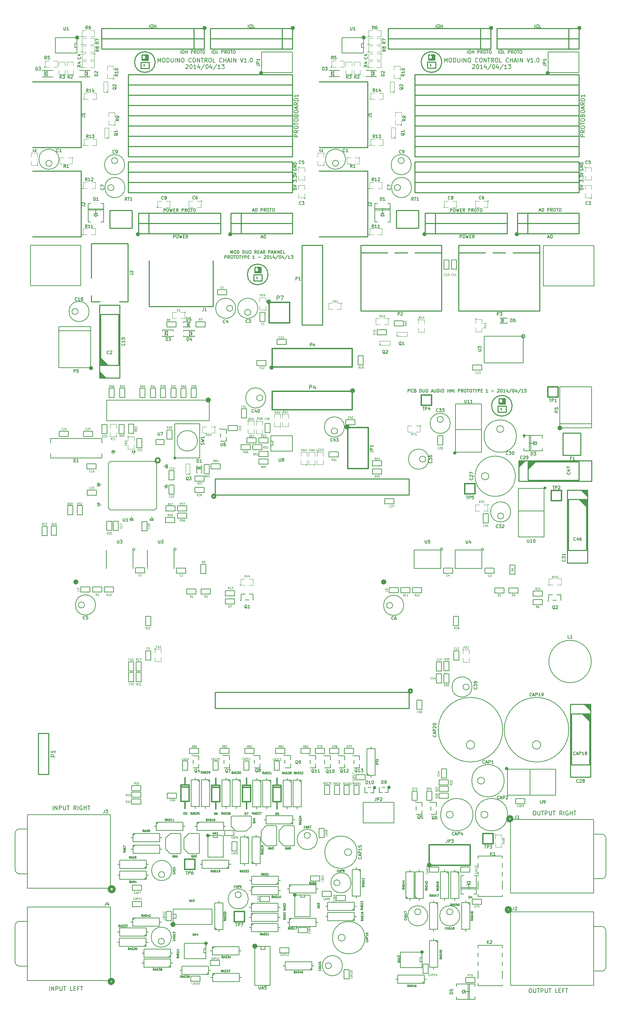
<source format=gto>
G04 (created by PCBNEW (2013-07-07 BZR 4022)-stable) date 14/04/2014 03:28:28*
%MOIN*%
G04 Gerber Fmt 3.4, Leading zero omitted, Abs format*
%FSLAX34Y34*%
G01*
G70*
G90*
G04 APERTURE LIST*
%ADD10C,0.00590551*%
%ADD11C,0.01*%
%ADD12C,0.0025*%
%ADD13C,0.006*%
%ADD14C,0.007*%
%ADD15C,0.02*%
%ADD16C,0.005*%
%ADD17C,0.025*%
%ADD18C,0.03*%
%ADD19C,0.0039*%
%ADD20C,0.0031*%
%ADD21C,0.008*%
%ADD22C,0.0075*%
%ADD23C,0.0125*%
%ADD24C,0.012*%
%ADD25C,0.011811*%
%ADD26C,0.00984252*%
%ADD27C,0.015748*%
%ADD28C,0.00787402*%
%ADD29C,0.0216535*%
%ADD30C,0.0045*%
%ADD31C,0.0043*%
G04 APERTURE END LIST*
G54D10*
G54D11*
X23199Y-24470D02*
G75*
G03X23199Y-24470I-1004J0D01*
G74*
G01*
X21795Y-24470D02*
X22595Y-24470D01*
X22595Y-24470D02*
X22595Y-25070D01*
X22595Y-25070D02*
X21795Y-25070D01*
X21795Y-25070D02*
X21795Y-24470D01*
X22095Y-24670D02*
X22095Y-24870D01*
X21895Y-23770D02*
X21895Y-24270D01*
X21895Y-24270D02*
X22495Y-24270D01*
G54D12*
X22125Y-24170D02*
G75*
G03X22245Y-24050I0J120D01*
G74*
G01*
X21930Y-24050D02*
G75*
G03X22050Y-24170I120J0D01*
G74*
G01*
X22050Y-23815D02*
G75*
G03X21930Y-23935I0J-120D01*
G74*
G01*
X22245Y-23935D02*
G75*
G03X22125Y-23815I-120J0D01*
G74*
G01*
X21930Y-23935D02*
X21930Y-24050D01*
X22245Y-24050D02*
X22245Y-23930D01*
X22045Y-24170D02*
X22135Y-24170D01*
X21940Y-24215D02*
X22455Y-24215D01*
X21930Y-24195D02*
X22455Y-24195D01*
X21925Y-24175D02*
X22045Y-24175D01*
X21935Y-24160D02*
X21980Y-24160D01*
X21920Y-24125D02*
X21965Y-24155D01*
X22110Y-24180D02*
X22460Y-24180D01*
X22185Y-24160D02*
X22515Y-24160D01*
X22215Y-24140D02*
X22480Y-24140D01*
X22230Y-24120D02*
X22505Y-24120D01*
X21935Y-23855D02*
X22020Y-23795D01*
X21925Y-23835D02*
X22010Y-23785D01*
X21930Y-23815D02*
X21990Y-23775D01*
X22245Y-24045D02*
X22245Y-24120D01*
X22245Y-23960D02*
X22245Y-23740D01*
X22125Y-23815D02*
X22125Y-23735D01*
X22050Y-23815D02*
X22050Y-23735D01*
X21893Y-23733D02*
X22050Y-23733D01*
X22498Y-23733D02*
X22125Y-23734D01*
X22435Y-23985D02*
G75*
G03X22435Y-23985I-45J0D01*
G74*
G01*
X22029Y-23741D02*
X22031Y-23802D01*
X22031Y-23802D02*
X22003Y-23740D01*
X22003Y-23740D02*
X21997Y-23777D01*
X21997Y-23777D02*
X21979Y-23745D01*
X21979Y-23745D02*
X21970Y-23770D01*
X21970Y-23770D02*
X21959Y-23746D01*
X21959Y-23746D02*
X21957Y-23782D01*
X21957Y-23782D02*
X21940Y-23744D01*
X21940Y-23744D02*
X21943Y-23794D01*
X21943Y-23794D02*
X21985Y-23804D01*
X22138Y-23796D02*
X22236Y-23849D01*
X22236Y-23849D02*
X22226Y-23752D01*
X22226Y-23752D02*
X22137Y-23751D01*
X22137Y-23751D02*
X22142Y-23782D01*
X22142Y-23782D02*
X22229Y-23828D01*
X22229Y-23828D02*
X22207Y-23766D01*
X22207Y-23766D02*
X22142Y-23766D01*
X22142Y-23766D02*
X22212Y-23797D01*
X22252Y-23753D02*
X22455Y-23754D01*
X22455Y-23754D02*
X22455Y-23776D01*
X22455Y-23776D02*
X22251Y-23774D01*
X22251Y-23774D02*
X22250Y-23799D01*
X22250Y-23799D02*
X22453Y-23796D01*
X22453Y-23796D02*
X22453Y-23823D01*
X22453Y-23823D02*
X22252Y-23818D01*
X22252Y-23818D02*
X22253Y-23849D01*
X22251Y-23836D02*
X22453Y-23837D01*
X22453Y-23837D02*
X22453Y-23859D01*
X22453Y-23859D02*
X22255Y-23856D01*
X22255Y-23856D02*
X22256Y-23878D01*
X22256Y-23878D02*
X22461Y-23877D01*
X22397Y-23807D02*
X22437Y-23810D01*
X22437Y-23810D02*
X22494Y-23863D01*
X22457Y-23894D02*
X22253Y-23895D01*
X22253Y-23895D02*
X22254Y-23913D01*
X22471Y-23912D02*
X22453Y-23930D01*
X22453Y-23930D02*
X22254Y-23930D01*
X22254Y-23930D02*
X22347Y-23942D01*
X22347Y-23942D02*
X22333Y-23966D01*
X22333Y-23966D02*
X22258Y-23949D01*
X22258Y-23949D02*
X22257Y-23970D01*
X22257Y-23970D02*
X22329Y-23976D01*
X22329Y-23976D02*
X22329Y-23999D01*
X22329Y-23999D02*
X22257Y-23988D01*
X22257Y-23988D02*
X22256Y-24018D01*
X22256Y-24018D02*
X22280Y-24000D01*
X22280Y-24000D02*
X22338Y-24015D01*
X22338Y-24015D02*
X22255Y-24026D01*
X22255Y-24026D02*
X22348Y-24032D01*
X22348Y-24032D02*
X22256Y-24043D01*
X22256Y-24043D02*
X22446Y-24043D01*
X22446Y-24043D02*
X22433Y-24029D01*
X22433Y-24029D02*
X22442Y-24014D01*
X22442Y-24014D02*
X22440Y-23938D01*
X22257Y-24060D02*
X22442Y-24061D01*
X22442Y-24061D02*
X22443Y-24101D01*
X22443Y-24101D02*
X22262Y-24101D01*
X22262Y-24101D02*
X22262Y-24075D01*
X22262Y-24075D02*
X22435Y-24081D01*
X22435Y-24081D02*
X22269Y-24087D01*
X22053Y-24176D02*
X22115Y-24181D01*
G54D11*
X22495Y-24270D02*
X22495Y-23770D01*
G54D12*
X22254Y-23913D02*
X22471Y-23912D01*
X46054Y-36713D02*
X46271Y-36712D01*
G54D11*
X46295Y-37070D02*
X46295Y-36570D01*
G54D12*
X45853Y-36976D02*
X45915Y-36981D01*
X46235Y-36881D02*
X46069Y-36887D01*
X46062Y-36875D02*
X46235Y-36881D01*
X46062Y-36901D02*
X46062Y-36875D01*
X46243Y-36901D02*
X46062Y-36901D01*
X46242Y-36861D02*
X46243Y-36901D01*
X46057Y-36860D02*
X46242Y-36861D01*
X46242Y-36814D02*
X46240Y-36738D01*
X46233Y-36829D02*
X46242Y-36814D01*
X46246Y-36843D02*
X46233Y-36829D01*
X46056Y-36843D02*
X46246Y-36843D01*
X46148Y-36832D02*
X46056Y-36843D01*
X46055Y-36826D02*
X46148Y-36832D01*
X46138Y-36815D02*
X46055Y-36826D01*
X46080Y-36800D02*
X46138Y-36815D01*
X46056Y-36818D02*
X46080Y-36800D01*
X46057Y-36788D02*
X46056Y-36818D01*
X46129Y-36799D02*
X46057Y-36788D01*
X46129Y-36776D02*
X46129Y-36799D01*
X46057Y-36770D02*
X46129Y-36776D01*
X46058Y-36749D02*
X46057Y-36770D01*
X46133Y-36766D02*
X46058Y-36749D01*
X46147Y-36742D02*
X46133Y-36766D01*
X46054Y-36730D02*
X46147Y-36742D01*
X46253Y-36730D02*
X46054Y-36730D01*
X46271Y-36712D02*
X46253Y-36730D01*
X46053Y-36695D02*
X46054Y-36713D01*
X46257Y-36694D02*
X46053Y-36695D01*
X46237Y-36610D02*
X46294Y-36663D01*
X46197Y-36607D02*
X46237Y-36610D01*
X46056Y-36678D02*
X46261Y-36677D01*
X46055Y-36656D02*
X46056Y-36678D01*
X46253Y-36659D02*
X46055Y-36656D01*
X46253Y-36637D02*
X46253Y-36659D01*
X46051Y-36636D02*
X46253Y-36637D01*
X46052Y-36618D02*
X46053Y-36649D01*
X46253Y-36623D02*
X46052Y-36618D01*
X46253Y-36596D02*
X46253Y-36623D01*
X46050Y-36599D02*
X46253Y-36596D01*
X46051Y-36574D02*
X46050Y-36599D01*
X46255Y-36576D02*
X46051Y-36574D01*
X46255Y-36554D02*
X46255Y-36576D01*
X46052Y-36553D02*
X46255Y-36554D01*
X45942Y-36566D02*
X46012Y-36597D01*
X46007Y-36566D02*
X45942Y-36566D01*
X46029Y-36628D02*
X46007Y-36566D01*
X45942Y-36582D02*
X46029Y-36628D01*
X45937Y-36551D02*
X45942Y-36582D01*
X46026Y-36552D02*
X45937Y-36551D01*
X46036Y-36649D02*
X46026Y-36552D01*
X45938Y-36596D02*
X46036Y-36649D01*
X45743Y-36594D02*
X45785Y-36604D01*
X45740Y-36544D02*
X45743Y-36594D01*
X45757Y-36582D02*
X45740Y-36544D01*
X45759Y-36546D02*
X45757Y-36582D01*
X45770Y-36570D02*
X45759Y-36546D01*
X45779Y-36545D02*
X45770Y-36570D01*
X45797Y-36577D02*
X45779Y-36545D01*
X45803Y-36540D02*
X45797Y-36577D01*
X45831Y-36602D02*
X45803Y-36540D01*
X45829Y-36541D02*
X45831Y-36602D01*
X46235Y-36785D02*
G75*
G03X46235Y-36785I-45J0D01*
G74*
G01*
X46298Y-36533D02*
X45925Y-36534D01*
X45693Y-36533D02*
X45850Y-36533D01*
X45850Y-36615D02*
X45850Y-36535D01*
X45925Y-36615D02*
X45925Y-36535D01*
X46045Y-36760D02*
X46045Y-36540D01*
X46045Y-36845D02*
X46045Y-36920D01*
X45730Y-36615D02*
X45790Y-36575D01*
X45725Y-36635D02*
X45810Y-36585D01*
X45735Y-36655D02*
X45820Y-36595D01*
X46030Y-36920D02*
X46305Y-36920D01*
X46015Y-36940D02*
X46280Y-36940D01*
X45985Y-36960D02*
X46315Y-36960D01*
X45910Y-36980D02*
X46260Y-36980D01*
X45720Y-36925D02*
X45765Y-36955D01*
X45735Y-36960D02*
X45780Y-36960D01*
X45725Y-36975D02*
X45845Y-36975D01*
X45730Y-36995D02*
X46255Y-36995D01*
X45740Y-37015D02*
X46255Y-37015D01*
X45845Y-36970D02*
X45935Y-36970D01*
X46045Y-36850D02*
X46045Y-36730D01*
X45730Y-36735D02*
X45730Y-36850D01*
X46045Y-36735D02*
G75*
G03X45925Y-36615I-120J0D01*
G74*
G01*
X45850Y-36615D02*
G75*
G03X45730Y-36735I0J-120D01*
G74*
G01*
X45730Y-36850D02*
G75*
G03X45850Y-36970I120J0D01*
G74*
G01*
X45925Y-36970D02*
G75*
G03X46045Y-36850I0J120D01*
G74*
G01*
G54D11*
X45695Y-37070D02*
X46295Y-37070D01*
X45695Y-36570D02*
X45695Y-37070D01*
X45895Y-37470D02*
X45895Y-37670D01*
X45595Y-37870D02*
X45595Y-37270D01*
X46395Y-37870D02*
X45595Y-37870D01*
X46395Y-37270D02*
X46395Y-37870D01*
X45595Y-37270D02*
X46395Y-37270D01*
X46999Y-37270D02*
G75*
G03X46999Y-37270I-1004J0D01*
G74*
G01*
G54D13*
X25686Y-16057D02*
X25686Y-16199D01*
X25829Y-16214D01*
X25815Y-16199D01*
X25800Y-16171D01*
X25800Y-16099D01*
X25815Y-16071D01*
X25829Y-16057D01*
X25857Y-16042D01*
X25929Y-16042D01*
X25957Y-16057D01*
X25972Y-16071D01*
X25986Y-16099D01*
X25986Y-16171D01*
X25972Y-16199D01*
X25957Y-16214D01*
X25686Y-15957D02*
X25986Y-15857D01*
X25686Y-15757D01*
X25686Y-15442D02*
X25686Y-15257D01*
X25800Y-15357D01*
X25800Y-15314D01*
X25815Y-15285D01*
X25829Y-15271D01*
X25857Y-15257D01*
X25929Y-15257D01*
X25957Y-15271D01*
X25972Y-15285D01*
X25986Y-15314D01*
X25986Y-15400D01*
X25972Y-15428D01*
X25957Y-15442D01*
X25957Y-15128D02*
X25972Y-15114D01*
X25986Y-15128D01*
X25972Y-15142D01*
X25957Y-15128D01*
X25986Y-15128D01*
X25686Y-15014D02*
X25686Y-14828D01*
X25800Y-14928D01*
X25800Y-14885D01*
X25815Y-14857D01*
X25829Y-14842D01*
X25857Y-14828D01*
X25929Y-14828D01*
X25957Y-14842D01*
X25972Y-14857D01*
X25986Y-14885D01*
X25986Y-14971D01*
X25972Y-15000D01*
X25957Y-15014D01*
X25686Y-14742D02*
X25986Y-14642D01*
X25686Y-14542D01*
X25700Y-14178D02*
X25686Y-14207D01*
X25686Y-14250D01*
X25700Y-14292D01*
X25729Y-14321D01*
X25757Y-14335D01*
X25815Y-14350D01*
X25857Y-14350D01*
X25915Y-14335D01*
X25943Y-14321D01*
X25972Y-14292D01*
X25986Y-14250D01*
X25986Y-14221D01*
X25972Y-14178D01*
X25957Y-14164D01*
X25857Y-14164D01*
X25857Y-14221D01*
X25986Y-14035D02*
X25686Y-14035D01*
X25986Y-13864D01*
X25686Y-13864D01*
X25986Y-13721D02*
X25686Y-13721D01*
X25686Y-13650D01*
X25700Y-13607D01*
X25729Y-13578D01*
X25757Y-13564D01*
X25815Y-13550D01*
X25857Y-13550D01*
X25915Y-13564D01*
X25943Y-13578D01*
X25972Y-13607D01*
X25986Y-13650D01*
X25986Y-13721D01*
X13972Y-20921D02*
X13972Y-20621D01*
X14086Y-20621D01*
X14115Y-20635D01*
X14129Y-20650D01*
X14143Y-20678D01*
X14143Y-20721D01*
X14129Y-20750D01*
X14115Y-20764D01*
X14086Y-20778D01*
X13972Y-20778D01*
X14329Y-20621D02*
X14386Y-20621D01*
X14415Y-20635D01*
X14443Y-20664D01*
X14457Y-20721D01*
X14457Y-20821D01*
X14443Y-20878D01*
X14415Y-20907D01*
X14386Y-20921D01*
X14329Y-20921D01*
X14300Y-20907D01*
X14272Y-20878D01*
X14257Y-20821D01*
X14257Y-20721D01*
X14272Y-20664D01*
X14300Y-20635D01*
X14329Y-20621D01*
X14557Y-20621D02*
X14629Y-20921D01*
X14686Y-20707D01*
X14743Y-20921D01*
X14815Y-20621D01*
X14929Y-20764D02*
X15029Y-20764D01*
X15072Y-20921D02*
X14929Y-20921D01*
X14929Y-20621D01*
X15072Y-20621D01*
X15372Y-20921D02*
X15272Y-20778D01*
X15200Y-20921D02*
X15200Y-20621D01*
X15315Y-20621D01*
X15343Y-20635D01*
X15357Y-20650D01*
X15372Y-20678D01*
X15372Y-20721D01*
X15357Y-20750D01*
X15343Y-20764D01*
X15315Y-20778D01*
X15200Y-20778D01*
X13039Y-18341D02*
X13039Y-18041D01*
X13153Y-18041D01*
X13182Y-18055D01*
X13196Y-18070D01*
X13210Y-18098D01*
X13210Y-18141D01*
X13196Y-18170D01*
X13182Y-18184D01*
X13153Y-18198D01*
X13039Y-18198D01*
X13396Y-18041D02*
X13453Y-18041D01*
X13482Y-18055D01*
X13510Y-18084D01*
X13525Y-18141D01*
X13525Y-18241D01*
X13510Y-18298D01*
X13482Y-18327D01*
X13453Y-18341D01*
X13396Y-18341D01*
X13367Y-18327D01*
X13339Y-18298D01*
X13325Y-18241D01*
X13325Y-18141D01*
X13339Y-18084D01*
X13367Y-18055D01*
X13396Y-18041D01*
X13625Y-18041D02*
X13696Y-18341D01*
X13753Y-18127D01*
X13810Y-18341D01*
X13882Y-18041D01*
X13996Y-18184D02*
X14096Y-18184D01*
X14139Y-18341D02*
X13996Y-18341D01*
X13996Y-18041D01*
X14139Y-18041D01*
X14439Y-18341D02*
X14339Y-18198D01*
X14267Y-18341D02*
X14267Y-18041D01*
X14382Y-18041D01*
X14410Y-18055D01*
X14425Y-18070D01*
X14439Y-18098D01*
X14439Y-18141D01*
X14425Y-18170D01*
X14410Y-18184D01*
X14382Y-18198D01*
X14267Y-18198D01*
X14796Y-18341D02*
X14796Y-18041D01*
X14910Y-18041D01*
X14939Y-18055D01*
X14953Y-18070D01*
X14967Y-18098D01*
X14967Y-18141D01*
X14953Y-18170D01*
X14939Y-18184D01*
X14910Y-18198D01*
X14796Y-18198D01*
X15267Y-18341D02*
X15167Y-18198D01*
X15096Y-18341D02*
X15096Y-18041D01*
X15210Y-18041D01*
X15239Y-18055D01*
X15253Y-18070D01*
X15267Y-18098D01*
X15267Y-18141D01*
X15253Y-18170D01*
X15239Y-18184D01*
X15210Y-18198D01*
X15096Y-18198D01*
X15453Y-18041D02*
X15510Y-18041D01*
X15539Y-18055D01*
X15567Y-18084D01*
X15582Y-18141D01*
X15582Y-18241D01*
X15567Y-18298D01*
X15539Y-18327D01*
X15510Y-18341D01*
X15453Y-18341D01*
X15425Y-18327D01*
X15396Y-18298D01*
X15382Y-18241D01*
X15382Y-18141D01*
X15396Y-18084D01*
X15425Y-18055D01*
X15453Y-18041D01*
X15667Y-18041D02*
X15839Y-18041D01*
X15753Y-18341D02*
X15753Y-18041D01*
X15996Y-18041D02*
X16053Y-18041D01*
X16082Y-18055D01*
X16110Y-18084D01*
X16125Y-18141D01*
X16125Y-18241D01*
X16110Y-18298D01*
X16082Y-18327D01*
X16053Y-18341D01*
X15996Y-18341D01*
X15967Y-18327D01*
X15939Y-18298D01*
X15925Y-18241D01*
X15925Y-18141D01*
X15939Y-18084D01*
X15967Y-18055D01*
X15996Y-18041D01*
X21700Y-18235D02*
X21843Y-18235D01*
X21672Y-18321D02*
X21772Y-18021D01*
X21872Y-18321D01*
X21972Y-18321D02*
X21972Y-18021D01*
X22043Y-18021D01*
X22086Y-18035D01*
X22115Y-18064D01*
X22129Y-18092D01*
X22143Y-18150D01*
X22143Y-18192D01*
X22129Y-18250D01*
X22115Y-18278D01*
X22086Y-18307D01*
X22043Y-18321D01*
X21972Y-18321D01*
X22500Y-18321D02*
X22500Y-18021D01*
X22615Y-18021D01*
X22643Y-18035D01*
X22657Y-18050D01*
X22672Y-18078D01*
X22672Y-18121D01*
X22657Y-18150D01*
X22643Y-18164D01*
X22615Y-18178D01*
X22500Y-18178D01*
X22972Y-18321D02*
X22872Y-18178D01*
X22800Y-18321D02*
X22800Y-18021D01*
X22915Y-18021D01*
X22943Y-18035D01*
X22957Y-18050D01*
X22972Y-18078D01*
X22972Y-18121D01*
X22957Y-18150D01*
X22943Y-18164D01*
X22915Y-18178D01*
X22800Y-18178D01*
X23157Y-18021D02*
X23215Y-18021D01*
X23243Y-18035D01*
X23272Y-18064D01*
X23286Y-18121D01*
X23286Y-18221D01*
X23272Y-18278D01*
X23243Y-18307D01*
X23215Y-18321D01*
X23157Y-18321D01*
X23129Y-18307D01*
X23100Y-18278D01*
X23086Y-18221D01*
X23086Y-18121D01*
X23100Y-18064D01*
X23129Y-18035D01*
X23157Y-18021D01*
X23372Y-18021D02*
X23543Y-18021D01*
X23457Y-18321D02*
X23457Y-18021D01*
X23700Y-18021D02*
X23757Y-18021D01*
X23786Y-18035D01*
X23815Y-18064D01*
X23829Y-18121D01*
X23829Y-18221D01*
X23815Y-18278D01*
X23786Y-18307D01*
X23757Y-18321D01*
X23700Y-18321D01*
X23672Y-18307D01*
X23643Y-18278D01*
X23629Y-18221D01*
X23629Y-18121D01*
X23643Y-18064D01*
X23672Y-18035D01*
X23700Y-18021D01*
X22543Y-20835D02*
X22686Y-20835D01*
X22515Y-20921D02*
X22615Y-20621D01*
X22715Y-20921D01*
X22815Y-20921D02*
X22815Y-20621D01*
X22886Y-20621D01*
X22929Y-20635D01*
X22957Y-20664D01*
X22972Y-20692D01*
X22986Y-20750D01*
X22986Y-20792D01*
X22972Y-20850D01*
X22957Y-20878D01*
X22929Y-20907D01*
X22886Y-20921D01*
X22815Y-20921D01*
X14707Y-2921D02*
X14707Y-2621D01*
X14907Y-2621D02*
X14965Y-2621D01*
X14993Y-2635D01*
X15022Y-2664D01*
X15036Y-2721D01*
X15036Y-2821D01*
X15022Y-2878D01*
X14993Y-2907D01*
X14965Y-2921D01*
X14907Y-2921D01*
X14879Y-2907D01*
X14850Y-2878D01*
X14836Y-2821D01*
X14836Y-2721D01*
X14850Y-2664D01*
X14879Y-2635D01*
X14907Y-2621D01*
X15165Y-2921D02*
X15165Y-2621D01*
X15165Y-2764D02*
X15336Y-2764D01*
X15336Y-2921D02*
X15336Y-2621D01*
X15707Y-2921D02*
X15707Y-2621D01*
X15822Y-2621D01*
X15850Y-2635D01*
X15865Y-2650D01*
X15879Y-2678D01*
X15879Y-2721D01*
X15865Y-2750D01*
X15850Y-2764D01*
X15822Y-2778D01*
X15707Y-2778D01*
X16179Y-2921D02*
X16079Y-2778D01*
X16007Y-2921D02*
X16007Y-2621D01*
X16122Y-2621D01*
X16150Y-2635D01*
X16165Y-2650D01*
X16179Y-2678D01*
X16179Y-2721D01*
X16165Y-2750D01*
X16150Y-2764D01*
X16122Y-2778D01*
X16007Y-2778D01*
X16365Y-2621D02*
X16422Y-2621D01*
X16450Y-2635D01*
X16479Y-2664D01*
X16493Y-2721D01*
X16493Y-2821D01*
X16479Y-2878D01*
X16450Y-2907D01*
X16422Y-2921D01*
X16365Y-2921D01*
X16336Y-2907D01*
X16307Y-2878D01*
X16293Y-2821D01*
X16293Y-2721D01*
X16307Y-2664D01*
X16336Y-2635D01*
X16365Y-2621D01*
X16579Y-2621D02*
X16750Y-2621D01*
X16665Y-2921D02*
X16665Y-2621D01*
X16907Y-2621D02*
X16965Y-2621D01*
X16993Y-2635D01*
X17022Y-2664D01*
X17036Y-2721D01*
X17036Y-2821D01*
X17022Y-2878D01*
X16993Y-2907D01*
X16965Y-2921D01*
X16907Y-2921D01*
X16879Y-2907D01*
X16850Y-2878D01*
X16836Y-2821D01*
X16836Y-2721D01*
X16850Y-2664D01*
X16879Y-2635D01*
X16907Y-2621D01*
X17743Y-2921D02*
X17743Y-2621D01*
X17943Y-2621D02*
X18000Y-2621D01*
X18029Y-2635D01*
X18057Y-2664D01*
X18072Y-2721D01*
X18072Y-2821D01*
X18057Y-2878D01*
X18029Y-2907D01*
X18000Y-2921D01*
X17943Y-2921D01*
X17915Y-2907D01*
X17886Y-2878D01*
X17872Y-2821D01*
X17872Y-2721D01*
X17886Y-2664D01*
X17915Y-2635D01*
X17943Y-2621D01*
X18343Y-2921D02*
X18200Y-2921D01*
X18200Y-2621D01*
X18672Y-2921D02*
X18672Y-2621D01*
X18786Y-2621D01*
X18815Y-2635D01*
X18829Y-2650D01*
X18843Y-2678D01*
X18843Y-2721D01*
X18829Y-2750D01*
X18815Y-2764D01*
X18786Y-2778D01*
X18672Y-2778D01*
X19143Y-2921D02*
X19043Y-2778D01*
X18972Y-2921D02*
X18972Y-2621D01*
X19086Y-2621D01*
X19115Y-2635D01*
X19129Y-2650D01*
X19143Y-2678D01*
X19143Y-2721D01*
X19129Y-2750D01*
X19115Y-2764D01*
X19086Y-2778D01*
X18972Y-2778D01*
X19329Y-2621D02*
X19386Y-2621D01*
X19415Y-2635D01*
X19443Y-2664D01*
X19457Y-2721D01*
X19457Y-2821D01*
X19443Y-2878D01*
X19415Y-2907D01*
X19386Y-2921D01*
X19329Y-2921D01*
X19300Y-2907D01*
X19272Y-2878D01*
X19257Y-2821D01*
X19257Y-2721D01*
X19272Y-2664D01*
X19300Y-2635D01*
X19329Y-2621D01*
X19543Y-2621D02*
X19715Y-2621D01*
X19629Y-2921D02*
X19629Y-2621D01*
X19872Y-2621D02*
X19929Y-2621D01*
X19957Y-2635D01*
X19986Y-2664D01*
X20000Y-2721D01*
X20000Y-2821D01*
X19986Y-2878D01*
X19957Y-2907D01*
X19929Y-2921D01*
X19872Y-2921D01*
X19843Y-2907D01*
X19815Y-2878D01*
X19800Y-2821D01*
X19800Y-2721D01*
X19815Y-2664D01*
X19843Y-2635D01*
X19872Y-2621D01*
X11650Y-421D02*
X11650Y-121D01*
X11850Y-121D02*
X11907Y-121D01*
X11936Y-135D01*
X11965Y-164D01*
X11979Y-221D01*
X11979Y-321D01*
X11965Y-378D01*
X11936Y-407D01*
X11907Y-421D01*
X11850Y-421D01*
X11822Y-407D01*
X11793Y-378D01*
X11779Y-321D01*
X11779Y-221D01*
X11793Y-164D01*
X11822Y-135D01*
X11850Y-121D01*
X12107Y-421D02*
X12107Y-121D01*
X12107Y-264D02*
X12279Y-264D01*
X12279Y-421D02*
X12279Y-121D01*
X21286Y-421D02*
X21286Y-121D01*
X21486Y-121D02*
X21543Y-121D01*
X21572Y-135D01*
X21600Y-164D01*
X21615Y-221D01*
X21615Y-321D01*
X21600Y-378D01*
X21572Y-407D01*
X21543Y-421D01*
X21486Y-421D01*
X21457Y-407D01*
X21429Y-378D01*
X21415Y-321D01*
X21415Y-221D01*
X21429Y-164D01*
X21457Y-135D01*
X21486Y-121D01*
X21886Y-421D02*
X21743Y-421D01*
X21743Y-121D01*
G54D14*
X12465Y-3781D02*
X12465Y-3381D01*
X12598Y-3667D01*
X12731Y-3381D01*
X12731Y-3781D01*
X12998Y-3381D02*
X13074Y-3381D01*
X13112Y-3400D01*
X13150Y-3439D01*
X13169Y-3515D01*
X13169Y-3648D01*
X13150Y-3724D01*
X13112Y-3762D01*
X13074Y-3781D01*
X12998Y-3781D01*
X12960Y-3762D01*
X12922Y-3724D01*
X12903Y-3648D01*
X12903Y-3515D01*
X12922Y-3439D01*
X12960Y-3400D01*
X12998Y-3381D01*
X13341Y-3781D02*
X13341Y-3381D01*
X13436Y-3381D01*
X13493Y-3400D01*
X13531Y-3439D01*
X13550Y-3477D01*
X13569Y-3553D01*
X13569Y-3610D01*
X13550Y-3686D01*
X13531Y-3724D01*
X13493Y-3762D01*
X13436Y-3781D01*
X13341Y-3781D01*
X13741Y-3381D02*
X13741Y-3705D01*
X13760Y-3743D01*
X13779Y-3762D01*
X13817Y-3781D01*
X13893Y-3781D01*
X13931Y-3762D01*
X13950Y-3743D01*
X13969Y-3705D01*
X13969Y-3381D01*
X14160Y-3781D02*
X14160Y-3381D01*
X14350Y-3781D02*
X14350Y-3381D01*
X14579Y-3781D01*
X14579Y-3381D01*
X14845Y-3381D02*
X14922Y-3381D01*
X14960Y-3400D01*
X14998Y-3439D01*
X15017Y-3515D01*
X15017Y-3648D01*
X14998Y-3724D01*
X14960Y-3762D01*
X14922Y-3781D01*
X14845Y-3781D01*
X14807Y-3762D01*
X14769Y-3724D01*
X14750Y-3648D01*
X14750Y-3515D01*
X14769Y-3439D01*
X14807Y-3400D01*
X14845Y-3381D01*
X15722Y-3743D02*
X15703Y-3762D01*
X15645Y-3781D01*
X15607Y-3781D01*
X15550Y-3762D01*
X15512Y-3724D01*
X15493Y-3686D01*
X15474Y-3610D01*
X15474Y-3553D01*
X15493Y-3477D01*
X15512Y-3439D01*
X15550Y-3400D01*
X15607Y-3381D01*
X15645Y-3381D01*
X15703Y-3400D01*
X15722Y-3420D01*
X15969Y-3381D02*
X16045Y-3381D01*
X16084Y-3400D01*
X16122Y-3439D01*
X16141Y-3515D01*
X16141Y-3648D01*
X16122Y-3724D01*
X16084Y-3762D01*
X16045Y-3781D01*
X15969Y-3781D01*
X15931Y-3762D01*
X15893Y-3724D01*
X15874Y-3648D01*
X15874Y-3515D01*
X15893Y-3439D01*
X15931Y-3400D01*
X15969Y-3381D01*
X16312Y-3781D02*
X16312Y-3381D01*
X16541Y-3781D01*
X16541Y-3381D01*
X16674Y-3381D02*
X16903Y-3381D01*
X16788Y-3781D02*
X16788Y-3381D01*
X17265Y-3781D02*
X17131Y-3591D01*
X17036Y-3781D02*
X17036Y-3381D01*
X17188Y-3381D01*
X17226Y-3400D01*
X17245Y-3420D01*
X17265Y-3458D01*
X17265Y-3515D01*
X17245Y-3553D01*
X17226Y-3572D01*
X17188Y-3591D01*
X17036Y-3591D01*
X17512Y-3381D02*
X17588Y-3381D01*
X17626Y-3400D01*
X17665Y-3439D01*
X17684Y-3515D01*
X17684Y-3648D01*
X17665Y-3724D01*
X17626Y-3762D01*
X17588Y-3781D01*
X17512Y-3781D01*
X17474Y-3762D01*
X17436Y-3724D01*
X17417Y-3648D01*
X17417Y-3515D01*
X17436Y-3439D01*
X17474Y-3400D01*
X17512Y-3381D01*
X18045Y-3781D02*
X17855Y-3781D01*
X17855Y-3381D01*
X18712Y-3743D02*
X18693Y-3762D01*
X18636Y-3781D01*
X18598Y-3781D01*
X18541Y-3762D01*
X18503Y-3724D01*
X18484Y-3686D01*
X18465Y-3610D01*
X18465Y-3553D01*
X18484Y-3477D01*
X18503Y-3439D01*
X18541Y-3400D01*
X18598Y-3381D01*
X18636Y-3381D01*
X18693Y-3400D01*
X18712Y-3420D01*
X18884Y-3781D02*
X18884Y-3381D01*
X18884Y-3572D02*
X19112Y-3572D01*
X19112Y-3781D02*
X19112Y-3381D01*
X19284Y-3667D02*
X19474Y-3667D01*
X19245Y-3781D02*
X19379Y-3381D01*
X19512Y-3781D01*
X19645Y-3781D02*
X19645Y-3381D01*
X19836Y-3781D02*
X19836Y-3381D01*
X20065Y-3781D01*
X20065Y-3381D01*
X20503Y-3381D02*
X20636Y-3781D01*
X20769Y-3381D01*
X21112Y-3781D02*
X20884Y-3781D01*
X20998Y-3781D02*
X20998Y-3381D01*
X20960Y-3439D01*
X20922Y-3477D01*
X20884Y-3496D01*
X21284Y-3743D02*
X21303Y-3762D01*
X21284Y-3781D01*
X21265Y-3762D01*
X21284Y-3743D01*
X21284Y-3781D01*
X21550Y-3381D02*
X21588Y-3381D01*
X21626Y-3400D01*
X21645Y-3420D01*
X21665Y-3458D01*
X21684Y-3534D01*
X21684Y-3629D01*
X21665Y-3705D01*
X21645Y-3743D01*
X21626Y-3762D01*
X21588Y-3781D01*
X21550Y-3781D01*
X21512Y-3762D01*
X21493Y-3743D01*
X21474Y-3705D01*
X21455Y-3629D01*
X21455Y-3534D01*
X21474Y-3458D01*
X21493Y-3420D01*
X21512Y-3400D01*
X21550Y-3381D01*
X15198Y-4050D02*
X15217Y-4030D01*
X15255Y-4011D01*
X15350Y-4011D01*
X15388Y-4030D01*
X15407Y-4050D01*
X15426Y-4088D01*
X15426Y-4126D01*
X15407Y-4183D01*
X15179Y-4411D01*
X15426Y-4411D01*
X15674Y-4011D02*
X15712Y-4011D01*
X15750Y-4030D01*
X15769Y-4050D01*
X15788Y-4088D01*
X15807Y-4164D01*
X15807Y-4259D01*
X15788Y-4335D01*
X15769Y-4373D01*
X15750Y-4392D01*
X15712Y-4411D01*
X15674Y-4411D01*
X15636Y-4392D01*
X15617Y-4373D01*
X15598Y-4335D01*
X15579Y-4259D01*
X15579Y-4164D01*
X15598Y-4088D01*
X15617Y-4050D01*
X15636Y-4030D01*
X15674Y-4011D01*
X16188Y-4411D02*
X15960Y-4411D01*
X16074Y-4411D02*
X16074Y-4011D01*
X16036Y-4069D01*
X15998Y-4107D01*
X15960Y-4126D01*
X16531Y-4145D02*
X16531Y-4411D01*
X16436Y-3992D02*
X16341Y-4278D01*
X16588Y-4278D01*
X17026Y-3992D02*
X16684Y-4507D01*
X17236Y-4011D02*
X17274Y-4011D01*
X17312Y-4030D01*
X17331Y-4050D01*
X17350Y-4088D01*
X17369Y-4164D01*
X17369Y-4259D01*
X17350Y-4335D01*
X17331Y-4373D01*
X17312Y-4392D01*
X17274Y-4411D01*
X17236Y-4411D01*
X17198Y-4392D01*
X17179Y-4373D01*
X17160Y-4335D01*
X17141Y-4259D01*
X17141Y-4164D01*
X17160Y-4088D01*
X17179Y-4050D01*
X17198Y-4030D01*
X17236Y-4011D01*
X17712Y-4145D02*
X17712Y-4411D01*
X17617Y-3992D02*
X17522Y-4278D01*
X17769Y-4278D01*
X18207Y-3992D02*
X17865Y-4507D01*
X18550Y-4411D02*
X18322Y-4411D01*
X18436Y-4411D02*
X18436Y-4011D01*
X18398Y-4069D01*
X18360Y-4107D01*
X18322Y-4126D01*
X18684Y-4011D02*
X18931Y-4011D01*
X18798Y-4164D01*
X18855Y-4164D01*
X18893Y-4183D01*
X18912Y-4202D01*
X18931Y-4240D01*
X18931Y-4335D01*
X18912Y-4373D01*
X18893Y-4392D01*
X18855Y-4411D01*
X18741Y-4411D01*
X18703Y-4392D01*
X18684Y-4373D01*
G54D11*
X12199Y-3770D02*
G75*
G03X12199Y-3770I-1004J0D01*
G74*
G01*
X10795Y-3770D02*
X11595Y-3770D01*
X11595Y-3770D02*
X11595Y-4370D01*
X11595Y-4370D02*
X10795Y-4370D01*
X10795Y-4370D02*
X10795Y-3770D01*
X11095Y-3970D02*
X11095Y-4170D01*
X10895Y-3070D02*
X10895Y-3570D01*
X10895Y-3570D02*
X11495Y-3570D01*
G54D12*
X11125Y-3470D02*
G75*
G03X11245Y-3350I0J120D01*
G74*
G01*
X10930Y-3350D02*
G75*
G03X11050Y-3470I120J0D01*
G74*
G01*
X11050Y-3115D02*
G75*
G03X10930Y-3235I0J-120D01*
G74*
G01*
X11245Y-3235D02*
G75*
G03X11125Y-3115I-120J0D01*
G74*
G01*
X10930Y-3235D02*
X10930Y-3350D01*
X11245Y-3350D02*
X11245Y-3230D01*
X11045Y-3470D02*
X11135Y-3470D01*
X10940Y-3515D02*
X11455Y-3515D01*
X10930Y-3495D02*
X11455Y-3495D01*
X10925Y-3475D02*
X11045Y-3475D01*
X10935Y-3460D02*
X10980Y-3460D01*
X10920Y-3425D02*
X10965Y-3455D01*
X11110Y-3480D02*
X11460Y-3480D01*
X11185Y-3460D02*
X11515Y-3460D01*
X11215Y-3440D02*
X11480Y-3440D01*
X11230Y-3420D02*
X11505Y-3420D01*
X10935Y-3155D02*
X11020Y-3095D01*
X10925Y-3135D02*
X11010Y-3085D01*
X10930Y-3115D02*
X10990Y-3075D01*
X11245Y-3345D02*
X11245Y-3420D01*
X11245Y-3260D02*
X11245Y-3040D01*
X11125Y-3115D02*
X11125Y-3035D01*
X11050Y-3115D02*
X11050Y-3035D01*
X10893Y-3033D02*
X11050Y-3033D01*
X11498Y-3033D02*
X11125Y-3034D01*
X11435Y-3285D02*
G75*
G03X11435Y-3285I-45J0D01*
G74*
G01*
X11029Y-3041D02*
X11031Y-3102D01*
X11031Y-3102D02*
X11003Y-3040D01*
X11003Y-3040D02*
X10997Y-3077D01*
X10997Y-3077D02*
X10979Y-3045D01*
X10979Y-3045D02*
X10970Y-3070D01*
X10970Y-3070D02*
X10959Y-3046D01*
X10959Y-3046D02*
X10957Y-3082D01*
X10957Y-3082D02*
X10940Y-3044D01*
X10940Y-3044D02*
X10943Y-3094D01*
X10943Y-3094D02*
X10985Y-3104D01*
X11138Y-3096D02*
X11236Y-3149D01*
X11236Y-3149D02*
X11226Y-3052D01*
X11226Y-3052D02*
X11137Y-3051D01*
X11137Y-3051D02*
X11142Y-3082D01*
X11142Y-3082D02*
X11229Y-3128D01*
X11229Y-3128D02*
X11207Y-3066D01*
X11207Y-3066D02*
X11142Y-3066D01*
X11142Y-3066D02*
X11212Y-3097D01*
X11252Y-3053D02*
X11455Y-3054D01*
X11455Y-3054D02*
X11455Y-3076D01*
X11455Y-3076D02*
X11251Y-3074D01*
X11251Y-3074D02*
X11250Y-3099D01*
X11250Y-3099D02*
X11453Y-3096D01*
X11453Y-3096D02*
X11453Y-3123D01*
X11453Y-3123D02*
X11252Y-3118D01*
X11252Y-3118D02*
X11253Y-3149D01*
X11251Y-3136D02*
X11453Y-3137D01*
X11453Y-3137D02*
X11453Y-3159D01*
X11453Y-3159D02*
X11255Y-3156D01*
X11255Y-3156D02*
X11256Y-3178D01*
X11256Y-3178D02*
X11461Y-3177D01*
X11397Y-3107D02*
X11437Y-3110D01*
X11437Y-3110D02*
X11494Y-3163D01*
X11457Y-3194D02*
X11253Y-3195D01*
X11253Y-3195D02*
X11254Y-3213D01*
X11471Y-3212D02*
X11453Y-3230D01*
X11453Y-3230D02*
X11254Y-3230D01*
X11254Y-3230D02*
X11347Y-3242D01*
X11347Y-3242D02*
X11333Y-3266D01*
X11333Y-3266D02*
X11258Y-3249D01*
X11258Y-3249D02*
X11257Y-3270D01*
X11257Y-3270D02*
X11329Y-3276D01*
X11329Y-3276D02*
X11329Y-3299D01*
X11329Y-3299D02*
X11257Y-3288D01*
X11257Y-3288D02*
X11256Y-3318D01*
X11256Y-3318D02*
X11280Y-3300D01*
X11280Y-3300D02*
X11338Y-3315D01*
X11338Y-3315D02*
X11255Y-3326D01*
X11255Y-3326D02*
X11348Y-3332D01*
X11348Y-3332D02*
X11256Y-3343D01*
X11256Y-3343D02*
X11446Y-3343D01*
X11446Y-3343D02*
X11433Y-3329D01*
X11433Y-3329D02*
X11442Y-3314D01*
X11442Y-3314D02*
X11440Y-3238D01*
X11257Y-3360D02*
X11442Y-3361D01*
X11442Y-3361D02*
X11443Y-3401D01*
X11443Y-3401D02*
X11262Y-3401D01*
X11262Y-3401D02*
X11262Y-3375D01*
X11262Y-3375D02*
X11435Y-3381D01*
X11435Y-3381D02*
X11269Y-3387D01*
X11053Y-3476D02*
X11115Y-3481D01*
G54D11*
X11495Y-3570D02*
X11495Y-3070D01*
G54D12*
X11254Y-3213D02*
X11471Y-3212D01*
G54D15*
X19615Y-20550D02*
G75*
G03X19615Y-20550I-100J0D01*
G74*
G01*
X10613Y-20550D02*
G75*
G03X10613Y-20550I-98J0D01*
G74*
G01*
X17118Y-450D02*
G75*
G03X17118Y-450I-103J0D01*
G74*
G01*
X25715Y-450D02*
G75*
G03X25715Y-450I-100J0D01*
G74*
G01*
X4700Y-1375D02*
G75*
G03X4700Y-1375I-100J0D01*
G74*
G01*
X22625Y-4840D02*
G75*
G03X22625Y-4840I-100J0D01*
G74*
G01*
G54D16*
X9896Y-48206D02*
X9896Y-48080D01*
X11862Y-48206D02*
X11862Y-48080D01*
X13156Y-45136D02*
X13032Y-45136D01*
X13156Y-43168D02*
X13030Y-43168D01*
X10094Y-41878D02*
X10094Y-41998D01*
X8122Y-41878D02*
X8122Y-42000D01*
X6832Y-46912D02*
X6954Y-46912D01*
X6832Y-44946D02*
X6956Y-44946D01*
X13298Y-43279D02*
X13289Y-43298D01*
X13279Y-43307D01*
X13260Y-43317D01*
X13251Y-43317D01*
X13232Y-43307D01*
X13222Y-43298D01*
X13213Y-43279D01*
X13213Y-43241D01*
X13222Y-43222D01*
X13232Y-43212D01*
X13251Y-43202D01*
X13260Y-43202D01*
X13279Y-43212D01*
X13289Y-43222D01*
X13298Y-43241D01*
X13298Y-43279D01*
X13308Y-43298D01*
X13317Y-43307D01*
X13336Y-43317D01*
X13374Y-43317D01*
X13393Y-43307D01*
X13403Y-43298D01*
X13413Y-43279D01*
X13413Y-43241D01*
X13403Y-43222D01*
X13393Y-43212D01*
X13374Y-43202D01*
X13336Y-43202D01*
X13317Y-43212D01*
X13308Y-43222D01*
X13298Y-43241D01*
X13213Y-43079D02*
X13213Y-43060D01*
X13222Y-43041D01*
X13232Y-43031D01*
X13251Y-43022D01*
X13289Y-43012D01*
X13336Y-43012D01*
X13374Y-43022D01*
X13393Y-43031D01*
X13403Y-43041D01*
X13413Y-43060D01*
X13413Y-43079D01*
X13403Y-43098D01*
X13393Y-43107D01*
X13374Y-43117D01*
X13336Y-43126D01*
X13289Y-43126D01*
X13251Y-43117D01*
X13232Y-43107D01*
X13222Y-43098D01*
X13213Y-43079D01*
X13213Y-45308D02*
X13213Y-45175D01*
X13413Y-45261D01*
X13213Y-45061D02*
X13213Y-45042D01*
X13222Y-45023D01*
X13232Y-45013D01*
X13251Y-45004D01*
X13289Y-44994D01*
X13336Y-44994D01*
X13374Y-45004D01*
X13393Y-45013D01*
X13403Y-45023D01*
X13413Y-45042D01*
X13413Y-45061D01*
X13403Y-45080D01*
X13393Y-45089D01*
X13374Y-45099D01*
X13336Y-45108D01*
X13289Y-45108D01*
X13251Y-45099D01*
X13232Y-45089D01*
X13222Y-45080D01*
X13213Y-45061D01*
X9850Y-48259D02*
X9755Y-48259D01*
X9745Y-48355D01*
X9755Y-48345D01*
X9774Y-48336D01*
X9821Y-48336D01*
X9840Y-48345D01*
X9850Y-48355D01*
X9859Y-48374D01*
X9859Y-48421D01*
X9850Y-48440D01*
X9840Y-48450D01*
X9821Y-48459D01*
X9774Y-48459D01*
X9755Y-48450D01*
X9745Y-48440D01*
X9983Y-48259D02*
X10002Y-48259D01*
X10021Y-48269D01*
X10031Y-48278D01*
X10040Y-48297D01*
X10050Y-48336D01*
X10050Y-48383D01*
X10040Y-48421D01*
X10031Y-48440D01*
X10021Y-48450D01*
X10002Y-48459D01*
X9983Y-48459D01*
X9964Y-48450D01*
X9955Y-48440D01*
X9945Y-48421D01*
X9936Y-48383D01*
X9936Y-48336D01*
X9945Y-48297D01*
X9955Y-48278D01*
X9964Y-48269D01*
X9983Y-48259D01*
X11798Y-48261D02*
X11760Y-48261D01*
X11741Y-48271D01*
X11732Y-48280D01*
X11713Y-48309D01*
X11703Y-48347D01*
X11703Y-48423D01*
X11713Y-48442D01*
X11722Y-48452D01*
X11741Y-48461D01*
X11779Y-48461D01*
X11798Y-48452D01*
X11808Y-48442D01*
X11817Y-48423D01*
X11817Y-48376D01*
X11808Y-48357D01*
X11798Y-48347D01*
X11779Y-48338D01*
X11741Y-48338D01*
X11722Y-48347D01*
X11713Y-48357D01*
X11703Y-48376D01*
X11941Y-48261D02*
X11960Y-48261D01*
X11979Y-48271D01*
X11989Y-48280D01*
X11998Y-48299D01*
X12008Y-48338D01*
X12008Y-48385D01*
X11998Y-48423D01*
X11989Y-48442D01*
X11979Y-48452D01*
X11960Y-48461D01*
X11941Y-48461D01*
X11922Y-48452D01*
X11913Y-48442D01*
X11903Y-48423D01*
X11894Y-48385D01*
X11894Y-48338D01*
X11903Y-48299D01*
X11913Y-48280D01*
X11922Y-48271D01*
X11941Y-48261D01*
X6637Y-46960D02*
X6771Y-46960D01*
X6561Y-47007D02*
X6704Y-47055D01*
X6704Y-46931D01*
X6571Y-46817D02*
X6571Y-46798D01*
X6580Y-46779D01*
X6590Y-46769D01*
X6609Y-46760D01*
X6647Y-46750D01*
X6694Y-46750D01*
X6732Y-46760D01*
X6751Y-46769D01*
X6761Y-46779D01*
X6771Y-46798D01*
X6771Y-46817D01*
X6761Y-46836D01*
X6751Y-46845D01*
X6732Y-46855D01*
X6694Y-46864D01*
X6647Y-46864D01*
X6609Y-46855D01*
X6590Y-46845D01*
X6580Y-46836D01*
X6571Y-46817D01*
X6575Y-45108D02*
X6575Y-44984D01*
X6651Y-45051D01*
X6651Y-45023D01*
X6660Y-45004D01*
X6670Y-44994D01*
X6689Y-44984D01*
X6736Y-44984D01*
X6755Y-44994D01*
X6765Y-45004D01*
X6775Y-45023D01*
X6775Y-45080D01*
X6765Y-45099D01*
X6755Y-45108D01*
X6575Y-44861D02*
X6575Y-44842D01*
X6584Y-44823D01*
X6594Y-44813D01*
X6613Y-44804D01*
X6651Y-44794D01*
X6698Y-44794D01*
X6736Y-44804D01*
X6755Y-44813D01*
X6765Y-44823D01*
X6775Y-44842D01*
X6775Y-44861D01*
X6765Y-44880D01*
X6755Y-44889D01*
X6736Y-44899D01*
X6698Y-44908D01*
X6651Y-44908D01*
X6613Y-44899D01*
X6594Y-44889D01*
X6584Y-44880D01*
X6575Y-44861D01*
X7967Y-41642D02*
X7977Y-41633D01*
X7996Y-41623D01*
X8043Y-41623D01*
X8062Y-41633D01*
X8072Y-41642D01*
X8081Y-41661D01*
X8081Y-41680D01*
X8072Y-41709D01*
X7958Y-41823D01*
X8081Y-41823D01*
X8205Y-41623D02*
X8224Y-41623D01*
X8243Y-41633D01*
X8253Y-41642D01*
X8262Y-41661D01*
X8272Y-41700D01*
X8272Y-41747D01*
X8262Y-41785D01*
X8253Y-41804D01*
X8243Y-41814D01*
X8224Y-41823D01*
X8205Y-41823D01*
X8186Y-41814D01*
X8177Y-41804D01*
X8167Y-41785D01*
X8158Y-41747D01*
X8158Y-41700D01*
X8167Y-41661D01*
X8177Y-41642D01*
X8186Y-41633D01*
X8205Y-41623D01*
X10053Y-41829D02*
X9939Y-41829D01*
X9996Y-41829D02*
X9996Y-41629D01*
X9977Y-41658D01*
X9958Y-41677D01*
X9939Y-41686D01*
X10177Y-41629D02*
X10196Y-41629D01*
X10215Y-41639D01*
X10225Y-41648D01*
X10234Y-41667D01*
X10244Y-41706D01*
X10244Y-41753D01*
X10234Y-41791D01*
X10225Y-41810D01*
X10215Y-41820D01*
X10196Y-41829D01*
X10177Y-41829D01*
X10158Y-41820D01*
X10149Y-41810D01*
X10139Y-41791D01*
X10130Y-41753D01*
X10130Y-41706D01*
X10139Y-41667D01*
X10149Y-41648D01*
X10158Y-41639D01*
X10177Y-41629D01*
G54D17*
X34606Y-54436D02*
G75*
G03X34606Y-54436I-126J0D01*
G74*
G01*
X4592Y-54434D02*
G75*
G03X4592Y-54434I-120J0D01*
G74*
G01*
X14122Y-42354D02*
G75*
G03X14122Y-42354I-16J0D01*
G74*
G01*
X17497Y-36704D02*
G75*
G03X17497Y-36704I-123J0D01*
G74*
G01*
X31556Y-35794D02*
G75*
G03X31556Y-35794I-106J0D01*
G74*
G01*
X31031Y-39324D02*
G75*
G03X31031Y-39324I-121J0D01*
G74*
G01*
X51755Y-39424D02*
G75*
G03X51755Y-39424I-105J0D01*
G74*
G01*
X48174Y-40166D02*
G75*
G03X48174Y-40166I-16J0D01*
G74*
G01*
X41440Y-41868D02*
G75*
G03X41440Y-41868I-36J0D01*
G74*
G01*
X50204Y-45266D02*
G75*
G03X50204Y-45266I-20J0D01*
G74*
G01*
X46492Y-72614D02*
G75*
G03X46492Y-72614I-38J0D01*
G74*
G01*
X25868Y-84936D02*
G75*
G03X25868Y-84936I-58J0D01*
G74*
G01*
X38256Y-90508D02*
G75*
G03X38256Y-90508I-54J0D01*
G74*
G01*
X22040Y-89936D02*
G75*
G03X22040Y-89936I-124J0D01*
G74*
G01*
X17204Y-89648D02*
G75*
G03X17204Y-89648I-58J0D01*
G74*
G01*
X17388Y-79140D02*
G75*
G03X17388Y-79140I-56J0D01*
G74*
G01*
X14066Y-87816D02*
G75*
G03X14066Y-87816I-124J0D01*
G74*
G01*
X39016Y-82034D02*
G75*
G03X39016Y-82034I-98J0D01*
G74*
G01*
G54D18*
X46988Y-77514D02*
G75*
G03X46988Y-77514I-216J0D01*
G74*
G01*
X46842Y-86380D02*
G75*
G03X46842Y-86380I-216J0D01*
G74*
G01*
X8132Y-93368D02*
G75*
G03X8132Y-93368I-216J0D01*
G74*
G01*
X8222Y-84382D02*
G75*
G03X8222Y-84382I-257J0D01*
G74*
G01*
G54D13*
X36856Y-35940D02*
X36856Y-35640D01*
X36970Y-35640D01*
X36998Y-35654D01*
X37013Y-35668D01*
X37027Y-35697D01*
X37027Y-35740D01*
X37013Y-35768D01*
X36998Y-35783D01*
X36970Y-35797D01*
X36856Y-35797D01*
X37327Y-35911D02*
X37313Y-35926D01*
X37270Y-35940D01*
X37241Y-35940D01*
X37198Y-35926D01*
X37170Y-35897D01*
X37156Y-35868D01*
X37141Y-35811D01*
X37141Y-35768D01*
X37156Y-35711D01*
X37170Y-35683D01*
X37198Y-35654D01*
X37241Y-35640D01*
X37270Y-35640D01*
X37313Y-35654D01*
X37327Y-35668D01*
X37556Y-35783D02*
X37598Y-35797D01*
X37613Y-35811D01*
X37627Y-35840D01*
X37627Y-35883D01*
X37613Y-35911D01*
X37598Y-35926D01*
X37570Y-35940D01*
X37456Y-35940D01*
X37456Y-35640D01*
X37556Y-35640D01*
X37584Y-35654D01*
X37598Y-35668D01*
X37613Y-35697D01*
X37613Y-35726D01*
X37598Y-35754D01*
X37584Y-35768D01*
X37556Y-35783D01*
X37456Y-35783D01*
X37984Y-35940D02*
X37984Y-35640D01*
X38056Y-35640D01*
X38098Y-35654D01*
X38127Y-35683D01*
X38141Y-35711D01*
X38156Y-35768D01*
X38156Y-35811D01*
X38141Y-35868D01*
X38127Y-35897D01*
X38098Y-35926D01*
X38056Y-35940D01*
X37984Y-35940D01*
X38284Y-35640D02*
X38284Y-35883D01*
X38298Y-35911D01*
X38313Y-35926D01*
X38341Y-35940D01*
X38398Y-35940D01*
X38427Y-35926D01*
X38441Y-35911D01*
X38456Y-35883D01*
X38456Y-35640D01*
X38656Y-35640D02*
X38713Y-35640D01*
X38741Y-35654D01*
X38770Y-35683D01*
X38784Y-35740D01*
X38784Y-35840D01*
X38770Y-35897D01*
X38741Y-35926D01*
X38713Y-35940D01*
X38656Y-35940D01*
X38627Y-35926D01*
X38598Y-35897D01*
X38584Y-35840D01*
X38584Y-35740D01*
X38598Y-35683D01*
X38627Y-35654D01*
X38656Y-35640D01*
X39127Y-35854D02*
X39270Y-35854D01*
X39098Y-35940D02*
X39198Y-35640D01*
X39298Y-35940D01*
X39398Y-35640D02*
X39398Y-35883D01*
X39413Y-35911D01*
X39427Y-35926D01*
X39456Y-35940D01*
X39513Y-35940D01*
X39541Y-35926D01*
X39556Y-35911D01*
X39570Y-35883D01*
X39570Y-35640D01*
X39713Y-35940D02*
X39713Y-35640D01*
X39784Y-35640D01*
X39827Y-35654D01*
X39856Y-35683D01*
X39870Y-35711D01*
X39884Y-35768D01*
X39884Y-35811D01*
X39870Y-35868D01*
X39856Y-35897D01*
X39827Y-35926D01*
X39784Y-35940D01*
X39713Y-35940D01*
X40013Y-35940D02*
X40013Y-35640D01*
X40213Y-35640D02*
X40270Y-35640D01*
X40298Y-35654D01*
X40327Y-35683D01*
X40341Y-35740D01*
X40341Y-35840D01*
X40327Y-35897D01*
X40298Y-35926D01*
X40270Y-35940D01*
X40213Y-35940D01*
X40184Y-35926D01*
X40156Y-35897D01*
X40141Y-35840D01*
X40141Y-35740D01*
X40156Y-35683D01*
X40184Y-35654D01*
X40213Y-35640D01*
X40698Y-35940D02*
X40698Y-35640D01*
X40698Y-35783D02*
X40870Y-35783D01*
X40870Y-35940D02*
X40870Y-35640D01*
X41013Y-35940D02*
X41013Y-35640D01*
X41113Y-35854D01*
X41213Y-35640D01*
X41213Y-35940D01*
X41356Y-35940D02*
X41356Y-35640D01*
X41727Y-35940D02*
X41727Y-35640D01*
X41841Y-35640D01*
X41870Y-35654D01*
X41884Y-35668D01*
X41898Y-35697D01*
X41898Y-35740D01*
X41884Y-35768D01*
X41870Y-35783D01*
X41841Y-35797D01*
X41727Y-35797D01*
X42198Y-35940D02*
X42098Y-35797D01*
X42027Y-35940D02*
X42027Y-35640D01*
X42141Y-35640D01*
X42170Y-35654D01*
X42184Y-35668D01*
X42198Y-35697D01*
X42198Y-35740D01*
X42184Y-35768D01*
X42170Y-35783D01*
X42141Y-35797D01*
X42027Y-35797D01*
X42384Y-35640D02*
X42441Y-35640D01*
X42470Y-35654D01*
X42498Y-35683D01*
X42513Y-35740D01*
X42513Y-35840D01*
X42498Y-35897D01*
X42470Y-35926D01*
X42441Y-35940D01*
X42384Y-35940D01*
X42356Y-35926D01*
X42327Y-35897D01*
X42313Y-35840D01*
X42313Y-35740D01*
X42327Y-35683D01*
X42356Y-35654D01*
X42384Y-35640D01*
X42598Y-35640D02*
X42770Y-35640D01*
X42684Y-35940D02*
X42684Y-35640D01*
X42927Y-35640D02*
X42984Y-35640D01*
X43013Y-35654D01*
X43041Y-35683D01*
X43056Y-35740D01*
X43056Y-35840D01*
X43041Y-35897D01*
X43013Y-35926D01*
X42984Y-35940D01*
X42927Y-35940D01*
X42898Y-35926D01*
X42870Y-35897D01*
X42856Y-35840D01*
X42856Y-35740D01*
X42870Y-35683D01*
X42898Y-35654D01*
X42927Y-35640D01*
X43141Y-35640D02*
X43313Y-35640D01*
X43227Y-35940D02*
X43227Y-35640D01*
X43470Y-35797D02*
X43470Y-35940D01*
X43370Y-35640D02*
X43470Y-35797D01*
X43570Y-35640D01*
X43670Y-35940D02*
X43670Y-35640D01*
X43784Y-35640D01*
X43813Y-35654D01*
X43827Y-35668D01*
X43841Y-35697D01*
X43841Y-35740D01*
X43827Y-35768D01*
X43813Y-35783D01*
X43784Y-35797D01*
X43670Y-35797D01*
X43970Y-35783D02*
X44070Y-35783D01*
X44113Y-35940D02*
X43970Y-35940D01*
X43970Y-35640D01*
X44113Y-35640D01*
X44627Y-35940D02*
X44456Y-35940D01*
X44541Y-35940D02*
X44541Y-35640D01*
X44513Y-35683D01*
X44484Y-35711D01*
X44456Y-35726D01*
X44984Y-35826D02*
X45213Y-35826D01*
X45570Y-35668D02*
X45584Y-35654D01*
X45613Y-35640D01*
X45684Y-35640D01*
X45713Y-35654D01*
X45727Y-35668D01*
X45741Y-35697D01*
X45741Y-35726D01*
X45727Y-35768D01*
X45556Y-35940D01*
X45741Y-35940D01*
X45927Y-35640D02*
X45956Y-35640D01*
X45984Y-35654D01*
X45998Y-35668D01*
X46013Y-35697D01*
X46027Y-35754D01*
X46027Y-35826D01*
X46013Y-35883D01*
X45998Y-35911D01*
X45984Y-35926D01*
X45956Y-35940D01*
X45927Y-35940D01*
X45898Y-35926D01*
X45884Y-35911D01*
X45870Y-35883D01*
X45856Y-35826D01*
X45856Y-35754D01*
X45870Y-35697D01*
X45884Y-35668D01*
X45898Y-35654D01*
X45927Y-35640D01*
X46313Y-35940D02*
X46141Y-35940D01*
X46227Y-35940D02*
X46227Y-35640D01*
X46198Y-35683D01*
X46170Y-35711D01*
X46141Y-35726D01*
X46570Y-35740D02*
X46570Y-35940D01*
X46498Y-35626D02*
X46427Y-35840D01*
X46613Y-35840D01*
X46941Y-35626D02*
X46684Y-36011D01*
X47098Y-35640D02*
X47127Y-35640D01*
X47156Y-35654D01*
X47170Y-35668D01*
X47184Y-35697D01*
X47198Y-35754D01*
X47198Y-35826D01*
X47184Y-35883D01*
X47170Y-35911D01*
X47156Y-35926D01*
X47127Y-35940D01*
X47098Y-35940D01*
X47070Y-35926D01*
X47056Y-35911D01*
X47041Y-35883D01*
X47027Y-35826D01*
X47027Y-35754D01*
X47041Y-35697D01*
X47056Y-35668D01*
X47070Y-35654D01*
X47098Y-35640D01*
X47456Y-35740D02*
X47456Y-35940D01*
X47384Y-35626D02*
X47313Y-35840D01*
X47498Y-35840D01*
X47827Y-35626D02*
X47570Y-36011D01*
X48084Y-35940D02*
X47913Y-35940D01*
X47998Y-35940D02*
X47998Y-35640D01*
X47970Y-35683D01*
X47941Y-35711D01*
X47913Y-35726D01*
X48184Y-35640D02*
X48370Y-35640D01*
X48270Y-35754D01*
X48313Y-35754D01*
X48341Y-35768D01*
X48356Y-35783D01*
X48370Y-35811D01*
X48370Y-35883D01*
X48356Y-35911D01*
X48341Y-35926D01*
X48313Y-35940D01*
X48227Y-35940D01*
X48198Y-35926D01*
X48184Y-35911D01*
G54D14*
X49147Y-76764D02*
X49223Y-76764D01*
X49261Y-76783D01*
X49300Y-76821D01*
X49319Y-76898D01*
X49319Y-77031D01*
X49300Y-77107D01*
X49261Y-77145D01*
X49223Y-77164D01*
X49147Y-77164D01*
X49109Y-77145D01*
X49071Y-77107D01*
X49052Y-77031D01*
X49052Y-76898D01*
X49071Y-76821D01*
X49109Y-76783D01*
X49147Y-76764D01*
X49490Y-76764D02*
X49490Y-77088D01*
X49509Y-77126D01*
X49528Y-77145D01*
X49566Y-77164D01*
X49642Y-77164D01*
X49680Y-77145D01*
X49700Y-77126D01*
X49719Y-77088D01*
X49719Y-76764D01*
X49852Y-76764D02*
X50080Y-76764D01*
X49966Y-77164D02*
X49966Y-76764D01*
X50214Y-77164D02*
X50214Y-76764D01*
X50366Y-76764D01*
X50404Y-76783D01*
X50423Y-76802D01*
X50442Y-76840D01*
X50442Y-76898D01*
X50423Y-76936D01*
X50404Y-76955D01*
X50366Y-76974D01*
X50214Y-76974D01*
X50614Y-76764D02*
X50614Y-77088D01*
X50633Y-77126D01*
X50652Y-77145D01*
X50690Y-77164D01*
X50766Y-77164D01*
X50804Y-77145D01*
X50823Y-77126D01*
X50842Y-77088D01*
X50842Y-76764D01*
X50976Y-76764D02*
X51204Y-76764D01*
X51090Y-77164D02*
X51090Y-76764D01*
X51871Y-77164D02*
X51738Y-76974D01*
X51642Y-77164D02*
X51642Y-76764D01*
X51795Y-76764D01*
X51833Y-76783D01*
X51852Y-76802D01*
X51871Y-76840D01*
X51871Y-76898D01*
X51852Y-76936D01*
X51833Y-76955D01*
X51795Y-76974D01*
X51642Y-76974D01*
X52042Y-77164D02*
X52042Y-76764D01*
X52442Y-76783D02*
X52404Y-76764D01*
X52347Y-76764D01*
X52290Y-76783D01*
X52252Y-76821D01*
X52233Y-76860D01*
X52214Y-76936D01*
X52214Y-76993D01*
X52233Y-77069D01*
X52252Y-77107D01*
X52290Y-77145D01*
X52347Y-77164D01*
X52385Y-77164D01*
X52442Y-77145D01*
X52461Y-77126D01*
X52461Y-76993D01*
X52385Y-76993D01*
X52633Y-77164D02*
X52633Y-76764D01*
X52633Y-76955D02*
X52861Y-76955D01*
X52861Y-77164D02*
X52861Y-76764D01*
X52995Y-76764D02*
X53223Y-76764D01*
X53109Y-77164D02*
X53109Y-76764D01*
X48738Y-94064D02*
X48814Y-94064D01*
X48852Y-94083D01*
X48890Y-94121D01*
X48909Y-94198D01*
X48909Y-94331D01*
X48890Y-94407D01*
X48852Y-94445D01*
X48814Y-94464D01*
X48738Y-94464D01*
X48700Y-94445D01*
X48661Y-94407D01*
X48642Y-94331D01*
X48642Y-94198D01*
X48661Y-94121D01*
X48700Y-94083D01*
X48738Y-94064D01*
X49080Y-94064D02*
X49080Y-94388D01*
X49100Y-94426D01*
X49119Y-94445D01*
X49157Y-94464D01*
X49233Y-94464D01*
X49271Y-94445D01*
X49290Y-94426D01*
X49309Y-94388D01*
X49309Y-94064D01*
X49442Y-94064D02*
X49671Y-94064D01*
X49557Y-94464D02*
X49557Y-94064D01*
X49804Y-94464D02*
X49804Y-94064D01*
X49957Y-94064D01*
X49995Y-94083D01*
X50014Y-94102D01*
X50033Y-94140D01*
X50033Y-94198D01*
X50014Y-94236D01*
X49995Y-94255D01*
X49957Y-94274D01*
X49804Y-94274D01*
X50204Y-94064D02*
X50204Y-94388D01*
X50223Y-94426D01*
X50242Y-94445D01*
X50280Y-94464D01*
X50357Y-94464D01*
X50395Y-94445D01*
X50414Y-94426D01*
X50433Y-94388D01*
X50433Y-94064D01*
X50566Y-94064D02*
X50795Y-94064D01*
X50680Y-94464D02*
X50680Y-94064D01*
X51423Y-94464D02*
X51233Y-94464D01*
X51233Y-94064D01*
X51557Y-94255D02*
X51690Y-94255D01*
X51747Y-94464D02*
X51557Y-94464D01*
X51557Y-94064D01*
X51747Y-94064D01*
X52052Y-94255D02*
X51919Y-94255D01*
X51919Y-94464D02*
X51919Y-94064D01*
X52109Y-94064D01*
X52204Y-94064D02*
X52433Y-94064D01*
X52319Y-94464D02*
X52319Y-94064D01*
X1905Y-94260D02*
X1905Y-93860D01*
X2096Y-94260D02*
X2096Y-93860D01*
X2324Y-94260D01*
X2324Y-93860D01*
X2515Y-94260D02*
X2515Y-93860D01*
X2667Y-93860D01*
X2705Y-93879D01*
X2724Y-93898D01*
X2743Y-93936D01*
X2743Y-93994D01*
X2724Y-94032D01*
X2705Y-94051D01*
X2667Y-94070D01*
X2515Y-94070D01*
X2915Y-93860D02*
X2915Y-94184D01*
X2934Y-94222D01*
X2953Y-94241D01*
X2991Y-94260D01*
X3067Y-94260D01*
X3105Y-94241D01*
X3124Y-94222D01*
X3143Y-94184D01*
X3143Y-93860D01*
X3277Y-93860D02*
X3505Y-93860D01*
X3391Y-94260D02*
X3391Y-93860D01*
X4134Y-94260D02*
X3943Y-94260D01*
X3943Y-93860D01*
X4267Y-94051D02*
X4400Y-94051D01*
X4457Y-94260D02*
X4267Y-94260D01*
X4267Y-93860D01*
X4457Y-93860D01*
X4762Y-94051D02*
X4629Y-94051D01*
X4629Y-94260D02*
X4629Y-93860D01*
X4819Y-93860D01*
X4915Y-93860D02*
X5143Y-93860D01*
X5029Y-94260D02*
X5029Y-93860D01*
X2235Y-76640D02*
X2235Y-76240D01*
X2425Y-76640D02*
X2425Y-76240D01*
X2654Y-76640D01*
X2654Y-76240D01*
X2844Y-76640D02*
X2844Y-76240D01*
X2997Y-76240D01*
X3035Y-76259D01*
X3054Y-76278D01*
X3073Y-76316D01*
X3073Y-76374D01*
X3054Y-76412D01*
X3035Y-76431D01*
X2997Y-76450D01*
X2844Y-76450D01*
X3244Y-76240D02*
X3244Y-76564D01*
X3263Y-76602D01*
X3282Y-76621D01*
X3320Y-76640D01*
X3397Y-76640D01*
X3435Y-76621D01*
X3454Y-76602D01*
X3473Y-76564D01*
X3473Y-76240D01*
X3606Y-76240D02*
X3835Y-76240D01*
X3720Y-76640D02*
X3720Y-76240D01*
X4501Y-76640D02*
X4368Y-76450D01*
X4273Y-76640D02*
X4273Y-76240D01*
X4425Y-76240D01*
X4463Y-76259D01*
X4482Y-76278D01*
X4501Y-76316D01*
X4501Y-76374D01*
X4482Y-76412D01*
X4463Y-76431D01*
X4425Y-76450D01*
X4273Y-76450D01*
X4673Y-76640D02*
X4673Y-76240D01*
X5073Y-76259D02*
X5035Y-76240D01*
X4977Y-76240D01*
X4920Y-76259D01*
X4882Y-76297D01*
X4863Y-76336D01*
X4844Y-76412D01*
X4844Y-76469D01*
X4863Y-76545D01*
X4882Y-76583D01*
X4920Y-76621D01*
X4977Y-76640D01*
X5016Y-76640D01*
X5073Y-76621D01*
X5092Y-76602D01*
X5092Y-76469D01*
X5016Y-76469D01*
X5263Y-76640D02*
X5263Y-76240D01*
X5263Y-76431D02*
X5492Y-76431D01*
X5492Y-76640D02*
X5492Y-76240D01*
X5625Y-76240D02*
X5854Y-76240D01*
X5739Y-76640D02*
X5739Y-76240D01*
G54D15*
X6046Y-33594D02*
G75*
G03X6046Y-33594I-101J0D01*
G74*
G01*
X23396Y-27129D02*
G75*
G03X23396Y-27129I-130J0D01*
G74*
G01*
X23656Y-33544D02*
G75*
G03X23656Y-33544I-111J0D01*
G74*
G01*
G54D13*
X19557Y-22435D02*
X19557Y-22135D01*
X19657Y-22349D01*
X19757Y-22135D01*
X19757Y-22435D01*
X19957Y-22135D02*
X20014Y-22135D01*
X20043Y-22149D01*
X20072Y-22178D01*
X20086Y-22235D01*
X20086Y-22335D01*
X20072Y-22392D01*
X20043Y-22421D01*
X20014Y-22435D01*
X19957Y-22435D01*
X19929Y-22421D01*
X19900Y-22392D01*
X19886Y-22335D01*
X19886Y-22235D01*
X19900Y-22178D01*
X19929Y-22149D01*
X19957Y-22135D01*
X20214Y-22435D02*
X20214Y-22135D01*
X20286Y-22135D01*
X20329Y-22149D01*
X20357Y-22178D01*
X20372Y-22206D01*
X20386Y-22264D01*
X20386Y-22306D01*
X20372Y-22364D01*
X20357Y-22392D01*
X20329Y-22421D01*
X20286Y-22435D01*
X20214Y-22435D01*
X20743Y-22435D02*
X20743Y-22135D01*
X20814Y-22135D01*
X20857Y-22149D01*
X20886Y-22178D01*
X20900Y-22206D01*
X20914Y-22264D01*
X20914Y-22306D01*
X20900Y-22364D01*
X20886Y-22392D01*
X20857Y-22421D01*
X20814Y-22435D01*
X20743Y-22435D01*
X21043Y-22135D02*
X21043Y-22378D01*
X21057Y-22406D01*
X21072Y-22421D01*
X21100Y-22435D01*
X21157Y-22435D01*
X21186Y-22421D01*
X21200Y-22406D01*
X21214Y-22378D01*
X21214Y-22135D01*
X21414Y-22135D02*
X21472Y-22135D01*
X21500Y-22149D01*
X21529Y-22178D01*
X21543Y-22235D01*
X21543Y-22335D01*
X21529Y-22392D01*
X21500Y-22421D01*
X21472Y-22435D01*
X21414Y-22435D01*
X21386Y-22421D01*
X21357Y-22392D01*
X21343Y-22335D01*
X21343Y-22235D01*
X21357Y-22178D01*
X21386Y-22149D01*
X21414Y-22135D01*
X22072Y-22435D02*
X21972Y-22292D01*
X21900Y-22435D02*
X21900Y-22135D01*
X22014Y-22135D01*
X22043Y-22149D01*
X22057Y-22164D01*
X22072Y-22192D01*
X22072Y-22235D01*
X22057Y-22264D01*
X22043Y-22278D01*
X22014Y-22292D01*
X21900Y-22292D01*
X22200Y-22278D02*
X22300Y-22278D01*
X22343Y-22435D02*
X22200Y-22435D01*
X22200Y-22135D01*
X22343Y-22135D01*
X22457Y-22349D02*
X22600Y-22349D01*
X22429Y-22435D02*
X22529Y-22135D01*
X22629Y-22435D01*
X22900Y-22435D02*
X22800Y-22292D01*
X22729Y-22435D02*
X22729Y-22135D01*
X22843Y-22135D01*
X22872Y-22149D01*
X22886Y-22164D01*
X22900Y-22192D01*
X22900Y-22235D01*
X22886Y-22264D01*
X22872Y-22278D01*
X22843Y-22292D01*
X22729Y-22292D01*
X23257Y-22435D02*
X23257Y-22135D01*
X23372Y-22135D01*
X23400Y-22149D01*
X23414Y-22164D01*
X23429Y-22192D01*
X23429Y-22235D01*
X23414Y-22264D01*
X23400Y-22278D01*
X23372Y-22292D01*
X23257Y-22292D01*
X23543Y-22349D02*
X23686Y-22349D01*
X23514Y-22435D02*
X23614Y-22135D01*
X23714Y-22435D01*
X23814Y-22435D02*
X23814Y-22135D01*
X23986Y-22435D01*
X23986Y-22135D01*
X24129Y-22435D02*
X24129Y-22135D01*
X24300Y-22435D01*
X24300Y-22135D01*
X24443Y-22278D02*
X24543Y-22278D01*
X24586Y-22435D02*
X24443Y-22435D01*
X24443Y-22135D01*
X24586Y-22135D01*
X24857Y-22435D02*
X24714Y-22435D01*
X24714Y-22135D01*
X18986Y-22915D02*
X18986Y-22615D01*
X19100Y-22615D01*
X19129Y-22629D01*
X19143Y-22644D01*
X19157Y-22672D01*
X19157Y-22715D01*
X19143Y-22744D01*
X19129Y-22758D01*
X19100Y-22772D01*
X18986Y-22772D01*
X19457Y-22915D02*
X19357Y-22772D01*
X19286Y-22915D02*
X19286Y-22615D01*
X19400Y-22615D01*
X19429Y-22629D01*
X19443Y-22644D01*
X19457Y-22672D01*
X19457Y-22715D01*
X19443Y-22744D01*
X19429Y-22758D01*
X19400Y-22772D01*
X19286Y-22772D01*
X19643Y-22615D02*
X19700Y-22615D01*
X19729Y-22629D01*
X19757Y-22658D01*
X19772Y-22715D01*
X19772Y-22815D01*
X19757Y-22872D01*
X19729Y-22901D01*
X19700Y-22915D01*
X19643Y-22915D01*
X19614Y-22901D01*
X19586Y-22872D01*
X19572Y-22815D01*
X19572Y-22715D01*
X19586Y-22658D01*
X19614Y-22629D01*
X19643Y-22615D01*
X19857Y-22615D02*
X20029Y-22615D01*
X19943Y-22915D02*
X19943Y-22615D01*
X20186Y-22615D02*
X20243Y-22615D01*
X20272Y-22629D01*
X20300Y-22658D01*
X20314Y-22715D01*
X20314Y-22815D01*
X20300Y-22872D01*
X20272Y-22901D01*
X20243Y-22915D01*
X20186Y-22915D01*
X20157Y-22901D01*
X20129Y-22872D01*
X20114Y-22815D01*
X20114Y-22715D01*
X20129Y-22658D01*
X20157Y-22629D01*
X20186Y-22615D01*
X20400Y-22615D02*
X20572Y-22615D01*
X20486Y-22915D02*
X20486Y-22615D01*
X20729Y-22772D02*
X20729Y-22915D01*
X20629Y-22615D02*
X20729Y-22772D01*
X20829Y-22615D01*
X20929Y-22915D02*
X20929Y-22615D01*
X21043Y-22615D01*
X21072Y-22629D01*
X21086Y-22644D01*
X21100Y-22672D01*
X21100Y-22715D01*
X21086Y-22744D01*
X21072Y-22758D01*
X21043Y-22772D01*
X20929Y-22772D01*
X21229Y-22758D02*
X21329Y-22758D01*
X21372Y-22915D02*
X21229Y-22915D01*
X21229Y-22615D01*
X21372Y-22615D01*
X21886Y-22915D02*
X21714Y-22915D01*
X21800Y-22915D02*
X21800Y-22615D01*
X21772Y-22658D01*
X21743Y-22686D01*
X21714Y-22701D01*
X22243Y-22801D02*
X22472Y-22801D01*
X22829Y-22644D02*
X22843Y-22629D01*
X22872Y-22615D01*
X22943Y-22615D01*
X22972Y-22629D01*
X22986Y-22644D01*
X23000Y-22672D01*
X23000Y-22701D01*
X22986Y-22744D01*
X22814Y-22915D01*
X23000Y-22915D01*
X23186Y-22615D02*
X23214Y-22615D01*
X23243Y-22629D01*
X23257Y-22644D01*
X23272Y-22672D01*
X23286Y-22729D01*
X23286Y-22801D01*
X23272Y-22858D01*
X23257Y-22886D01*
X23243Y-22901D01*
X23214Y-22915D01*
X23186Y-22915D01*
X23157Y-22901D01*
X23143Y-22886D01*
X23129Y-22858D01*
X23114Y-22801D01*
X23114Y-22729D01*
X23129Y-22672D01*
X23143Y-22644D01*
X23157Y-22629D01*
X23186Y-22615D01*
X23572Y-22915D02*
X23400Y-22915D01*
X23486Y-22915D02*
X23486Y-22615D01*
X23457Y-22658D01*
X23429Y-22686D01*
X23400Y-22701D01*
X23829Y-22715D02*
X23829Y-22915D01*
X23757Y-22601D02*
X23686Y-22815D01*
X23872Y-22815D01*
X24200Y-22601D02*
X23943Y-22986D01*
X24357Y-22615D02*
X24386Y-22615D01*
X24414Y-22629D01*
X24429Y-22644D01*
X24443Y-22672D01*
X24457Y-22729D01*
X24457Y-22801D01*
X24443Y-22858D01*
X24429Y-22886D01*
X24414Y-22901D01*
X24386Y-22915D01*
X24357Y-22915D01*
X24329Y-22901D01*
X24314Y-22886D01*
X24300Y-22858D01*
X24286Y-22801D01*
X24286Y-22729D01*
X24300Y-22672D01*
X24314Y-22644D01*
X24329Y-22629D01*
X24357Y-22615D01*
X24714Y-22715D02*
X24714Y-22915D01*
X24643Y-22601D02*
X24572Y-22815D01*
X24757Y-22815D01*
X25086Y-22601D02*
X24829Y-22986D01*
X25343Y-22915D02*
X25172Y-22915D01*
X25257Y-22915D02*
X25257Y-22615D01*
X25229Y-22658D01*
X25200Y-22686D01*
X25172Y-22701D01*
X25443Y-22615D02*
X25629Y-22615D01*
X25529Y-22729D01*
X25572Y-22729D01*
X25600Y-22744D01*
X25614Y-22758D01*
X25629Y-22786D01*
X25629Y-22858D01*
X25614Y-22886D01*
X25600Y-22901D01*
X25572Y-22915D01*
X25486Y-22915D01*
X25457Y-22901D01*
X25443Y-22886D01*
G54D15*
X50561Y-4836D02*
G75*
G03X50561Y-4836I-100J0D01*
G74*
G01*
X32636Y-1371D02*
G75*
G03X32636Y-1371I-100J0D01*
G74*
G01*
X53651Y-446D02*
G75*
G03X53651Y-446I-100J0D01*
G74*
G01*
X45054Y-446D02*
G75*
G03X45054Y-446I-103J0D01*
G74*
G01*
X38549Y-20546D02*
G75*
G03X38549Y-20546I-98J0D01*
G74*
G01*
X47551Y-20546D02*
G75*
G03X47551Y-20546I-100J0D01*
G74*
G01*
G54D12*
X39190Y-3209D02*
X39407Y-3208D01*
G54D11*
X39431Y-3566D02*
X39431Y-3066D01*
G54D12*
X38989Y-3472D02*
X39051Y-3477D01*
X39371Y-3377D02*
X39205Y-3383D01*
X39198Y-3371D02*
X39371Y-3377D01*
X39198Y-3397D02*
X39198Y-3371D01*
X39379Y-3397D02*
X39198Y-3397D01*
X39378Y-3357D02*
X39379Y-3397D01*
X39193Y-3356D02*
X39378Y-3357D01*
X39378Y-3310D02*
X39376Y-3234D01*
X39369Y-3325D02*
X39378Y-3310D01*
X39382Y-3339D02*
X39369Y-3325D01*
X39192Y-3339D02*
X39382Y-3339D01*
X39284Y-3328D02*
X39192Y-3339D01*
X39191Y-3322D02*
X39284Y-3328D01*
X39274Y-3311D02*
X39191Y-3322D01*
X39216Y-3296D02*
X39274Y-3311D01*
X39192Y-3314D02*
X39216Y-3296D01*
X39193Y-3284D02*
X39192Y-3314D01*
X39265Y-3295D02*
X39193Y-3284D01*
X39265Y-3272D02*
X39265Y-3295D01*
X39193Y-3266D02*
X39265Y-3272D01*
X39194Y-3245D02*
X39193Y-3266D01*
X39269Y-3262D02*
X39194Y-3245D01*
X39283Y-3238D02*
X39269Y-3262D01*
X39190Y-3226D02*
X39283Y-3238D01*
X39389Y-3226D02*
X39190Y-3226D01*
X39407Y-3208D02*
X39389Y-3226D01*
X39189Y-3191D02*
X39190Y-3209D01*
X39393Y-3190D02*
X39189Y-3191D01*
X39373Y-3106D02*
X39430Y-3159D01*
X39333Y-3103D02*
X39373Y-3106D01*
X39192Y-3174D02*
X39397Y-3173D01*
X39191Y-3152D02*
X39192Y-3174D01*
X39389Y-3155D02*
X39191Y-3152D01*
X39389Y-3133D02*
X39389Y-3155D01*
X39187Y-3132D02*
X39389Y-3133D01*
X39188Y-3114D02*
X39189Y-3145D01*
X39389Y-3119D02*
X39188Y-3114D01*
X39389Y-3092D02*
X39389Y-3119D01*
X39186Y-3095D02*
X39389Y-3092D01*
X39187Y-3070D02*
X39186Y-3095D01*
X39391Y-3072D02*
X39187Y-3070D01*
X39391Y-3050D02*
X39391Y-3072D01*
X39188Y-3049D02*
X39391Y-3050D01*
X39078Y-3062D02*
X39148Y-3093D01*
X39143Y-3062D02*
X39078Y-3062D01*
X39165Y-3124D02*
X39143Y-3062D01*
X39078Y-3078D02*
X39165Y-3124D01*
X39073Y-3047D02*
X39078Y-3078D01*
X39162Y-3048D02*
X39073Y-3047D01*
X39172Y-3145D02*
X39162Y-3048D01*
X39074Y-3092D02*
X39172Y-3145D01*
X38879Y-3090D02*
X38921Y-3100D01*
X38876Y-3040D02*
X38879Y-3090D01*
X38893Y-3078D02*
X38876Y-3040D01*
X38895Y-3042D02*
X38893Y-3078D01*
X38906Y-3066D02*
X38895Y-3042D01*
X38915Y-3041D02*
X38906Y-3066D01*
X38933Y-3073D02*
X38915Y-3041D01*
X38939Y-3036D02*
X38933Y-3073D01*
X38967Y-3098D02*
X38939Y-3036D01*
X38965Y-3037D02*
X38967Y-3098D01*
X39372Y-3281D02*
G75*
G03X39372Y-3281I-45J0D01*
G74*
G01*
X39434Y-3029D02*
X39061Y-3030D01*
X38829Y-3029D02*
X38986Y-3029D01*
X38986Y-3111D02*
X38986Y-3031D01*
X39061Y-3111D02*
X39061Y-3031D01*
X39181Y-3256D02*
X39181Y-3036D01*
X39181Y-3341D02*
X39181Y-3416D01*
X38866Y-3111D02*
X38926Y-3071D01*
X38861Y-3131D02*
X38946Y-3081D01*
X38871Y-3151D02*
X38956Y-3091D01*
X39166Y-3416D02*
X39441Y-3416D01*
X39151Y-3436D02*
X39416Y-3436D01*
X39121Y-3456D02*
X39451Y-3456D01*
X39046Y-3476D02*
X39396Y-3476D01*
X38856Y-3421D02*
X38901Y-3451D01*
X38871Y-3456D02*
X38916Y-3456D01*
X38861Y-3471D02*
X38981Y-3471D01*
X38866Y-3491D02*
X39391Y-3491D01*
X38876Y-3511D02*
X39391Y-3511D01*
X38981Y-3466D02*
X39071Y-3466D01*
X39181Y-3346D02*
X39181Y-3226D01*
X38866Y-3231D02*
X38866Y-3346D01*
X39181Y-3231D02*
G75*
G03X39061Y-3111I-120J0D01*
G74*
G01*
X38986Y-3111D02*
G75*
G03X38866Y-3231I0J-120D01*
G74*
G01*
X38866Y-3346D02*
G75*
G03X38986Y-3466I120J0D01*
G74*
G01*
X39061Y-3466D02*
G75*
G03X39181Y-3346I0J120D01*
G74*
G01*
G54D11*
X38831Y-3566D02*
X39431Y-3566D01*
X38831Y-3066D02*
X38831Y-3566D01*
X39031Y-3966D02*
X39031Y-4166D01*
X38731Y-4366D02*
X38731Y-3766D01*
X39531Y-4366D02*
X38731Y-4366D01*
X39531Y-3766D02*
X39531Y-4366D01*
X38731Y-3766D02*
X39531Y-3766D01*
X40136Y-3766D02*
G75*
G03X40136Y-3766I-1004J0D01*
G74*
G01*
G54D14*
X40401Y-3778D02*
X40401Y-3378D01*
X40534Y-3664D01*
X40667Y-3378D01*
X40667Y-3778D01*
X40934Y-3378D02*
X41010Y-3378D01*
X41048Y-3397D01*
X41086Y-3435D01*
X41106Y-3511D01*
X41106Y-3645D01*
X41086Y-3721D01*
X41048Y-3759D01*
X41010Y-3778D01*
X40934Y-3778D01*
X40896Y-3759D01*
X40858Y-3721D01*
X40839Y-3645D01*
X40839Y-3511D01*
X40858Y-3435D01*
X40896Y-3397D01*
X40934Y-3378D01*
X41277Y-3778D02*
X41277Y-3378D01*
X41372Y-3378D01*
X41429Y-3397D01*
X41467Y-3435D01*
X41486Y-3473D01*
X41506Y-3550D01*
X41506Y-3607D01*
X41486Y-3683D01*
X41467Y-3721D01*
X41429Y-3759D01*
X41372Y-3778D01*
X41277Y-3778D01*
X41677Y-3378D02*
X41677Y-3702D01*
X41696Y-3740D01*
X41715Y-3759D01*
X41753Y-3778D01*
X41829Y-3778D01*
X41867Y-3759D01*
X41886Y-3740D01*
X41906Y-3702D01*
X41906Y-3378D01*
X42096Y-3778D02*
X42096Y-3378D01*
X42286Y-3778D02*
X42286Y-3378D01*
X42515Y-3778D01*
X42515Y-3378D01*
X42782Y-3378D02*
X42858Y-3378D01*
X42896Y-3397D01*
X42934Y-3435D01*
X42953Y-3511D01*
X42953Y-3645D01*
X42934Y-3721D01*
X42896Y-3759D01*
X42858Y-3778D01*
X42782Y-3778D01*
X42744Y-3759D01*
X42706Y-3721D01*
X42686Y-3645D01*
X42686Y-3511D01*
X42706Y-3435D01*
X42744Y-3397D01*
X42782Y-3378D01*
X43658Y-3740D02*
X43639Y-3759D01*
X43582Y-3778D01*
X43544Y-3778D01*
X43486Y-3759D01*
X43448Y-3721D01*
X43429Y-3683D01*
X43410Y-3607D01*
X43410Y-3550D01*
X43429Y-3473D01*
X43448Y-3435D01*
X43486Y-3397D01*
X43544Y-3378D01*
X43582Y-3378D01*
X43639Y-3397D01*
X43658Y-3416D01*
X43906Y-3378D02*
X43982Y-3378D01*
X44020Y-3397D01*
X44058Y-3435D01*
X44077Y-3511D01*
X44077Y-3645D01*
X44058Y-3721D01*
X44020Y-3759D01*
X43982Y-3778D01*
X43906Y-3778D01*
X43867Y-3759D01*
X43829Y-3721D01*
X43810Y-3645D01*
X43810Y-3511D01*
X43829Y-3435D01*
X43867Y-3397D01*
X43906Y-3378D01*
X44248Y-3778D02*
X44248Y-3378D01*
X44477Y-3778D01*
X44477Y-3378D01*
X44610Y-3378D02*
X44839Y-3378D01*
X44725Y-3778D02*
X44725Y-3378D01*
X45201Y-3778D02*
X45067Y-3588D01*
X44972Y-3778D02*
X44972Y-3378D01*
X45125Y-3378D01*
X45163Y-3397D01*
X45182Y-3416D01*
X45201Y-3454D01*
X45201Y-3511D01*
X45182Y-3550D01*
X45163Y-3569D01*
X45125Y-3588D01*
X44972Y-3588D01*
X45448Y-3378D02*
X45525Y-3378D01*
X45563Y-3397D01*
X45601Y-3435D01*
X45620Y-3511D01*
X45620Y-3645D01*
X45601Y-3721D01*
X45563Y-3759D01*
X45525Y-3778D01*
X45448Y-3778D01*
X45410Y-3759D01*
X45372Y-3721D01*
X45353Y-3645D01*
X45353Y-3511D01*
X45372Y-3435D01*
X45410Y-3397D01*
X45448Y-3378D01*
X45982Y-3778D02*
X45791Y-3778D01*
X45791Y-3378D01*
X46648Y-3740D02*
X46629Y-3759D01*
X46572Y-3778D01*
X46534Y-3778D01*
X46477Y-3759D01*
X46439Y-3721D01*
X46420Y-3683D01*
X46401Y-3607D01*
X46401Y-3550D01*
X46420Y-3473D01*
X46439Y-3435D01*
X46477Y-3397D01*
X46534Y-3378D01*
X46572Y-3378D01*
X46629Y-3397D01*
X46648Y-3416D01*
X46820Y-3778D02*
X46820Y-3378D01*
X46820Y-3569D02*
X47048Y-3569D01*
X47048Y-3778D02*
X47048Y-3378D01*
X47220Y-3664D02*
X47410Y-3664D01*
X47182Y-3778D02*
X47315Y-3378D01*
X47448Y-3778D01*
X47582Y-3778D02*
X47582Y-3378D01*
X47772Y-3778D02*
X47772Y-3378D01*
X48001Y-3778D01*
X48001Y-3378D01*
X48439Y-3378D02*
X48572Y-3778D01*
X48706Y-3378D01*
X49048Y-3778D02*
X48820Y-3778D01*
X48934Y-3778D02*
X48934Y-3378D01*
X48896Y-3435D01*
X48858Y-3473D01*
X48820Y-3492D01*
X49220Y-3740D02*
X49239Y-3759D01*
X49220Y-3778D01*
X49201Y-3759D01*
X49220Y-3740D01*
X49220Y-3778D01*
X49486Y-3378D02*
X49525Y-3378D01*
X49563Y-3397D01*
X49582Y-3416D01*
X49601Y-3454D01*
X49620Y-3530D01*
X49620Y-3626D01*
X49601Y-3702D01*
X49582Y-3740D01*
X49563Y-3759D01*
X49525Y-3778D01*
X49486Y-3778D01*
X49448Y-3759D01*
X49429Y-3740D01*
X49410Y-3702D01*
X49391Y-3626D01*
X49391Y-3530D01*
X49410Y-3454D01*
X49429Y-3416D01*
X49448Y-3397D01*
X49486Y-3378D01*
X43134Y-4046D02*
X43153Y-4027D01*
X43191Y-4008D01*
X43286Y-4008D01*
X43325Y-4027D01*
X43344Y-4046D01*
X43363Y-4084D01*
X43363Y-4122D01*
X43344Y-4180D01*
X43115Y-4408D01*
X43363Y-4408D01*
X43610Y-4008D02*
X43648Y-4008D01*
X43686Y-4027D01*
X43706Y-4046D01*
X43725Y-4084D01*
X43744Y-4160D01*
X43744Y-4256D01*
X43725Y-4332D01*
X43706Y-4370D01*
X43686Y-4389D01*
X43648Y-4408D01*
X43610Y-4408D01*
X43572Y-4389D01*
X43553Y-4370D01*
X43534Y-4332D01*
X43515Y-4256D01*
X43515Y-4160D01*
X43534Y-4084D01*
X43553Y-4046D01*
X43572Y-4027D01*
X43610Y-4008D01*
X44125Y-4408D02*
X43896Y-4408D01*
X44010Y-4408D02*
X44010Y-4008D01*
X43972Y-4065D01*
X43934Y-4103D01*
X43896Y-4122D01*
X44467Y-4141D02*
X44467Y-4408D01*
X44372Y-3989D02*
X44277Y-4275D01*
X44525Y-4275D01*
X44963Y-3989D02*
X44620Y-4503D01*
X45172Y-4008D02*
X45210Y-4008D01*
X45248Y-4027D01*
X45267Y-4046D01*
X45286Y-4084D01*
X45306Y-4160D01*
X45306Y-4256D01*
X45286Y-4332D01*
X45267Y-4370D01*
X45248Y-4389D01*
X45210Y-4408D01*
X45172Y-4408D01*
X45134Y-4389D01*
X45115Y-4370D01*
X45096Y-4332D01*
X45077Y-4256D01*
X45077Y-4160D01*
X45096Y-4084D01*
X45115Y-4046D01*
X45134Y-4027D01*
X45172Y-4008D01*
X45648Y-4141D02*
X45648Y-4408D01*
X45553Y-3989D02*
X45458Y-4275D01*
X45706Y-4275D01*
X46144Y-3989D02*
X45801Y-4503D01*
X46486Y-4408D02*
X46258Y-4408D01*
X46372Y-4408D02*
X46372Y-4008D01*
X46334Y-4065D01*
X46296Y-4103D01*
X46258Y-4122D01*
X46620Y-4008D02*
X46867Y-4008D01*
X46734Y-4160D01*
X46791Y-4160D01*
X46829Y-4180D01*
X46848Y-4199D01*
X46867Y-4237D01*
X46867Y-4332D01*
X46848Y-4370D01*
X46829Y-4389D01*
X46791Y-4408D01*
X46677Y-4408D01*
X46639Y-4389D01*
X46620Y-4370D01*
G54D13*
X49222Y-418D02*
X49222Y-118D01*
X49422Y-118D02*
X49479Y-118D01*
X49508Y-132D01*
X49536Y-160D01*
X49551Y-218D01*
X49551Y-318D01*
X49536Y-375D01*
X49508Y-403D01*
X49479Y-418D01*
X49422Y-418D01*
X49394Y-403D01*
X49365Y-375D01*
X49351Y-318D01*
X49351Y-218D01*
X49365Y-160D01*
X49394Y-132D01*
X49422Y-118D01*
X49822Y-418D02*
X49679Y-418D01*
X49679Y-118D01*
X39586Y-418D02*
X39586Y-118D01*
X39786Y-118D02*
X39844Y-118D01*
X39872Y-132D01*
X39901Y-160D01*
X39915Y-218D01*
X39915Y-318D01*
X39901Y-375D01*
X39872Y-403D01*
X39844Y-418D01*
X39786Y-418D01*
X39758Y-403D01*
X39729Y-375D01*
X39715Y-318D01*
X39715Y-218D01*
X39729Y-160D01*
X39758Y-132D01*
X39786Y-118D01*
X40044Y-418D02*
X40044Y-118D01*
X40044Y-260D02*
X40215Y-260D01*
X40215Y-418D02*
X40215Y-118D01*
X45679Y-2918D02*
X45679Y-2618D01*
X45879Y-2618D02*
X45936Y-2618D01*
X45965Y-2632D01*
X45994Y-2660D01*
X46008Y-2718D01*
X46008Y-2818D01*
X45994Y-2875D01*
X45965Y-2903D01*
X45936Y-2918D01*
X45879Y-2918D01*
X45851Y-2903D01*
X45822Y-2875D01*
X45808Y-2818D01*
X45808Y-2718D01*
X45822Y-2660D01*
X45851Y-2632D01*
X45879Y-2618D01*
X46279Y-2918D02*
X46136Y-2918D01*
X46136Y-2618D01*
X46608Y-2918D02*
X46608Y-2618D01*
X46722Y-2618D01*
X46751Y-2632D01*
X46765Y-2646D01*
X46779Y-2675D01*
X46779Y-2718D01*
X46765Y-2746D01*
X46751Y-2760D01*
X46722Y-2775D01*
X46608Y-2775D01*
X47079Y-2918D02*
X46979Y-2775D01*
X46908Y-2918D02*
X46908Y-2618D01*
X47022Y-2618D01*
X47051Y-2632D01*
X47065Y-2646D01*
X47079Y-2675D01*
X47079Y-2718D01*
X47065Y-2746D01*
X47051Y-2760D01*
X47022Y-2775D01*
X46908Y-2775D01*
X47265Y-2618D02*
X47322Y-2618D01*
X47351Y-2632D01*
X47379Y-2660D01*
X47394Y-2718D01*
X47394Y-2818D01*
X47379Y-2875D01*
X47351Y-2903D01*
X47322Y-2918D01*
X47265Y-2918D01*
X47236Y-2903D01*
X47208Y-2875D01*
X47194Y-2818D01*
X47194Y-2718D01*
X47208Y-2660D01*
X47236Y-2632D01*
X47265Y-2618D01*
X47479Y-2618D02*
X47651Y-2618D01*
X47565Y-2918D02*
X47565Y-2618D01*
X47808Y-2618D02*
X47865Y-2618D01*
X47894Y-2632D01*
X47922Y-2660D01*
X47936Y-2718D01*
X47936Y-2818D01*
X47922Y-2875D01*
X47894Y-2903D01*
X47865Y-2918D01*
X47808Y-2918D01*
X47779Y-2903D01*
X47751Y-2875D01*
X47736Y-2818D01*
X47736Y-2718D01*
X47751Y-2660D01*
X47779Y-2632D01*
X47808Y-2618D01*
X42644Y-2918D02*
X42644Y-2618D01*
X42844Y-2618D02*
X42901Y-2618D01*
X42929Y-2632D01*
X42958Y-2660D01*
X42972Y-2718D01*
X42972Y-2818D01*
X42958Y-2875D01*
X42929Y-2903D01*
X42901Y-2918D01*
X42844Y-2918D01*
X42815Y-2903D01*
X42786Y-2875D01*
X42772Y-2818D01*
X42772Y-2718D01*
X42786Y-2660D01*
X42815Y-2632D01*
X42844Y-2618D01*
X43101Y-2918D02*
X43101Y-2618D01*
X43101Y-2760D02*
X43272Y-2760D01*
X43272Y-2918D02*
X43272Y-2618D01*
X43644Y-2918D02*
X43644Y-2618D01*
X43758Y-2618D01*
X43786Y-2632D01*
X43801Y-2646D01*
X43815Y-2675D01*
X43815Y-2718D01*
X43801Y-2746D01*
X43786Y-2760D01*
X43758Y-2775D01*
X43644Y-2775D01*
X44115Y-2918D02*
X44015Y-2775D01*
X43944Y-2918D02*
X43944Y-2618D01*
X44058Y-2618D01*
X44086Y-2632D01*
X44101Y-2646D01*
X44115Y-2675D01*
X44115Y-2718D01*
X44101Y-2746D01*
X44086Y-2760D01*
X44058Y-2775D01*
X43944Y-2775D01*
X44301Y-2618D02*
X44358Y-2618D01*
X44386Y-2632D01*
X44415Y-2660D01*
X44429Y-2718D01*
X44429Y-2818D01*
X44415Y-2875D01*
X44386Y-2903D01*
X44358Y-2918D01*
X44301Y-2918D01*
X44272Y-2903D01*
X44244Y-2875D01*
X44229Y-2818D01*
X44229Y-2718D01*
X44244Y-2660D01*
X44272Y-2632D01*
X44301Y-2618D01*
X44515Y-2618D02*
X44686Y-2618D01*
X44601Y-2918D02*
X44601Y-2618D01*
X44844Y-2618D02*
X44901Y-2618D01*
X44929Y-2632D01*
X44958Y-2660D01*
X44972Y-2718D01*
X44972Y-2818D01*
X44958Y-2875D01*
X44929Y-2903D01*
X44901Y-2918D01*
X44844Y-2918D01*
X44815Y-2903D01*
X44786Y-2875D01*
X44772Y-2818D01*
X44772Y-2718D01*
X44786Y-2660D01*
X44815Y-2632D01*
X44844Y-2618D01*
X50479Y-20832D02*
X50622Y-20832D01*
X50451Y-20918D02*
X50551Y-20618D01*
X50651Y-20918D01*
X50751Y-20918D02*
X50751Y-20618D01*
X50822Y-20618D01*
X50865Y-20632D01*
X50894Y-20660D01*
X50908Y-20689D01*
X50922Y-20746D01*
X50922Y-20789D01*
X50908Y-20846D01*
X50894Y-20875D01*
X50865Y-20903D01*
X50822Y-20918D01*
X50751Y-20918D01*
X49636Y-18232D02*
X49779Y-18232D01*
X49608Y-18318D02*
X49708Y-18018D01*
X49808Y-18318D01*
X49908Y-18318D02*
X49908Y-18018D01*
X49979Y-18018D01*
X50022Y-18032D01*
X50051Y-18060D01*
X50065Y-18089D01*
X50079Y-18146D01*
X50079Y-18189D01*
X50065Y-18246D01*
X50051Y-18275D01*
X50022Y-18303D01*
X49979Y-18318D01*
X49908Y-18318D01*
X50436Y-18318D02*
X50436Y-18018D01*
X50551Y-18018D01*
X50579Y-18032D01*
X50594Y-18046D01*
X50608Y-18075D01*
X50608Y-18118D01*
X50594Y-18146D01*
X50579Y-18160D01*
X50551Y-18175D01*
X50436Y-18175D01*
X50908Y-18318D02*
X50808Y-18175D01*
X50736Y-18318D02*
X50736Y-18018D01*
X50851Y-18018D01*
X50879Y-18032D01*
X50894Y-18046D01*
X50908Y-18075D01*
X50908Y-18118D01*
X50894Y-18146D01*
X50879Y-18160D01*
X50851Y-18175D01*
X50736Y-18175D01*
X51094Y-18018D02*
X51151Y-18018D01*
X51179Y-18032D01*
X51208Y-18060D01*
X51222Y-18118D01*
X51222Y-18218D01*
X51208Y-18275D01*
X51179Y-18303D01*
X51151Y-18318D01*
X51094Y-18318D01*
X51065Y-18303D01*
X51036Y-18275D01*
X51022Y-18218D01*
X51022Y-18118D01*
X51036Y-18060D01*
X51065Y-18032D01*
X51094Y-18018D01*
X51308Y-18018D02*
X51479Y-18018D01*
X51394Y-18318D02*
X51394Y-18018D01*
X51636Y-18018D02*
X51694Y-18018D01*
X51722Y-18032D01*
X51751Y-18060D01*
X51765Y-18118D01*
X51765Y-18218D01*
X51751Y-18275D01*
X51722Y-18303D01*
X51694Y-18318D01*
X51636Y-18318D01*
X51608Y-18303D01*
X51579Y-18275D01*
X51565Y-18218D01*
X51565Y-18118D01*
X51579Y-18060D01*
X51608Y-18032D01*
X51636Y-18018D01*
X40975Y-18338D02*
X40975Y-18038D01*
X41089Y-18038D01*
X41118Y-18052D01*
X41132Y-18066D01*
X41146Y-18095D01*
X41146Y-18138D01*
X41132Y-18166D01*
X41118Y-18180D01*
X41089Y-18195D01*
X40975Y-18195D01*
X41332Y-18038D02*
X41389Y-18038D01*
X41418Y-18052D01*
X41446Y-18080D01*
X41461Y-18138D01*
X41461Y-18238D01*
X41446Y-18295D01*
X41418Y-18323D01*
X41389Y-18338D01*
X41332Y-18338D01*
X41304Y-18323D01*
X41275Y-18295D01*
X41261Y-18238D01*
X41261Y-18138D01*
X41275Y-18080D01*
X41304Y-18052D01*
X41332Y-18038D01*
X41561Y-18038D02*
X41632Y-18338D01*
X41689Y-18123D01*
X41746Y-18338D01*
X41818Y-18038D01*
X41932Y-18180D02*
X42032Y-18180D01*
X42075Y-18338D02*
X41932Y-18338D01*
X41932Y-18038D01*
X42075Y-18038D01*
X42375Y-18338D02*
X42275Y-18195D01*
X42204Y-18338D02*
X42204Y-18038D01*
X42318Y-18038D01*
X42346Y-18052D01*
X42361Y-18066D01*
X42375Y-18095D01*
X42375Y-18138D01*
X42361Y-18166D01*
X42346Y-18180D01*
X42318Y-18195D01*
X42204Y-18195D01*
X42732Y-18338D02*
X42732Y-18038D01*
X42846Y-18038D01*
X42875Y-18052D01*
X42889Y-18066D01*
X42904Y-18095D01*
X42904Y-18138D01*
X42889Y-18166D01*
X42875Y-18180D01*
X42846Y-18195D01*
X42732Y-18195D01*
X43204Y-18338D02*
X43104Y-18195D01*
X43032Y-18338D02*
X43032Y-18038D01*
X43146Y-18038D01*
X43175Y-18052D01*
X43189Y-18066D01*
X43204Y-18095D01*
X43204Y-18138D01*
X43189Y-18166D01*
X43175Y-18180D01*
X43146Y-18195D01*
X43032Y-18195D01*
X43389Y-18038D02*
X43446Y-18038D01*
X43475Y-18052D01*
X43504Y-18080D01*
X43518Y-18138D01*
X43518Y-18238D01*
X43504Y-18295D01*
X43475Y-18323D01*
X43446Y-18338D01*
X43389Y-18338D01*
X43361Y-18323D01*
X43332Y-18295D01*
X43318Y-18238D01*
X43318Y-18138D01*
X43332Y-18080D01*
X43361Y-18052D01*
X43389Y-18038D01*
X43604Y-18038D02*
X43775Y-18038D01*
X43689Y-18338D02*
X43689Y-18038D01*
X43932Y-18038D02*
X43989Y-18038D01*
X44018Y-18052D01*
X44046Y-18080D01*
X44061Y-18138D01*
X44061Y-18238D01*
X44046Y-18295D01*
X44018Y-18323D01*
X43989Y-18338D01*
X43932Y-18338D01*
X43904Y-18323D01*
X43875Y-18295D01*
X43861Y-18238D01*
X43861Y-18138D01*
X43875Y-18080D01*
X43904Y-18052D01*
X43932Y-18038D01*
X41908Y-20918D02*
X41908Y-20618D01*
X42022Y-20618D01*
X42051Y-20632D01*
X42065Y-20646D01*
X42079Y-20675D01*
X42079Y-20718D01*
X42065Y-20746D01*
X42051Y-20760D01*
X42022Y-20775D01*
X41908Y-20775D01*
X42265Y-20618D02*
X42322Y-20618D01*
X42351Y-20632D01*
X42379Y-20660D01*
X42394Y-20718D01*
X42394Y-20818D01*
X42379Y-20875D01*
X42351Y-20903D01*
X42322Y-20918D01*
X42265Y-20918D01*
X42236Y-20903D01*
X42208Y-20875D01*
X42194Y-20818D01*
X42194Y-20718D01*
X42208Y-20660D01*
X42236Y-20632D01*
X42265Y-20618D01*
X42494Y-20618D02*
X42565Y-20918D01*
X42622Y-20703D01*
X42679Y-20918D01*
X42751Y-20618D01*
X42865Y-20760D02*
X42965Y-20760D01*
X43008Y-20918D02*
X42865Y-20918D01*
X42865Y-20618D01*
X43008Y-20618D01*
X43308Y-20918D02*
X43208Y-20775D01*
X43136Y-20918D02*
X43136Y-20618D01*
X43251Y-20618D01*
X43279Y-20632D01*
X43294Y-20646D01*
X43308Y-20675D01*
X43308Y-20718D01*
X43294Y-20746D01*
X43279Y-20760D01*
X43251Y-20775D01*
X43136Y-20775D01*
X53636Y-14175D02*
X53622Y-14203D01*
X53622Y-14246D01*
X53636Y-14289D01*
X53665Y-14318D01*
X53694Y-14332D01*
X53751Y-14346D01*
X53794Y-14346D01*
X53851Y-14332D01*
X53879Y-14318D01*
X53908Y-14289D01*
X53922Y-14246D01*
X53922Y-14218D01*
X53908Y-14175D01*
X53894Y-14160D01*
X53794Y-14160D01*
X53794Y-14218D01*
X53922Y-14032D02*
X53622Y-14032D01*
X53922Y-13860D01*
X53622Y-13860D01*
X53922Y-13718D02*
X53622Y-13718D01*
X53622Y-13646D01*
X53636Y-13603D01*
X53665Y-13575D01*
X53694Y-13560D01*
X53751Y-13546D01*
X53794Y-13546D01*
X53851Y-13560D01*
X53879Y-13575D01*
X53908Y-13603D01*
X53922Y-13646D01*
X53922Y-13718D01*
X53622Y-15439D02*
X53622Y-15253D01*
X53736Y-15353D01*
X53736Y-15310D01*
X53751Y-15282D01*
X53765Y-15268D01*
X53794Y-15253D01*
X53865Y-15253D01*
X53894Y-15268D01*
X53908Y-15282D01*
X53922Y-15310D01*
X53922Y-15396D01*
X53908Y-15425D01*
X53894Y-15439D01*
X53894Y-15125D02*
X53908Y-15110D01*
X53922Y-15125D01*
X53908Y-15139D01*
X53894Y-15125D01*
X53922Y-15125D01*
X53622Y-15010D02*
X53622Y-14825D01*
X53736Y-14925D01*
X53736Y-14882D01*
X53751Y-14853D01*
X53765Y-14839D01*
X53794Y-14825D01*
X53865Y-14825D01*
X53894Y-14839D01*
X53908Y-14853D01*
X53922Y-14882D01*
X53922Y-14968D01*
X53908Y-14996D01*
X53894Y-15010D01*
X53622Y-14739D02*
X53922Y-14639D01*
X53622Y-14539D01*
X53622Y-16053D02*
X53622Y-16196D01*
X53765Y-16210D01*
X53751Y-16196D01*
X53736Y-16168D01*
X53736Y-16096D01*
X53751Y-16068D01*
X53765Y-16053D01*
X53794Y-16039D01*
X53865Y-16039D01*
X53894Y-16053D01*
X53908Y-16068D01*
X53922Y-16096D01*
X53922Y-16168D01*
X53908Y-16196D01*
X53894Y-16210D01*
X53622Y-15953D02*
X53922Y-15853D01*
X53622Y-15753D01*
G54D10*
X2140Y-13633D02*
G75*
G03X2140Y-13633I-295J0D01*
G74*
G01*
X2829Y-13240D02*
G75*
G03X2829Y-13240I-984J0D01*
G74*
G01*
X8540Y-13376D02*
G75*
G03X8540Y-13376I-295J0D01*
G74*
G01*
X9229Y-13770D02*
G75*
G03X9229Y-13770I-984J0D01*
G74*
G01*
X8176Y-16000D02*
G75*
G03X8176Y-16000I-295J0D01*
G74*
G01*
X9259Y-16000D02*
G75*
G03X9259Y-16000I-984J0D01*
G74*
G01*
G54D11*
X4965Y-14400D02*
X230Y-14400D01*
X230Y-20800D02*
X4965Y-20800D01*
X4965Y-14400D02*
X4965Y-20800D01*
X4965Y-5680D02*
X230Y-5680D01*
X230Y-12080D02*
X4965Y-12080D01*
X4965Y-5680D02*
X4965Y-12080D01*
X25565Y-16500D02*
X9565Y-16500D01*
X9565Y-15500D02*
X25565Y-15500D01*
X9565Y-16500D02*
X9565Y-15500D01*
X25565Y-15500D02*
X25565Y-16500D01*
X25565Y-14500D02*
X9565Y-14500D01*
X9565Y-13500D02*
X25565Y-13500D01*
X9565Y-14500D02*
X9565Y-13500D01*
X25565Y-13500D02*
X25565Y-14500D01*
X25565Y-15500D02*
X9565Y-15500D01*
X9565Y-14500D02*
X25565Y-14500D01*
X9565Y-15500D02*
X9565Y-14500D01*
X25565Y-14500D02*
X25565Y-15500D01*
X9565Y-12000D02*
X25565Y-12000D01*
X25565Y-12000D02*
X9565Y-12000D01*
X9565Y-12000D02*
X9565Y-11000D01*
X25565Y-11000D02*
X25565Y-12000D01*
X25565Y-12000D02*
X25565Y-13000D01*
X9565Y-13000D02*
X9565Y-12000D01*
X25565Y-13000D02*
X9565Y-13000D01*
X9565Y-13000D02*
X25565Y-13000D01*
X9565Y-11000D02*
X25565Y-11000D01*
X25565Y-11000D02*
X9565Y-11000D01*
X9565Y-11000D02*
X9565Y-10000D01*
X25565Y-10000D02*
X25565Y-11000D01*
X25565Y-9000D02*
X25565Y-10000D01*
X9565Y-10000D02*
X9565Y-9000D01*
X25565Y-10000D02*
X9565Y-10000D01*
X9565Y-10000D02*
X25565Y-10000D01*
X9565Y-9000D02*
X25565Y-9000D01*
X25565Y-9000D02*
X9565Y-9000D01*
X9565Y-9000D02*
X9565Y-8000D01*
X25565Y-8000D02*
X25565Y-9000D01*
X25565Y-7000D02*
X25565Y-8000D01*
X9565Y-8000D02*
X9565Y-7000D01*
X25565Y-8000D02*
X9565Y-8000D01*
X9565Y-8000D02*
X25565Y-8000D01*
X9565Y-7000D02*
X25565Y-7000D01*
X25565Y-7000D02*
X9565Y-7000D01*
X9565Y-7000D02*
X9565Y-6000D01*
X25565Y-6000D02*
X25565Y-7000D01*
X25565Y-5000D02*
X25565Y-6000D01*
X9565Y-6000D02*
X9565Y-5000D01*
X9565Y-5000D02*
X25565Y-5000D01*
X25565Y-6000D02*
X9565Y-6000D01*
X9565Y-6000D02*
X25565Y-6000D01*
G54D19*
X8205Y-5410D02*
G75*
G03X8205Y-5410I-50J0D01*
G74*
G01*
X8155Y-4960D02*
X8155Y-5360D01*
X8155Y-5360D02*
X7555Y-5360D01*
X7555Y-5360D02*
X7555Y-4960D01*
X7555Y-4560D02*
X7555Y-4160D01*
X7555Y-4160D02*
X8155Y-4160D01*
X8155Y-4160D02*
X8155Y-4560D01*
X5165Y-20600D02*
G75*
G03X5165Y-20600I-50J0D01*
G74*
G01*
X5565Y-20600D02*
X5165Y-20600D01*
X5165Y-20600D02*
X5165Y-20000D01*
X5165Y-20000D02*
X5565Y-20000D01*
X5965Y-20000D02*
X6365Y-20000D01*
X6365Y-20000D02*
X6365Y-20600D01*
X6365Y-20600D02*
X5965Y-20600D01*
X5165Y-16100D02*
G75*
G03X5165Y-16100I-50J0D01*
G74*
G01*
X5565Y-16100D02*
X5165Y-16100D01*
X5165Y-16100D02*
X5165Y-15500D01*
X5165Y-15500D02*
X5565Y-15500D01*
X5965Y-15500D02*
X6365Y-15500D01*
X6365Y-15500D02*
X6365Y-16100D01*
X6365Y-16100D02*
X5965Y-16100D01*
X5265Y-11880D02*
G75*
G03X5265Y-11880I-50J0D01*
G74*
G01*
X5665Y-11880D02*
X5265Y-11880D01*
X5265Y-11880D02*
X5265Y-11280D01*
X5265Y-11280D02*
X5665Y-11280D01*
X6065Y-11280D02*
X6465Y-11280D01*
X6465Y-11280D02*
X6465Y-11880D01*
X6465Y-11880D02*
X6065Y-11880D01*
X8315Y-9920D02*
G75*
G03X8315Y-9920I-50J0D01*
G74*
G01*
X8265Y-9470D02*
X8265Y-9870D01*
X8265Y-9870D02*
X7665Y-9870D01*
X7665Y-9870D02*
X7665Y-9470D01*
X7665Y-9070D02*
X7665Y-8670D01*
X7665Y-8670D02*
X8265Y-8670D01*
X8265Y-8670D02*
X8265Y-9070D01*
X5265Y-7380D02*
G75*
G03X5265Y-7380I-50J0D01*
G74*
G01*
X5665Y-7380D02*
X5265Y-7380D01*
X5265Y-7380D02*
X5265Y-6780D01*
X5265Y-6780D02*
X5665Y-6780D01*
X6065Y-6780D02*
X6465Y-6780D01*
X6465Y-6780D02*
X6465Y-7380D01*
X6465Y-7380D02*
X6065Y-7380D01*
G54D20*
X7665Y-11133D02*
G75*
G03X7665Y-11133I-62J0D01*
G74*
G01*
X7265Y-10170D02*
X7665Y-10170D01*
X7265Y-11195D02*
X7665Y-11195D01*
X7665Y-10170D02*
X7665Y-11195D01*
X7265Y-11195D02*
X7265Y-10170D01*
G54D11*
X7782Y-19966D02*
X7782Y-18233D01*
X7782Y-18233D02*
X9947Y-18233D01*
X9947Y-18233D02*
X9947Y-19966D01*
X9947Y-19966D02*
X7782Y-19966D01*
G54D16*
X6425Y-18760D02*
X6425Y-18840D01*
X5675Y-19360D02*
X5675Y-17560D01*
X5675Y-17560D02*
X5925Y-17560D01*
X7175Y-18200D02*
X5675Y-18200D01*
X7175Y-18070D02*
X5675Y-18070D01*
X6925Y-19360D02*
X7175Y-19360D01*
X7175Y-19360D02*
X7175Y-17560D01*
X7175Y-17560D02*
X6925Y-17560D01*
X5925Y-19360D02*
X5675Y-19360D01*
X6425Y-18510D02*
X6238Y-18760D01*
X6238Y-18760D02*
X6425Y-18760D01*
X6425Y-18760D02*
X6612Y-18760D01*
X6612Y-18760D02*
X6425Y-18510D01*
X6425Y-18510D02*
X6300Y-18510D01*
X6300Y-18510D02*
X6238Y-18572D01*
X6425Y-18510D02*
X6550Y-18510D01*
X6550Y-18510D02*
X6612Y-18448D01*
X6425Y-18510D02*
X6425Y-18073D01*
G54D11*
X6965Y-1500D02*
X16965Y-1500D01*
X16965Y-2500D02*
X6965Y-2500D01*
X16965Y-1500D02*
X16965Y-2500D01*
X6965Y-2500D02*
X6965Y-1500D01*
X15965Y-2500D02*
X15965Y-1500D01*
X25565Y-19500D02*
X19565Y-19500D01*
X19565Y-18500D02*
X25565Y-18500D01*
X19565Y-19500D02*
X19565Y-18500D01*
X25565Y-18500D02*
X25565Y-19500D01*
X20565Y-18500D02*
X20565Y-19500D01*
X25565Y-1500D02*
X17565Y-1500D01*
X17565Y-2500D02*
X25565Y-2500D01*
X25565Y-1500D02*
X25565Y-2500D01*
X17565Y-2500D02*
X17565Y-1500D01*
X24565Y-2500D02*
X24565Y-1500D01*
X10565Y-19500D02*
X18565Y-19500D01*
X18565Y-18500D02*
X10565Y-18500D01*
X10565Y-19500D02*
X10565Y-18500D01*
X18565Y-18500D02*
X18565Y-19500D01*
X11565Y-18500D02*
X11565Y-19500D01*
G54D21*
X25565Y-4800D02*
X22565Y-4800D01*
X22565Y-2800D02*
X25565Y-2800D01*
X25565Y-2800D02*
X25565Y-4800D01*
X22565Y-4800D02*
X22565Y-2800D01*
G54D19*
X16775Y-17320D02*
G75*
G03X16775Y-17320I-50J0D01*
G74*
G01*
X16275Y-17320D02*
X16675Y-17320D01*
X16675Y-17320D02*
X16675Y-17920D01*
X16675Y-17920D02*
X16275Y-17920D01*
X15875Y-17920D02*
X15475Y-17920D01*
X15475Y-17920D02*
X15475Y-17320D01*
X15475Y-17320D02*
X15875Y-17320D01*
X3475Y-5000D02*
G75*
G03X3475Y-5000I-50J0D01*
G74*
G01*
X3425Y-4550D02*
X3425Y-4950D01*
X3425Y-4950D02*
X2825Y-4950D01*
X2825Y-4950D02*
X2825Y-4550D01*
X2825Y-4150D02*
X2825Y-3750D01*
X2825Y-3750D02*
X3425Y-3750D01*
X3425Y-3750D02*
X3425Y-4150D01*
X12455Y-17920D02*
G75*
G03X12455Y-17920I-50J0D01*
G74*
G01*
X12855Y-17920D02*
X12455Y-17920D01*
X12455Y-17920D02*
X12455Y-17320D01*
X12455Y-17320D02*
X12855Y-17320D01*
X13255Y-17320D02*
X13655Y-17320D01*
X13655Y-17320D02*
X13655Y-17920D01*
X13655Y-17920D02*
X13255Y-17920D01*
X6375Y-2950D02*
G75*
G03X6375Y-2950I-50J0D01*
G74*
G01*
X5875Y-2950D02*
X6275Y-2950D01*
X6275Y-2950D02*
X6275Y-3550D01*
X6275Y-3550D02*
X5875Y-3550D01*
X5475Y-3550D02*
X5075Y-3550D01*
X5075Y-3550D02*
X5075Y-2950D01*
X5075Y-2950D02*
X5475Y-2950D01*
X1475Y-4250D02*
G75*
G03X1475Y-4250I-50J0D01*
G74*
G01*
X1875Y-4250D02*
X1475Y-4250D01*
X1475Y-4250D02*
X1475Y-3650D01*
X1475Y-3650D02*
X1875Y-3650D01*
X2275Y-3650D02*
X2675Y-3650D01*
X2675Y-3650D02*
X2675Y-4250D01*
X2675Y-4250D02*
X2275Y-4250D01*
X5075Y-4300D02*
G75*
G03X5075Y-4300I-50J0D01*
G74*
G01*
X5475Y-4300D02*
X5075Y-4300D01*
X5075Y-4300D02*
X5075Y-3700D01*
X5075Y-3700D02*
X5475Y-3700D01*
X5875Y-3700D02*
X6275Y-3700D01*
X6275Y-3700D02*
X6275Y-4300D01*
X6275Y-4300D02*
X5875Y-4300D01*
X4275Y-5000D02*
G75*
G03X4275Y-5000I-50J0D01*
G74*
G01*
X4225Y-4550D02*
X4225Y-4950D01*
X4225Y-4950D02*
X3625Y-4950D01*
X3625Y-4950D02*
X3625Y-4550D01*
X3625Y-4150D02*
X3625Y-3750D01*
X3625Y-3750D02*
X4225Y-3750D01*
X4225Y-3750D02*
X4225Y-4150D01*
X4225Y-13100D02*
G75*
G03X4225Y-13100I-50J0D01*
G74*
G01*
X3725Y-13100D02*
X4125Y-13100D01*
X4125Y-13100D02*
X4125Y-13700D01*
X4125Y-13700D02*
X3725Y-13700D01*
X3325Y-13700D02*
X2925Y-13700D01*
X2925Y-13700D02*
X2925Y-13100D01*
X2925Y-13100D02*
X3325Y-13100D01*
X5075Y-1300D02*
G75*
G03X5075Y-1300I-50J0D01*
G74*
G01*
X5475Y-1300D02*
X5075Y-1300D01*
X5075Y-1300D02*
X5075Y-700D01*
X5075Y-700D02*
X5475Y-700D01*
X5875Y-700D02*
X6275Y-700D01*
X6275Y-700D02*
X6275Y-1300D01*
X6275Y-1300D02*
X5875Y-1300D01*
X5075Y-2050D02*
G75*
G03X5075Y-2050I-50J0D01*
G74*
G01*
X5475Y-2050D02*
X5075Y-2050D01*
X5075Y-2050D02*
X5075Y-1450D01*
X5075Y-1450D02*
X5475Y-1450D01*
X5875Y-1450D02*
X6275Y-1450D01*
X6275Y-1450D02*
X6275Y-2050D01*
X6275Y-2050D02*
X5875Y-2050D01*
X5075Y-2800D02*
G75*
G03X5075Y-2800I-50J0D01*
G74*
G01*
X5475Y-2800D02*
X5075Y-2800D01*
X5075Y-2800D02*
X5075Y-2200D01*
X5075Y-2200D02*
X5475Y-2200D01*
X5875Y-2200D02*
X6275Y-2200D01*
X6275Y-2200D02*
X6275Y-2800D01*
X6275Y-2800D02*
X5875Y-2800D01*
X765Y-13880D02*
G75*
G03X765Y-13880I-50J0D01*
G74*
G01*
X715Y-13430D02*
X715Y-13830D01*
X715Y-13830D02*
X115Y-13830D01*
X115Y-13830D02*
X115Y-13430D01*
X115Y-13030D02*
X115Y-12630D01*
X115Y-12630D02*
X715Y-12630D01*
X715Y-12630D02*
X715Y-13030D01*
X26815Y-17050D02*
G75*
G03X26815Y-17050I-50J0D01*
G74*
G01*
X26765Y-16600D02*
X26765Y-17000D01*
X26765Y-17000D02*
X26165Y-17000D01*
X26165Y-17000D02*
X26165Y-16600D01*
X26165Y-16200D02*
X26165Y-15800D01*
X26165Y-15800D02*
X26765Y-15800D01*
X26765Y-15800D02*
X26765Y-16200D01*
X26215Y-14000D02*
G75*
G03X26215Y-14000I-50J0D01*
G74*
G01*
X26165Y-14450D02*
X26165Y-14050D01*
X26165Y-14050D02*
X26765Y-14050D01*
X26765Y-14050D02*
X26765Y-14450D01*
X26765Y-14850D02*
X26765Y-15250D01*
X26765Y-15250D02*
X26165Y-15250D01*
X26165Y-15250D02*
X26165Y-14850D01*
G54D16*
X4575Y-1450D02*
X4575Y-1400D01*
X4575Y-1400D02*
X2475Y-1400D01*
X2475Y-2900D02*
X4575Y-2900D01*
X4575Y-2900D02*
X4575Y-1450D01*
X4575Y-2350D02*
X4375Y-2350D01*
X4375Y-2350D02*
X4375Y-1950D01*
X4375Y-1950D02*
X4575Y-1950D01*
X2475Y-2900D02*
X2475Y-1400D01*
G54D22*
X4794Y-4595D02*
X5856Y-4595D01*
X5856Y-5205D02*
X4794Y-5205D01*
X5601Y-5205D02*
X5601Y-4595D01*
X5601Y-4900D02*
X5364Y-5136D01*
X5364Y-5136D02*
X5364Y-4664D01*
X5364Y-4664D02*
X5601Y-4900D01*
X2256Y-5205D02*
X1194Y-5205D01*
X1194Y-4595D02*
X2256Y-4595D01*
X1449Y-4595D02*
X1449Y-5205D01*
X1449Y-4900D02*
X1686Y-4664D01*
X1686Y-4664D02*
X1686Y-5136D01*
X1686Y-5136D02*
X1449Y-4900D01*
G54D11*
X6965Y-500D02*
X16965Y-500D01*
X16965Y-1500D02*
X6965Y-1500D01*
X16965Y-500D02*
X16965Y-1500D01*
X6965Y-1500D02*
X6965Y-500D01*
X15965Y-1500D02*
X15965Y-500D01*
X25565Y-20500D02*
X19565Y-20500D01*
X19565Y-19500D02*
X25565Y-19500D01*
X19565Y-20500D02*
X19565Y-19500D01*
X25565Y-19500D02*
X25565Y-20500D01*
X20565Y-19500D02*
X20565Y-20500D01*
X10565Y-20500D02*
X18565Y-20500D01*
X18565Y-19500D02*
X10565Y-19500D01*
X10565Y-20500D02*
X10565Y-19500D01*
X18565Y-19500D02*
X18565Y-20500D01*
X11565Y-19500D02*
X11565Y-20500D01*
X25565Y-500D02*
X17565Y-500D01*
X17565Y-1500D02*
X25565Y-1500D01*
X25565Y-500D02*
X25565Y-1500D01*
X17565Y-1500D02*
X17565Y-500D01*
X24565Y-1500D02*
X24565Y-500D01*
G54D20*
X7570Y-6653D02*
G75*
G03X7570Y-6653I-62J0D01*
G74*
G01*
X7170Y-5690D02*
X7570Y-5690D01*
X7170Y-6715D02*
X7570Y-6715D01*
X7570Y-5690D02*
X7570Y-6715D01*
X7170Y-6715D02*
X7170Y-5690D01*
G54D10*
X27321Y-79140D02*
G75*
G03X27321Y-79140I-295J0D01*
G74*
G01*
X28010Y-79533D02*
G75*
G03X28010Y-79533I-984J0D01*
G74*
G01*
G54D23*
X44156Y-79938D02*
X45156Y-79938D01*
X44156Y-78938D02*
X45156Y-78938D01*
G54D24*
X44156Y-79938D02*
X44156Y-78938D01*
X45156Y-78938D02*
X45156Y-79938D01*
G54D25*
X33686Y-74474D02*
G75*
G03X33686Y-74474I-98J0D01*
G74*
G01*
G54D10*
X32642Y-74462D02*
X32690Y-74462D01*
X33202Y-74462D02*
X32950Y-74462D01*
X33205Y-74974D02*
X33509Y-74974D01*
X33509Y-74974D02*
X33509Y-74462D01*
X33509Y-74462D02*
X33461Y-74462D01*
X32642Y-74974D02*
X32946Y-74974D01*
X32642Y-74462D02*
X32642Y-74974D01*
G54D25*
X35086Y-74454D02*
G75*
G03X35086Y-74454I-98J0D01*
G74*
G01*
G54D10*
X34042Y-74442D02*
X34090Y-74442D01*
X34602Y-74442D02*
X34350Y-74442D01*
X34605Y-74954D02*
X34909Y-74954D01*
X34909Y-74954D02*
X34909Y-74442D01*
X34909Y-74442D02*
X34861Y-74442D01*
X34042Y-74954D02*
X34346Y-74954D01*
X34042Y-74442D02*
X34042Y-74954D01*
G54D16*
X25876Y-84938D02*
X25826Y-84938D01*
X25826Y-84938D02*
X25826Y-87038D01*
X27326Y-87038D02*
X27326Y-84938D01*
X27326Y-84938D02*
X25876Y-84938D01*
X26776Y-84938D02*
X26776Y-85138D01*
X26776Y-85138D02*
X26376Y-85138D01*
X26376Y-85138D02*
X26376Y-84938D01*
X27326Y-87038D02*
X25826Y-87038D01*
X28236Y-83598D02*
X27336Y-83598D01*
X27336Y-83598D02*
X27336Y-83098D01*
X27336Y-83098D02*
X28236Y-83098D01*
X28236Y-83098D02*
X28236Y-83598D01*
X30756Y-85488D02*
X29856Y-85488D01*
X29856Y-85488D02*
X29856Y-84988D01*
X29856Y-84988D02*
X30756Y-84988D01*
X30756Y-84988D02*
X30756Y-85488D01*
X27028Y-88615D02*
X26128Y-88615D01*
X26128Y-88615D02*
X26128Y-88115D01*
X26128Y-88115D02*
X27028Y-88115D01*
X27028Y-88115D02*
X27028Y-88615D01*
X9976Y-85588D02*
X10876Y-85588D01*
X10876Y-85588D02*
X10876Y-86088D01*
X10876Y-86088D02*
X9976Y-86088D01*
X9976Y-86088D02*
X9976Y-85588D01*
X9976Y-83978D02*
X10876Y-83978D01*
X10876Y-83978D02*
X10876Y-84478D01*
X10876Y-84478D02*
X9976Y-84478D01*
X9976Y-84478D02*
X9976Y-83978D01*
X22446Y-85078D02*
X23346Y-85078D01*
X23346Y-85078D02*
X23346Y-85578D01*
X23346Y-85578D02*
X22446Y-85578D01*
X22446Y-85578D02*
X22446Y-85078D01*
X29366Y-85088D02*
X28466Y-85088D01*
X28466Y-85088D02*
X28466Y-84588D01*
X28466Y-84588D02*
X29366Y-84588D01*
X29366Y-84588D02*
X29366Y-85088D01*
G54D21*
X25086Y-87618D02*
X25286Y-87618D01*
X28086Y-87618D02*
X27886Y-87618D01*
X27886Y-87618D02*
X27886Y-87218D01*
X27886Y-87218D02*
X25286Y-87218D01*
X25286Y-87218D02*
X25286Y-88018D01*
X25286Y-88018D02*
X27886Y-88018D01*
X27886Y-88018D02*
X27886Y-87618D01*
X25286Y-87418D02*
X25486Y-87218D01*
X21376Y-88108D02*
X21576Y-88108D01*
X24376Y-88108D02*
X24176Y-88108D01*
X24176Y-88108D02*
X24176Y-87708D01*
X24176Y-87708D02*
X21576Y-87708D01*
X21576Y-87708D02*
X21576Y-88508D01*
X21576Y-88508D02*
X24176Y-88508D01*
X24176Y-88508D02*
X24176Y-88108D01*
X21576Y-87908D02*
X21776Y-87708D01*
X31806Y-87038D02*
X31606Y-87038D01*
X28806Y-87038D02*
X29006Y-87038D01*
X29006Y-87038D02*
X29006Y-87438D01*
X29006Y-87438D02*
X31606Y-87438D01*
X31606Y-87438D02*
X31606Y-86638D01*
X31606Y-86638D02*
X29006Y-86638D01*
X29006Y-86638D02*
X29006Y-87038D01*
X31606Y-87238D02*
X31406Y-87438D01*
X31826Y-82258D02*
X31826Y-82458D01*
X31826Y-85258D02*
X31826Y-85058D01*
X31826Y-85058D02*
X32226Y-85058D01*
X32226Y-85058D02*
X32226Y-82458D01*
X32226Y-82458D02*
X31426Y-82458D01*
X31426Y-82458D02*
X31426Y-85058D01*
X31426Y-85058D02*
X31826Y-85058D01*
X32026Y-82458D02*
X32226Y-82658D01*
X21396Y-84508D02*
X21596Y-84508D01*
X24396Y-84508D02*
X24196Y-84508D01*
X24196Y-84508D02*
X24196Y-84108D01*
X24196Y-84108D02*
X21596Y-84108D01*
X21596Y-84108D02*
X21596Y-84908D01*
X21596Y-84908D02*
X24196Y-84908D01*
X24196Y-84908D02*
X24196Y-84508D01*
X21596Y-84308D02*
X21796Y-84108D01*
X25086Y-84368D02*
X25286Y-84368D01*
X28086Y-84368D02*
X27886Y-84368D01*
X27886Y-84368D02*
X27886Y-83968D01*
X27886Y-83968D02*
X25286Y-83968D01*
X25286Y-83968D02*
X25286Y-84768D01*
X25286Y-84768D02*
X27886Y-84768D01*
X27886Y-84768D02*
X27886Y-84368D01*
X25286Y-84168D02*
X25486Y-83968D01*
X21376Y-87128D02*
X21576Y-87128D01*
X24376Y-87128D02*
X24176Y-87128D01*
X24176Y-87128D02*
X24176Y-86728D01*
X24176Y-86728D02*
X21576Y-86728D01*
X21576Y-86728D02*
X21576Y-87528D01*
X21576Y-87528D02*
X24176Y-87528D01*
X24176Y-87528D02*
X24176Y-87128D01*
X21576Y-86928D02*
X21776Y-86728D01*
X31806Y-86058D02*
X31606Y-86058D01*
X28806Y-86058D02*
X29006Y-86058D01*
X29006Y-86058D02*
X29006Y-86458D01*
X29006Y-86458D02*
X31606Y-86458D01*
X31606Y-86458D02*
X31606Y-85658D01*
X31606Y-85658D02*
X29006Y-85658D01*
X29006Y-85658D02*
X29006Y-86058D01*
X31606Y-86258D02*
X31406Y-86458D01*
X21376Y-86148D02*
X21576Y-86148D01*
X24376Y-86148D02*
X24176Y-86148D01*
X24176Y-86148D02*
X24176Y-85748D01*
X24176Y-85748D02*
X21576Y-85748D01*
X21576Y-85748D02*
X21576Y-86548D01*
X21576Y-86548D02*
X24176Y-86548D01*
X24176Y-86548D02*
X24176Y-86148D01*
X21576Y-85948D02*
X21776Y-85748D01*
X24396Y-83528D02*
X24196Y-83528D01*
X21396Y-83528D02*
X21596Y-83528D01*
X21596Y-83528D02*
X21596Y-83928D01*
X21596Y-83928D02*
X24196Y-83928D01*
X24196Y-83928D02*
X24196Y-83128D01*
X24196Y-83128D02*
X21596Y-83128D01*
X21596Y-83128D02*
X21596Y-83528D01*
X24196Y-83728D02*
X23996Y-83928D01*
G54D10*
X30207Y-83758D02*
G75*
G03X30207Y-83758I-295J0D01*
G74*
G01*
X31290Y-83758D02*
G75*
G03X31290Y-83758I-984J0D01*
G74*
G01*
X20591Y-84925D02*
G75*
G03X20591Y-84925I-295J0D01*
G74*
G01*
X21280Y-85318D02*
G75*
G03X21280Y-85318I-984J0D01*
G74*
G01*
G54D21*
X9796Y-87578D02*
X9996Y-87578D01*
X12796Y-87578D02*
X12596Y-87578D01*
X12596Y-87578D02*
X12596Y-87178D01*
X12596Y-87178D02*
X9996Y-87178D01*
X9996Y-87178D02*
X9996Y-87978D01*
X9996Y-87978D02*
X12596Y-87978D01*
X12596Y-87978D02*
X12596Y-87578D01*
X9996Y-87378D02*
X10196Y-87178D01*
G54D10*
X13091Y-89452D02*
G75*
G03X13091Y-89452I-295J0D01*
G74*
G01*
X13780Y-89058D02*
G75*
G03X13780Y-89058I-984J0D01*
G74*
G01*
G54D21*
X11526Y-89538D02*
X11326Y-89538D01*
X8526Y-89538D02*
X8726Y-89538D01*
X8726Y-89538D02*
X8726Y-89938D01*
X8726Y-89938D02*
X11326Y-89938D01*
X11326Y-89938D02*
X11326Y-89138D01*
X11326Y-89138D02*
X8726Y-89138D01*
X8726Y-89138D02*
X8726Y-89538D01*
X11326Y-89738D02*
X11126Y-89938D01*
X11536Y-88558D02*
X11336Y-88558D01*
X8536Y-88558D02*
X8736Y-88558D01*
X8736Y-88558D02*
X8736Y-88958D01*
X8736Y-88958D02*
X11336Y-88958D01*
X11336Y-88958D02*
X11336Y-88158D01*
X11336Y-88158D02*
X8736Y-88158D01*
X8736Y-88158D02*
X8736Y-88558D01*
X11336Y-88758D02*
X11136Y-88958D01*
X17576Y-90398D02*
X17776Y-90398D01*
X20576Y-90398D02*
X20376Y-90398D01*
X20376Y-90398D02*
X20376Y-89998D01*
X20376Y-89998D02*
X17776Y-89998D01*
X17776Y-89998D02*
X17776Y-90798D01*
X17776Y-90798D02*
X20376Y-90798D01*
X20376Y-90798D02*
X20376Y-90398D01*
X17776Y-90198D02*
X17976Y-89998D01*
X13916Y-91598D02*
X13716Y-91598D01*
X10916Y-91598D02*
X11116Y-91598D01*
X11116Y-91598D02*
X11116Y-91998D01*
X11116Y-91998D02*
X13716Y-91998D01*
X13716Y-91998D02*
X13716Y-91198D01*
X13716Y-91198D02*
X11116Y-91198D01*
X11116Y-91198D02*
X11116Y-91598D01*
X13716Y-91798D02*
X13516Y-91998D01*
X17596Y-92998D02*
X17796Y-92998D01*
X20596Y-92998D02*
X20396Y-92998D01*
X20396Y-92998D02*
X20396Y-92598D01*
X20396Y-92598D02*
X17796Y-92598D01*
X17796Y-92598D02*
X17796Y-93398D01*
X17796Y-93398D02*
X20396Y-93398D01*
X20396Y-93398D02*
X20396Y-92998D01*
X17796Y-92798D02*
X17996Y-92598D01*
X17596Y-92278D02*
X17396Y-92278D01*
X14596Y-92278D02*
X14796Y-92278D01*
X14796Y-92278D02*
X14796Y-92678D01*
X14796Y-92678D02*
X17396Y-92678D01*
X17396Y-92678D02*
X17396Y-91878D01*
X17396Y-91878D02*
X14796Y-91878D01*
X14796Y-91878D02*
X14796Y-92278D01*
X17396Y-92478D02*
X17196Y-92678D01*
X18416Y-88518D02*
X18416Y-88318D01*
X18416Y-85518D02*
X18416Y-85718D01*
X18416Y-85718D02*
X18016Y-85718D01*
X18016Y-85718D02*
X18016Y-88318D01*
X18016Y-88318D02*
X18816Y-88318D01*
X18816Y-88318D02*
X18816Y-85718D01*
X18816Y-85718D02*
X18416Y-85718D01*
X18216Y-88318D02*
X18016Y-88118D01*
X13916Y-90618D02*
X13716Y-90618D01*
X10916Y-90618D02*
X11116Y-90618D01*
X11116Y-90618D02*
X11116Y-91018D01*
X11116Y-91018D02*
X13716Y-91018D01*
X13716Y-91018D02*
X13716Y-90218D01*
X13716Y-90218D02*
X11116Y-90218D01*
X11116Y-90218D02*
X11116Y-90618D01*
X13716Y-90818D02*
X13516Y-91018D01*
G54D16*
X15666Y-92848D02*
X16566Y-92848D01*
X16566Y-92848D02*
X16566Y-93348D01*
X16566Y-93348D02*
X15666Y-93348D01*
X15666Y-93348D02*
X15666Y-92848D01*
X25236Y-90578D02*
X24336Y-90578D01*
X24336Y-90578D02*
X24336Y-90078D01*
X24336Y-90078D02*
X25236Y-90078D01*
X25236Y-90078D02*
X25236Y-90578D01*
X18466Y-91808D02*
X17566Y-91808D01*
X17566Y-91808D02*
X17566Y-91308D01*
X17566Y-91308D02*
X18466Y-91308D01*
X18466Y-91308D02*
X18466Y-91808D01*
X13266Y-87468D02*
X13266Y-86568D01*
X13266Y-86568D02*
X13766Y-86568D01*
X13766Y-86568D02*
X13766Y-87468D01*
X13766Y-87468D02*
X13266Y-87468D01*
G54D21*
X13936Y-86318D02*
X17736Y-86318D01*
X17736Y-86318D02*
X17736Y-87818D01*
X17736Y-87818D02*
X13936Y-87818D01*
X13936Y-87818D02*
X13936Y-86318D01*
X13936Y-86818D02*
X14236Y-86818D01*
X14236Y-86818D02*
X14236Y-87218D01*
X14236Y-87218D02*
X13936Y-87218D01*
X23416Y-89938D02*
X23416Y-93738D01*
X23416Y-93738D02*
X21916Y-93738D01*
X21916Y-93738D02*
X21916Y-89938D01*
X21916Y-89938D02*
X23416Y-89938D01*
X22916Y-89938D02*
X22916Y-90238D01*
X22916Y-90238D02*
X22516Y-90238D01*
X22516Y-90238D02*
X22516Y-89938D01*
G54D16*
X17146Y-89698D02*
X17146Y-89648D01*
X17146Y-89648D02*
X15046Y-89648D01*
X15046Y-91148D02*
X17146Y-91148D01*
X17146Y-91148D02*
X17146Y-89698D01*
X17146Y-90598D02*
X16946Y-90598D01*
X16946Y-90598D02*
X16946Y-90198D01*
X16946Y-90198D02*
X17146Y-90198D01*
X15046Y-91148D02*
X15046Y-89648D01*
X17846Y-72788D02*
X17846Y-71888D01*
X17846Y-71888D02*
X18346Y-71888D01*
X18346Y-71888D02*
X18346Y-72788D01*
X18346Y-72788D02*
X17846Y-72788D01*
X23826Y-72798D02*
X23826Y-71898D01*
X23826Y-71898D02*
X24326Y-71898D01*
X24326Y-71898D02*
X24326Y-72798D01*
X24326Y-72798D02*
X23826Y-72798D01*
X20846Y-72788D02*
X20846Y-71888D01*
X20846Y-71888D02*
X21346Y-71888D01*
X21346Y-71888D02*
X21346Y-72788D01*
X21346Y-72788D02*
X20846Y-72788D01*
X14876Y-72798D02*
X14876Y-71898D01*
X14876Y-71898D02*
X15376Y-71898D01*
X15376Y-71898D02*
X15376Y-72798D01*
X15376Y-72798D02*
X14876Y-72798D01*
G54D13*
X15895Y-71796D02*
X15895Y-72151D01*
X16446Y-72564D02*
X16446Y-72170D01*
X16446Y-71383D02*
X16446Y-71777D01*
X16446Y-72564D02*
X15895Y-72564D01*
X16446Y-71383D02*
X15895Y-71383D01*
G54D20*
X15879Y-71333D02*
G75*
G03X15879Y-71333I-62J0D01*
G74*
G01*
G54D13*
X18900Y-71776D02*
X18900Y-72131D01*
X19451Y-72544D02*
X19451Y-72150D01*
X19451Y-71363D02*
X19451Y-71757D01*
X19451Y-72544D02*
X18900Y-72544D01*
X19451Y-71363D02*
X18900Y-71363D01*
G54D20*
X18884Y-71313D02*
G75*
G03X18884Y-71313I-62J0D01*
G74*
G01*
G54D13*
X21860Y-71776D02*
X21860Y-72131D01*
X22411Y-72544D02*
X22411Y-72150D01*
X22411Y-71363D02*
X22411Y-71757D01*
X22411Y-72544D02*
X21860Y-72544D01*
X22411Y-71363D02*
X21860Y-71363D01*
G54D20*
X21844Y-71313D02*
G75*
G03X21844Y-71313I-62J0D01*
G74*
G01*
G54D13*
X24850Y-71776D02*
X24850Y-72131D01*
X25401Y-72544D02*
X25401Y-72150D01*
X25401Y-71363D02*
X25401Y-71757D01*
X25401Y-72544D02*
X24850Y-72544D01*
X25401Y-71363D02*
X24850Y-71363D01*
G54D20*
X24834Y-71313D02*
G75*
G03X24834Y-71313I-62J0D01*
G74*
G01*
G54D10*
X24273Y-79695D02*
X24273Y-78672D01*
X25690Y-78199D02*
X25769Y-78278D01*
X25769Y-78278D02*
X25769Y-80089D01*
X25769Y-80089D02*
X25690Y-80168D01*
X25690Y-80168D02*
X24745Y-80168D01*
X24745Y-80168D02*
X24273Y-79695D01*
X24273Y-78672D02*
X24745Y-78199D01*
X24745Y-78199D02*
X25690Y-78199D01*
X21092Y-78736D02*
X20069Y-78736D01*
X19596Y-77319D02*
X19675Y-77240D01*
X19675Y-77240D02*
X21486Y-77240D01*
X21486Y-77240D02*
X21565Y-77319D01*
X21565Y-77319D02*
X21565Y-78264D01*
X21565Y-78264D02*
X21092Y-78736D01*
X20069Y-78736D02*
X19596Y-78264D01*
X19596Y-78264D02*
X19596Y-77319D01*
X22548Y-79695D02*
X22548Y-78672D01*
X23965Y-78199D02*
X24044Y-78278D01*
X24044Y-78278D02*
X24044Y-80089D01*
X24044Y-80089D02*
X23965Y-80168D01*
X23965Y-80168D02*
X23020Y-80168D01*
X23020Y-80168D02*
X22548Y-79695D01*
X22548Y-78672D02*
X23020Y-78199D01*
X23020Y-78199D02*
X23965Y-78199D01*
X15008Y-80450D02*
X15008Y-79427D01*
X16425Y-78954D02*
X16504Y-79033D01*
X16504Y-79033D02*
X16504Y-80844D01*
X16504Y-80844D02*
X16425Y-80923D01*
X16425Y-80923D02*
X15480Y-80923D01*
X15480Y-80923D02*
X15008Y-80450D01*
X15008Y-79427D02*
X15480Y-78954D01*
X15480Y-78954D02*
X16425Y-78954D01*
X13208Y-80450D02*
X13208Y-79427D01*
X14625Y-78954D02*
X14704Y-79033D01*
X14704Y-79033D02*
X14704Y-80844D01*
X14704Y-80844D02*
X14625Y-80923D01*
X14625Y-80923D02*
X13680Y-80923D01*
X13680Y-80923D02*
X13208Y-80450D01*
X13208Y-79427D02*
X13680Y-78954D01*
X13680Y-78954D02*
X14625Y-78954D01*
G54D16*
X17381Y-79138D02*
X17331Y-79138D01*
X17331Y-79138D02*
X17331Y-81238D01*
X18831Y-81238D02*
X18831Y-79138D01*
X18831Y-79138D02*
X17381Y-79138D01*
X18281Y-79138D02*
X18281Y-79338D01*
X18281Y-79338D02*
X17881Y-79338D01*
X17881Y-79338D02*
X17881Y-79138D01*
X18831Y-81238D02*
X17331Y-81238D01*
X19881Y-79138D02*
X18981Y-79138D01*
X18981Y-79138D02*
X18981Y-78638D01*
X18981Y-78638D02*
X19881Y-78638D01*
X19881Y-78638D02*
X19881Y-79138D01*
X28686Y-78438D02*
X28686Y-79338D01*
X28686Y-79338D02*
X28186Y-79338D01*
X28186Y-79338D02*
X28186Y-78438D01*
X28186Y-78438D02*
X28686Y-78438D01*
X19681Y-80638D02*
X19681Y-79738D01*
X19681Y-79738D02*
X20181Y-79738D01*
X20181Y-79738D02*
X20181Y-80638D01*
X20181Y-80638D02*
X19681Y-80638D01*
G54D21*
X23071Y-73548D02*
X23071Y-73748D01*
X23071Y-76548D02*
X23071Y-76348D01*
X23071Y-76348D02*
X23471Y-76348D01*
X23471Y-76348D02*
X23471Y-73748D01*
X23471Y-73748D02*
X22671Y-73748D01*
X22671Y-73748D02*
X22671Y-76348D01*
X22671Y-76348D02*
X23071Y-76348D01*
X23271Y-73748D02*
X23471Y-73948D01*
X25826Y-77633D02*
X25626Y-77633D01*
X22826Y-77633D02*
X23026Y-77633D01*
X23026Y-77633D02*
X23026Y-78033D01*
X23026Y-78033D02*
X25626Y-78033D01*
X25626Y-78033D02*
X25626Y-77233D01*
X25626Y-77233D02*
X23026Y-77233D01*
X23026Y-77233D02*
X23026Y-77633D01*
X25626Y-77833D02*
X25426Y-78033D01*
X17103Y-73526D02*
X17103Y-73726D01*
X17103Y-76526D02*
X17103Y-76326D01*
X17103Y-76326D02*
X17503Y-76326D01*
X17503Y-76326D02*
X17503Y-73726D01*
X17503Y-73726D02*
X16703Y-73726D01*
X16703Y-73726D02*
X16703Y-76326D01*
X16703Y-76326D02*
X17103Y-76326D01*
X17303Y-73726D02*
X17503Y-73926D01*
X20906Y-79088D02*
X20906Y-79288D01*
X20906Y-82088D02*
X20906Y-81888D01*
X20906Y-81888D02*
X21306Y-81888D01*
X21306Y-81888D02*
X21306Y-79288D01*
X21306Y-79288D02*
X20506Y-79288D01*
X20506Y-79288D02*
X20506Y-81888D01*
X20506Y-81888D02*
X20906Y-81888D01*
X21106Y-79288D02*
X21306Y-79488D01*
X19581Y-81963D02*
X19381Y-81963D01*
X16581Y-81963D02*
X16781Y-81963D01*
X16781Y-81963D02*
X16781Y-82363D01*
X16781Y-82363D02*
X19381Y-82363D01*
X19381Y-82363D02*
X19381Y-81563D01*
X19381Y-81563D02*
X16781Y-81563D01*
X16781Y-81563D02*
X16781Y-81963D01*
X19381Y-82163D02*
X19181Y-82363D01*
X26056Y-73558D02*
X26056Y-73758D01*
X26056Y-76558D02*
X26056Y-76358D01*
X26056Y-76358D02*
X26456Y-76358D01*
X26456Y-76358D02*
X26456Y-73758D01*
X26456Y-73758D02*
X25656Y-73758D01*
X25656Y-73758D02*
X25656Y-76358D01*
X25656Y-76358D02*
X26056Y-76358D01*
X26256Y-73758D02*
X26456Y-73958D01*
X16123Y-73526D02*
X16123Y-73726D01*
X16123Y-76526D02*
X16123Y-76326D01*
X16123Y-76326D02*
X16523Y-76326D01*
X16523Y-76326D02*
X16523Y-73726D01*
X16523Y-73726D02*
X15723Y-73726D01*
X15723Y-73726D02*
X15723Y-76326D01*
X15723Y-76326D02*
X16123Y-76326D01*
X16323Y-73726D02*
X16523Y-73926D01*
X22096Y-73538D02*
X22096Y-73738D01*
X22096Y-76538D02*
X22096Y-76338D01*
X22096Y-76338D02*
X22496Y-76338D01*
X22496Y-76338D02*
X22496Y-73738D01*
X22496Y-73738D02*
X21696Y-73738D01*
X21696Y-73738D02*
X21696Y-76338D01*
X21696Y-76338D02*
X22096Y-76338D01*
X22296Y-73738D02*
X22496Y-73938D01*
X20096Y-73528D02*
X20096Y-73728D01*
X20096Y-76528D02*
X20096Y-76328D01*
X20096Y-76328D02*
X20496Y-76328D01*
X20496Y-76328D02*
X20496Y-73728D01*
X20496Y-73728D02*
X19696Y-73728D01*
X19696Y-73728D02*
X19696Y-76328D01*
X19696Y-76328D02*
X20096Y-76328D01*
X20296Y-73728D02*
X20496Y-73928D01*
X19116Y-73528D02*
X19116Y-73728D01*
X19116Y-76528D02*
X19116Y-76328D01*
X19116Y-76328D02*
X19516Y-76328D01*
X19516Y-76328D02*
X19516Y-73728D01*
X19516Y-73728D02*
X18716Y-73728D01*
X18716Y-73728D02*
X18716Y-76328D01*
X18716Y-76328D02*
X19116Y-76328D01*
X19316Y-73728D02*
X19516Y-73928D01*
X25076Y-73558D02*
X25076Y-73758D01*
X25076Y-76558D02*
X25076Y-76358D01*
X25076Y-76358D02*
X25476Y-76358D01*
X25476Y-76358D02*
X25476Y-73758D01*
X25476Y-73758D02*
X24676Y-73758D01*
X24676Y-73758D02*
X24676Y-76358D01*
X24676Y-76358D02*
X25076Y-76358D01*
X25276Y-73758D02*
X25476Y-73958D01*
X9831Y-80488D02*
X10031Y-80488D01*
X12831Y-80488D02*
X12631Y-80488D01*
X12631Y-80488D02*
X12631Y-80088D01*
X12631Y-80088D02*
X10031Y-80088D01*
X10031Y-80088D02*
X10031Y-80888D01*
X10031Y-80888D02*
X12631Y-80888D01*
X12631Y-80888D02*
X12631Y-80488D01*
X10031Y-80288D02*
X10231Y-80088D01*
X22031Y-82088D02*
X22031Y-81888D01*
X22031Y-79088D02*
X22031Y-79288D01*
X22031Y-79288D02*
X21631Y-79288D01*
X21631Y-79288D02*
X21631Y-81888D01*
X21631Y-81888D02*
X22431Y-81888D01*
X22431Y-81888D02*
X22431Y-79288D01*
X22431Y-79288D02*
X22031Y-79288D01*
X21831Y-81888D02*
X21631Y-81688D01*
X11531Y-83013D02*
X11331Y-83013D01*
X8531Y-83013D02*
X8731Y-83013D01*
X8731Y-83013D02*
X8731Y-83413D01*
X8731Y-83413D02*
X11331Y-83413D01*
X11331Y-83413D02*
X11331Y-82613D01*
X11331Y-82613D02*
X8731Y-82613D01*
X8731Y-82613D02*
X8731Y-83013D01*
X11331Y-83213D02*
X11131Y-83413D01*
X11536Y-81938D02*
X11336Y-81938D01*
X8536Y-81938D02*
X8736Y-81938D01*
X8736Y-81938D02*
X8736Y-82338D01*
X8736Y-82338D02*
X11336Y-82338D01*
X11336Y-82338D02*
X11336Y-81538D01*
X11336Y-81538D02*
X8736Y-81538D01*
X8736Y-81538D02*
X8736Y-81938D01*
X11336Y-82138D02*
X11136Y-82338D01*
X9831Y-79363D02*
X10031Y-79363D01*
X12831Y-79363D02*
X12631Y-79363D01*
X12631Y-79363D02*
X12631Y-78963D01*
X12631Y-78963D02*
X10031Y-78963D01*
X10031Y-78963D02*
X10031Y-79763D01*
X10031Y-79763D02*
X12631Y-79763D01*
X12631Y-79763D02*
X12631Y-79363D01*
X10031Y-79163D02*
X10231Y-78963D01*
X12106Y-78238D02*
X12306Y-78238D01*
X15106Y-78238D02*
X14906Y-78238D01*
X14906Y-78238D02*
X14906Y-77838D01*
X14906Y-77838D02*
X12306Y-77838D01*
X12306Y-77838D02*
X12306Y-78638D01*
X12306Y-78638D02*
X14906Y-78638D01*
X14906Y-78638D02*
X14906Y-78238D01*
X12306Y-78038D02*
X12506Y-77838D01*
X16081Y-78238D02*
X16281Y-78238D01*
X19081Y-78238D02*
X18881Y-78238D01*
X18881Y-78238D02*
X18881Y-77838D01*
X18881Y-77838D02*
X16281Y-77838D01*
X16281Y-77838D02*
X16281Y-78638D01*
X16281Y-78638D02*
X18881Y-78638D01*
X18881Y-78638D02*
X18881Y-78238D01*
X16281Y-78038D02*
X16481Y-77838D01*
G54D23*
X18096Y-74238D02*
X18096Y-73538D01*
X18096Y-75838D02*
X18096Y-76538D01*
X17696Y-74438D02*
X18496Y-74438D01*
X17696Y-75838D02*
X18496Y-75838D01*
X18496Y-75838D02*
X18496Y-74238D01*
X18496Y-74238D02*
X17696Y-74238D01*
X17696Y-74238D02*
X17696Y-75838D01*
X21096Y-74238D02*
X21096Y-73538D01*
X21096Y-75838D02*
X21096Y-76538D01*
X20696Y-74438D02*
X21496Y-74438D01*
X20696Y-75838D02*
X21496Y-75838D01*
X21496Y-75838D02*
X21496Y-74238D01*
X21496Y-74238D02*
X20696Y-74238D01*
X20696Y-74238D02*
X20696Y-75838D01*
X24076Y-74258D02*
X24076Y-73558D01*
X24076Y-75858D02*
X24076Y-76558D01*
X23676Y-74458D02*
X24476Y-74458D01*
X23676Y-75858D02*
X24476Y-75858D01*
X24476Y-75858D02*
X24476Y-74258D01*
X24476Y-74258D02*
X23676Y-74258D01*
X23676Y-74258D02*
X23676Y-75858D01*
X15123Y-74226D02*
X15123Y-73526D01*
X15123Y-75826D02*
X15123Y-76526D01*
X14723Y-74426D02*
X15523Y-74426D01*
X14723Y-75826D02*
X15523Y-75826D01*
X15523Y-75826D02*
X15523Y-74226D01*
X15523Y-74226D02*
X14723Y-74226D01*
X14723Y-74226D02*
X14723Y-75826D01*
G54D10*
X13126Y-82952D02*
G75*
G03X13126Y-82952I-295J0D01*
G74*
G01*
X13815Y-82558D02*
G75*
G03X13815Y-82558I-984J0D01*
G74*
G01*
G54D11*
X53674Y-42091D02*
X51941Y-42091D01*
X51941Y-42091D02*
X51941Y-39925D01*
X51941Y-39925D02*
X53674Y-39925D01*
X53674Y-39925D02*
X53674Y-42091D01*
G54D19*
X28042Y-41742D02*
G75*
G03X28042Y-41742I-50J0D01*
G74*
G01*
X27992Y-42192D02*
X27992Y-41792D01*
X27992Y-41792D02*
X28592Y-41792D01*
X28592Y-41792D02*
X28592Y-42192D01*
X28592Y-42592D02*
X28592Y-42992D01*
X28592Y-42992D02*
X27992Y-42992D01*
X27992Y-42992D02*
X27992Y-42592D01*
X44726Y-46903D02*
G75*
G03X44726Y-46903I-50J0D01*
G74*
G01*
X44226Y-46903D02*
X44626Y-46903D01*
X44626Y-46903D02*
X44626Y-47503D01*
X44626Y-47503D02*
X44226Y-47503D01*
X43826Y-47503D02*
X43426Y-47503D01*
X43426Y-47503D02*
X43426Y-46903D01*
X43426Y-46903D02*
X43826Y-46903D01*
X9606Y-40243D02*
G75*
G03X9606Y-40243I-50J0D01*
G74*
G01*
X9556Y-40693D02*
X9556Y-40293D01*
X9556Y-40293D02*
X10156Y-40293D01*
X10156Y-40293D02*
X10156Y-40693D01*
X10156Y-41093D02*
X10156Y-41493D01*
X10156Y-41493D02*
X9556Y-41493D01*
X9556Y-41493D02*
X9556Y-41093D01*
X45426Y-79028D02*
G75*
G03X45426Y-79028I-50J0D01*
G74*
G01*
X45376Y-79478D02*
X45376Y-79078D01*
X45376Y-79078D02*
X45976Y-79078D01*
X45976Y-79078D02*
X45976Y-79478D01*
X45976Y-79878D02*
X45976Y-80278D01*
X45976Y-80278D02*
X45376Y-80278D01*
X45376Y-80278D02*
X45376Y-79878D01*
X42246Y-61003D02*
G75*
G03X42246Y-61003I-50J0D01*
G74*
G01*
X42196Y-61453D02*
X42196Y-61053D01*
X42196Y-61053D02*
X42796Y-61053D01*
X42796Y-61053D02*
X42796Y-61453D01*
X42796Y-61853D02*
X42796Y-62253D01*
X42796Y-62253D02*
X42196Y-62253D01*
X42196Y-62253D02*
X42196Y-61853D01*
X12241Y-60948D02*
G75*
G03X12241Y-60948I-50J0D01*
G74*
G01*
X12191Y-61398D02*
X12191Y-60998D01*
X12191Y-60998D02*
X12791Y-60998D01*
X12791Y-60998D02*
X12791Y-61398D01*
X12791Y-61798D02*
X12791Y-62198D01*
X12791Y-62198D02*
X12191Y-62198D01*
X12191Y-62198D02*
X12191Y-61798D01*
X38116Y-39218D02*
G75*
G03X38116Y-39218I-50J0D01*
G74*
G01*
X37616Y-39218D02*
X38016Y-39218D01*
X38016Y-39218D02*
X38016Y-39818D01*
X38016Y-39818D02*
X37616Y-39818D01*
X37216Y-39818D02*
X36816Y-39818D01*
X36816Y-39818D02*
X36816Y-39218D01*
X36816Y-39218D02*
X37216Y-39218D01*
X20541Y-54738D02*
G75*
G03X20541Y-54738I-50J0D01*
G74*
G01*
X20941Y-54738D02*
X20541Y-54738D01*
X20541Y-54738D02*
X20541Y-54138D01*
X20541Y-54138D02*
X20941Y-54138D01*
X21341Y-54138D02*
X21741Y-54138D01*
X21741Y-54138D02*
X21741Y-54738D01*
X21741Y-54738D02*
X21341Y-54738D01*
X8446Y-40303D02*
G75*
G03X8446Y-40303I-50J0D01*
G74*
G01*
X8396Y-39853D02*
X8396Y-40253D01*
X8396Y-40253D02*
X7796Y-40253D01*
X7796Y-40253D02*
X7796Y-39853D01*
X7796Y-39453D02*
X7796Y-39053D01*
X7796Y-39053D02*
X8396Y-39053D01*
X8396Y-39053D02*
X8396Y-39453D01*
X24644Y-38032D02*
G75*
G03X24644Y-38032I-50J0D01*
G74*
G01*
X24594Y-38482D02*
X24594Y-38082D01*
X24594Y-38082D02*
X25194Y-38082D01*
X25194Y-38082D02*
X25194Y-38482D01*
X25194Y-38882D02*
X25194Y-39282D01*
X25194Y-39282D02*
X24594Y-39282D01*
X24594Y-39282D02*
X24594Y-38882D01*
X24457Y-39332D02*
G75*
G03X24457Y-39332I-50J0D01*
G74*
G01*
X24407Y-38882D02*
X24407Y-39282D01*
X24407Y-39282D02*
X23807Y-39282D01*
X23807Y-39282D02*
X23807Y-38882D01*
X23807Y-38482D02*
X23807Y-38082D01*
X23807Y-38082D02*
X24407Y-38082D01*
X24407Y-38082D02*
X24407Y-38482D01*
X50581Y-54733D02*
G75*
G03X50581Y-54733I-50J0D01*
G74*
G01*
X50981Y-54733D02*
X50581Y-54733D01*
X50581Y-54733D02*
X50581Y-54133D01*
X50581Y-54133D02*
X50981Y-54133D01*
X51381Y-54133D02*
X51781Y-54133D01*
X51781Y-54133D02*
X51781Y-54733D01*
X51781Y-54733D02*
X51381Y-54733D01*
G54D16*
X8666Y-39973D02*
X8666Y-39073D01*
X8666Y-39073D02*
X9166Y-39073D01*
X9166Y-39073D02*
X9166Y-39973D01*
X9166Y-39973D02*
X8666Y-39973D01*
X13541Y-45878D02*
X13541Y-44978D01*
X13541Y-44978D02*
X14041Y-44978D01*
X14041Y-44978D02*
X14041Y-45878D01*
X14041Y-45878D02*
X13541Y-45878D01*
X6466Y-45973D02*
X5566Y-45973D01*
X5566Y-45973D02*
X5566Y-45473D01*
X5566Y-45473D02*
X6466Y-45473D01*
X6466Y-45473D02*
X6466Y-45973D01*
X20201Y-39688D02*
X19301Y-39688D01*
X19301Y-39688D02*
X19301Y-39188D01*
X19301Y-39188D02*
X20201Y-39188D01*
X20201Y-39188D02*
X20201Y-39688D01*
X29153Y-41764D02*
X30053Y-41764D01*
X30053Y-41764D02*
X30053Y-42264D01*
X30053Y-42264D02*
X29153Y-42264D01*
X29153Y-42264D02*
X29153Y-41764D01*
X7021Y-39978D02*
X7021Y-39078D01*
X7021Y-39078D02*
X7521Y-39078D01*
X7521Y-39078D02*
X7521Y-39978D01*
X7521Y-39978D02*
X7021Y-39978D01*
X10426Y-41343D02*
X10426Y-40443D01*
X10426Y-40443D02*
X10926Y-40443D01*
X10926Y-40443D02*
X10926Y-41343D01*
X10926Y-41343D02*
X10426Y-41343D01*
X11416Y-48543D02*
X11416Y-49443D01*
X11416Y-49443D02*
X10916Y-49443D01*
X10916Y-49443D02*
X10916Y-48543D01*
X10916Y-48543D02*
X11416Y-48543D01*
X13546Y-44498D02*
X13546Y-43598D01*
X13546Y-43598D02*
X14046Y-43598D01*
X14046Y-43598D02*
X14046Y-44498D01*
X14046Y-44498D02*
X13546Y-44498D01*
X13221Y-48138D02*
X14121Y-48138D01*
X14121Y-48138D02*
X14121Y-48638D01*
X14121Y-48638D02*
X13221Y-48638D01*
X13221Y-48638D02*
X13221Y-48138D01*
X13231Y-47028D02*
X14131Y-47028D01*
X14131Y-47028D02*
X14131Y-47528D01*
X14131Y-47528D02*
X13231Y-47528D01*
X13231Y-47528D02*
X13231Y-47028D01*
X16971Y-44608D02*
X16071Y-44608D01*
X16071Y-44608D02*
X16071Y-44108D01*
X16071Y-44108D02*
X16971Y-44108D01*
X16971Y-44108D02*
X16971Y-44608D01*
X16966Y-45723D02*
X16066Y-45723D01*
X16066Y-45723D02*
X16066Y-45223D01*
X16066Y-45223D02*
X16966Y-45223D01*
X16966Y-45223D02*
X16966Y-45723D01*
X3686Y-47893D02*
X3686Y-46993D01*
X3686Y-46993D02*
X4186Y-46993D01*
X4186Y-46993D02*
X4186Y-47893D01*
X4186Y-47893D02*
X3686Y-47893D01*
X4596Y-47893D02*
X4596Y-46993D01*
X4596Y-46993D02*
X5096Y-46993D01*
X5096Y-46993D02*
X5096Y-47893D01*
X5096Y-47893D02*
X4596Y-47893D01*
X13351Y-40503D02*
X13351Y-39603D01*
X13351Y-39603D02*
X13851Y-39603D01*
X13851Y-39603D02*
X13851Y-40503D01*
X13851Y-40503D02*
X13351Y-40503D01*
X9606Y-39963D02*
X9606Y-39063D01*
X9606Y-39063D02*
X10106Y-39063D01*
X10106Y-39063D02*
X10106Y-39963D01*
X10106Y-39963D02*
X9606Y-39963D01*
X21726Y-41063D02*
X22626Y-41063D01*
X22626Y-41063D02*
X22626Y-41563D01*
X22626Y-41563D02*
X21726Y-41563D01*
X21726Y-41563D02*
X21726Y-41063D01*
X37236Y-75728D02*
X37236Y-74828D01*
X37236Y-74828D02*
X37736Y-74828D01*
X37736Y-74828D02*
X37736Y-75728D01*
X37736Y-75728D02*
X37236Y-75728D01*
X38666Y-75728D02*
X38666Y-74828D01*
X38666Y-74828D02*
X39166Y-74828D01*
X39166Y-74828D02*
X39166Y-75728D01*
X39166Y-75728D02*
X38666Y-75728D01*
X44006Y-85848D02*
X43106Y-85848D01*
X43106Y-85848D02*
X43106Y-85348D01*
X43106Y-85348D02*
X44006Y-85348D01*
X44006Y-85348D02*
X44006Y-85848D01*
X42466Y-92998D02*
X43366Y-92998D01*
X43366Y-92998D02*
X43366Y-93498D01*
X43366Y-93498D02*
X42466Y-93498D01*
X42466Y-93498D02*
X42466Y-92998D01*
X37710Y-66843D02*
X37710Y-65943D01*
X37710Y-65943D02*
X38210Y-65943D01*
X38210Y-65943D02*
X38210Y-66843D01*
X38210Y-66843D02*
X37710Y-66843D01*
X35486Y-46833D02*
X34586Y-46833D01*
X34586Y-46833D02*
X34586Y-46333D01*
X34586Y-46333D02*
X35486Y-46333D01*
X35486Y-46333D02*
X35486Y-46833D01*
X31676Y-39108D02*
X30776Y-39108D01*
X30776Y-39108D02*
X30776Y-38608D01*
X30776Y-38608D02*
X31676Y-38608D01*
X31676Y-38608D02*
X31676Y-39108D01*
X21096Y-37537D02*
X21096Y-38437D01*
X21096Y-38437D02*
X20596Y-38437D01*
X20596Y-38437D02*
X20596Y-37537D01*
X20596Y-37537D02*
X21096Y-37537D01*
X47336Y-75548D02*
X48236Y-75548D01*
X48236Y-75548D02*
X48236Y-76048D01*
X48236Y-76048D02*
X47336Y-76048D01*
X47336Y-76048D02*
X47336Y-75548D01*
X40234Y-40202D02*
X40234Y-41102D01*
X40234Y-41102D02*
X39734Y-41102D01*
X39734Y-41102D02*
X39734Y-40202D01*
X39734Y-40202D02*
X40234Y-40202D01*
X44666Y-47793D02*
X44666Y-48693D01*
X44666Y-48693D02*
X44166Y-48693D01*
X44166Y-48693D02*
X44166Y-47793D01*
X44166Y-47793D02*
X44666Y-47793D01*
X22316Y-41733D02*
X23216Y-41733D01*
X23216Y-41733D02*
X23216Y-42233D01*
X23216Y-42233D02*
X22316Y-42233D01*
X22316Y-42233D02*
X22316Y-41733D01*
X22316Y-40393D02*
X23216Y-40393D01*
X23216Y-40393D02*
X23216Y-40893D01*
X23216Y-40893D02*
X22316Y-40893D01*
X22316Y-40893D02*
X22316Y-40393D01*
X15281Y-47523D02*
X14381Y-47523D01*
X14381Y-47523D02*
X14381Y-47023D01*
X14381Y-47023D02*
X15281Y-47023D01*
X15281Y-47023D02*
X15281Y-47523D01*
X14381Y-47708D02*
X15281Y-47708D01*
X15281Y-47708D02*
X15281Y-48208D01*
X15281Y-48208D02*
X14381Y-48208D01*
X14381Y-48208D02*
X14381Y-47708D01*
X34266Y-43918D02*
X33366Y-43918D01*
X33366Y-43918D02*
X33366Y-43418D01*
X33366Y-43418D02*
X34266Y-43418D01*
X34266Y-43418D02*
X34266Y-43918D01*
X33366Y-42628D02*
X34266Y-42628D01*
X34266Y-42628D02*
X34266Y-43128D01*
X34266Y-43128D02*
X33366Y-43128D01*
X33366Y-43128D02*
X33366Y-42628D01*
X6441Y-43423D02*
X5541Y-43423D01*
X5541Y-43423D02*
X5541Y-42923D01*
X5541Y-42923D02*
X6441Y-42923D01*
X6441Y-42923D02*
X6441Y-43423D01*
X23406Y-38993D02*
X23406Y-39893D01*
X23406Y-39893D02*
X22906Y-39893D01*
X22906Y-39893D02*
X22906Y-38993D01*
X22906Y-38993D02*
X23406Y-38993D01*
X47286Y-52773D02*
X47286Y-53673D01*
X47286Y-53673D02*
X46786Y-53673D01*
X46786Y-53673D02*
X46786Y-52773D01*
X46786Y-52773D02*
X47286Y-52773D01*
X11261Y-58673D02*
X11261Y-57773D01*
X11261Y-57773D02*
X11761Y-57773D01*
X11761Y-57773D02*
X11761Y-58673D01*
X11761Y-58673D02*
X11261Y-58673D01*
X1174Y-49903D02*
X1174Y-49003D01*
X1174Y-49003D02*
X1674Y-49003D01*
X1674Y-49003D02*
X1674Y-49903D01*
X1674Y-49903D02*
X1174Y-49903D01*
X2068Y-49901D02*
X2068Y-49001D01*
X2068Y-49001D02*
X2568Y-49001D01*
X2568Y-49001D02*
X2568Y-49901D01*
X2568Y-49901D02*
X2068Y-49901D01*
X10796Y-76083D02*
X9896Y-76083D01*
X9896Y-76083D02*
X9896Y-75583D01*
X9896Y-75583D02*
X10796Y-75583D01*
X10796Y-75583D02*
X10796Y-76083D01*
X10796Y-75428D02*
X9896Y-75428D01*
X9896Y-75428D02*
X9896Y-74928D01*
X9896Y-74928D02*
X10796Y-74928D01*
X10796Y-74928D02*
X10796Y-75428D01*
X10796Y-74778D02*
X9896Y-74778D01*
X9896Y-74778D02*
X9896Y-74278D01*
X9896Y-74278D02*
X10796Y-74278D01*
X10796Y-74278D02*
X10796Y-74778D01*
X40786Y-75518D02*
X39886Y-75518D01*
X39886Y-75518D02*
X39886Y-75018D01*
X39886Y-75018D02*
X40786Y-75018D01*
X40786Y-75018D02*
X40786Y-75518D01*
X40786Y-74868D02*
X39886Y-74868D01*
X39886Y-74868D02*
X39886Y-74368D01*
X39886Y-74368D02*
X40786Y-74368D01*
X40786Y-74368D02*
X40786Y-74868D01*
X40786Y-74218D02*
X39886Y-74218D01*
X39886Y-74218D02*
X39886Y-73718D01*
X39886Y-73718D02*
X40786Y-73718D01*
X40786Y-73718D02*
X40786Y-74218D01*
X49936Y-56638D02*
X49036Y-56638D01*
X49036Y-56638D02*
X49036Y-56138D01*
X49036Y-56138D02*
X49936Y-56138D01*
X49936Y-56138D02*
X49936Y-56638D01*
X49036Y-55323D02*
X49936Y-55323D01*
X49936Y-55323D02*
X49936Y-55823D01*
X49936Y-55823D02*
X49036Y-55823D01*
X49036Y-55823D02*
X49036Y-55323D01*
X35895Y-55471D02*
X34995Y-55471D01*
X34995Y-55471D02*
X34995Y-54971D01*
X34995Y-54971D02*
X35895Y-54971D01*
X35895Y-54971D02*
X35895Y-55471D01*
X36137Y-54971D02*
X37037Y-54971D01*
X37037Y-54971D02*
X37037Y-55471D01*
X37037Y-55471D02*
X36137Y-55471D01*
X36137Y-55471D02*
X36137Y-54971D01*
X38179Y-55471D02*
X37279Y-55471D01*
X37279Y-55471D02*
X37279Y-54971D01*
X37279Y-54971D02*
X38179Y-54971D01*
X38179Y-54971D02*
X38179Y-55471D01*
X45294Y-55007D02*
X46194Y-55007D01*
X46194Y-55007D02*
X46194Y-55507D01*
X46194Y-55507D02*
X45294Y-55507D01*
X45294Y-55507D02*
X45294Y-55007D01*
X47578Y-55509D02*
X46678Y-55509D01*
X46678Y-55509D02*
X46678Y-55009D01*
X46678Y-55009D02*
X47578Y-55009D01*
X47578Y-55009D02*
X47578Y-55509D01*
X40296Y-53083D02*
X41196Y-53083D01*
X41196Y-53083D02*
X41196Y-53583D01*
X41196Y-53583D02*
X40296Y-53583D01*
X40296Y-53583D02*
X40296Y-53083D01*
X44356Y-53088D02*
X45256Y-53088D01*
X45256Y-53088D02*
X45256Y-53588D01*
X45256Y-53588D02*
X44356Y-53588D01*
X44356Y-53588D02*
X44356Y-53088D01*
X19941Y-56583D02*
X19041Y-56583D01*
X19041Y-56583D02*
X19041Y-56083D01*
X19041Y-56083D02*
X19941Y-56083D01*
X19941Y-56083D02*
X19941Y-56583D01*
X19031Y-55278D02*
X19931Y-55278D01*
X19931Y-55278D02*
X19931Y-55778D01*
X19931Y-55778D02*
X19031Y-55778D01*
X19031Y-55778D02*
X19031Y-55278D01*
X5856Y-55431D02*
X4956Y-55431D01*
X4956Y-55431D02*
X4956Y-54931D01*
X4956Y-54931D02*
X5856Y-54931D01*
X5856Y-54931D02*
X5856Y-55431D01*
X6098Y-54931D02*
X6998Y-54931D01*
X6998Y-54931D02*
X6998Y-55431D01*
X6998Y-55431D02*
X6098Y-55431D01*
X6098Y-55431D02*
X6098Y-54931D01*
X8139Y-55431D02*
X7239Y-55431D01*
X7239Y-55431D02*
X7239Y-54931D01*
X7239Y-54931D02*
X8139Y-54931D01*
X8139Y-54931D02*
X8139Y-55431D01*
X17146Y-52728D02*
X17146Y-53628D01*
X17146Y-53628D02*
X16646Y-53628D01*
X16646Y-53628D02*
X16646Y-52728D01*
X16646Y-52728D02*
X17146Y-52728D01*
X17574Y-55623D02*
X16674Y-55623D01*
X16674Y-55623D02*
X16674Y-55123D01*
X16674Y-55123D02*
X17574Y-55123D01*
X17574Y-55123D02*
X17574Y-55623D01*
X15292Y-55123D02*
X16192Y-55123D01*
X16192Y-55123D02*
X16192Y-55623D01*
X16192Y-55623D02*
X15292Y-55623D01*
X15292Y-55623D02*
X15292Y-55123D01*
X14287Y-53081D02*
X15187Y-53081D01*
X15187Y-53081D02*
X15187Y-53581D01*
X15187Y-53581D02*
X14287Y-53581D01*
X14287Y-53581D02*
X14287Y-53081D01*
X10266Y-53043D02*
X11166Y-53043D01*
X11166Y-53043D02*
X11166Y-53543D01*
X11166Y-53543D02*
X10266Y-53543D01*
X10266Y-53543D02*
X10266Y-53043D01*
X9599Y-63107D02*
X9599Y-62207D01*
X9599Y-62207D02*
X10099Y-62207D01*
X10099Y-62207D02*
X10099Y-63107D01*
X10099Y-63107D02*
X9599Y-63107D01*
X2846Y-39753D02*
X3746Y-39753D01*
X3746Y-39753D02*
X3746Y-40253D01*
X3746Y-40253D02*
X2846Y-40253D01*
X2846Y-40253D02*
X2846Y-39753D01*
X6096Y-40253D02*
X5196Y-40253D01*
X5196Y-40253D02*
X5196Y-39753D01*
X5196Y-39753D02*
X6096Y-39753D01*
X6096Y-39753D02*
X6096Y-40253D01*
X8215Y-35558D02*
X8215Y-36458D01*
X8215Y-36458D02*
X7715Y-36458D01*
X7715Y-36458D02*
X7715Y-35558D01*
X7715Y-35558D02*
X8215Y-35558D01*
X9238Y-35558D02*
X9238Y-36458D01*
X9238Y-36458D02*
X8738Y-36458D01*
X8738Y-36458D02*
X8738Y-35558D01*
X8738Y-35558D02*
X9238Y-35558D01*
X12231Y-35558D02*
X12231Y-36458D01*
X12231Y-36458D02*
X11731Y-36458D01*
X11731Y-36458D02*
X11731Y-35558D01*
X11731Y-35558D02*
X12231Y-35558D01*
X13215Y-35558D02*
X13215Y-36458D01*
X13215Y-36458D02*
X12715Y-36458D01*
X12715Y-36458D02*
X12715Y-35558D01*
X12715Y-35558D02*
X13215Y-35558D01*
X11207Y-35558D02*
X11207Y-36458D01*
X11207Y-36458D02*
X10707Y-36458D01*
X10707Y-36458D02*
X10707Y-35558D01*
X10707Y-35558D02*
X11207Y-35558D01*
X14238Y-35558D02*
X14238Y-36458D01*
X14238Y-36458D02*
X13738Y-36458D01*
X13738Y-36458D02*
X13738Y-35558D01*
X13738Y-35558D02*
X14238Y-35558D01*
X15223Y-35558D02*
X15223Y-36458D01*
X15223Y-36458D02*
X14723Y-36458D01*
X14723Y-36458D02*
X14723Y-35558D01*
X14723Y-35558D02*
X15223Y-35558D01*
X16207Y-35558D02*
X16207Y-36458D01*
X16207Y-36458D02*
X15707Y-36458D01*
X15707Y-36458D02*
X15707Y-35558D01*
X15707Y-35558D02*
X16207Y-35558D01*
X41816Y-61163D02*
X41816Y-62063D01*
X41816Y-62063D02*
X41316Y-62063D01*
X41316Y-62063D02*
X41316Y-61163D01*
X41316Y-61163D02*
X41816Y-61163D01*
X40846Y-63373D02*
X40846Y-64273D01*
X40846Y-64273D02*
X40346Y-64273D01*
X40346Y-64273D02*
X40346Y-63373D01*
X40346Y-63373D02*
X40846Y-63373D01*
X40346Y-63093D02*
X40346Y-62193D01*
X40346Y-62193D02*
X40846Y-62193D01*
X40846Y-62193D02*
X40846Y-63093D01*
X40846Y-63093D02*
X40346Y-63093D01*
X40116Y-63373D02*
X40116Y-64273D01*
X40116Y-64273D02*
X39616Y-64273D01*
X39616Y-64273D02*
X39616Y-63373D01*
X39616Y-63373D02*
X40116Y-63373D01*
X10099Y-63249D02*
X10099Y-64149D01*
X10099Y-64149D02*
X9599Y-64149D01*
X9599Y-64149D02*
X9599Y-63249D01*
X9599Y-63249D02*
X10099Y-63249D01*
X10347Y-63107D02*
X10347Y-62207D01*
X10347Y-62207D02*
X10847Y-62207D01*
X10847Y-62207D02*
X10847Y-63107D01*
X10847Y-63107D02*
X10347Y-63107D01*
X10847Y-63249D02*
X10847Y-64149D01*
X10847Y-64149D02*
X10347Y-64149D01*
X10347Y-64149D02*
X10347Y-63249D01*
X10347Y-63249D02*
X10847Y-63249D01*
X11776Y-61143D02*
X11776Y-62043D01*
X11776Y-62043D02*
X11276Y-62043D01*
X11276Y-62043D02*
X11276Y-61143D01*
X11276Y-61143D02*
X11776Y-61143D01*
X41267Y-58673D02*
X41267Y-57773D01*
X41267Y-57773D02*
X41767Y-57773D01*
X41767Y-57773D02*
X41767Y-58673D01*
X41767Y-58673D02*
X41267Y-58673D01*
X39606Y-63103D02*
X39606Y-62203D01*
X39606Y-62203D02*
X40106Y-62203D01*
X40106Y-62203D02*
X40106Y-63103D01*
X40106Y-63103D02*
X39606Y-63103D01*
G54D23*
X50473Y-36426D02*
X51473Y-36426D01*
X50473Y-35426D02*
X51473Y-35426D01*
G54D24*
X50473Y-36426D02*
X50473Y-35426D01*
X51473Y-35426D02*
X51473Y-36426D01*
G54D23*
X51812Y-46518D02*
X51812Y-45518D01*
X50812Y-46518D02*
X50812Y-45518D01*
G54D24*
X51812Y-46518D02*
X50812Y-46518D01*
X50812Y-45518D02*
X51812Y-45518D01*
G54D23*
X38156Y-37233D02*
X39156Y-37233D01*
X38156Y-36233D02*
X39156Y-36233D01*
G54D24*
X38156Y-37233D02*
X38156Y-36233D01*
X39156Y-36233D02*
X39156Y-37233D01*
G54D23*
X42361Y-45853D02*
X43361Y-45853D01*
X42361Y-44853D02*
X43361Y-44853D01*
G54D24*
X42361Y-45853D02*
X42361Y-44853D01*
X43361Y-44853D02*
X43361Y-45853D01*
X31396Y-35853D02*
X31396Y-37653D01*
X31396Y-37653D02*
X23596Y-37653D01*
X23596Y-37653D02*
X23596Y-35853D01*
X23596Y-35853D02*
X31396Y-35853D01*
X32971Y-39378D02*
X32971Y-43378D01*
X32971Y-43378D02*
X30971Y-43378D01*
X30971Y-43378D02*
X30971Y-39378D01*
X30971Y-39378D02*
X32971Y-39378D01*
G54D21*
X17476Y-36723D02*
X17476Y-38723D01*
X7476Y-36723D02*
X7476Y-38723D01*
X17476Y-36723D02*
X7476Y-36723D01*
X17476Y-38723D02*
X7476Y-38723D01*
G54D16*
X51646Y-39019D02*
X54746Y-39019D01*
X52414Y-39433D02*
X54746Y-39433D01*
X52414Y-35417D02*
X54746Y-35417D01*
X54746Y-35417D02*
X54746Y-39433D01*
X51646Y-37425D02*
X51646Y-39433D01*
X51646Y-39433D02*
X52414Y-39433D01*
X51646Y-37425D02*
X51646Y-35417D01*
X51646Y-35417D02*
X52414Y-35417D01*
X42776Y-83658D02*
X42776Y-83578D01*
X43526Y-83058D02*
X43526Y-84858D01*
X43526Y-84858D02*
X43276Y-84858D01*
X42026Y-84218D02*
X43526Y-84218D01*
X42026Y-84348D02*
X43526Y-84348D01*
X42276Y-83058D02*
X42026Y-83058D01*
X42026Y-83058D02*
X42026Y-84858D01*
X42026Y-84858D02*
X42276Y-84858D01*
X43276Y-83058D02*
X43526Y-83058D01*
X42776Y-83908D02*
X42963Y-83658D01*
X42963Y-83658D02*
X42776Y-83658D01*
X42776Y-83658D02*
X42589Y-83658D01*
X42589Y-83658D02*
X42776Y-83908D01*
X42776Y-83908D02*
X42901Y-83908D01*
X42901Y-83908D02*
X42963Y-83846D01*
X42776Y-83908D02*
X42651Y-83908D01*
X42651Y-83908D02*
X42589Y-83970D01*
X42776Y-83908D02*
X42776Y-84345D01*
X42166Y-94368D02*
X42086Y-94368D01*
X41566Y-93618D02*
X43366Y-93618D01*
X43366Y-93618D02*
X43366Y-93868D01*
X42726Y-95118D02*
X42726Y-93618D01*
X42856Y-95118D02*
X42856Y-93618D01*
X41566Y-94868D02*
X41566Y-95118D01*
X41566Y-95118D02*
X43366Y-95118D01*
X43366Y-95118D02*
X43366Y-94868D01*
X41566Y-93868D02*
X41566Y-93618D01*
X42416Y-94368D02*
X42166Y-94181D01*
X42166Y-94181D02*
X42166Y-94368D01*
X42166Y-94368D02*
X42166Y-94555D01*
X42166Y-94555D02*
X42416Y-94368D01*
X42416Y-94368D02*
X42416Y-94243D01*
X42416Y-94243D02*
X42354Y-94181D01*
X42416Y-94368D02*
X42416Y-94493D01*
X42416Y-94493D02*
X42478Y-94555D01*
X42416Y-94368D02*
X42853Y-94368D01*
X49356Y-40913D02*
X49436Y-40913D01*
X49956Y-41663D02*
X48156Y-41663D01*
X48156Y-41663D02*
X48156Y-41413D01*
X48796Y-40163D02*
X48796Y-41663D01*
X48666Y-40163D02*
X48666Y-41663D01*
X49956Y-40413D02*
X49956Y-40163D01*
X49956Y-40163D02*
X48156Y-40163D01*
X48156Y-40163D02*
X48156Y-40413D01*
X49956Y-41413D02*
X49956Y-41663D01*
X49106Y-40913D02*
X49356Y-41100D01*
X49356Y-41100D02*
X49356Y-40913D01*
X49356Y-40913D02*
X49356Y-40726D01*
X49356Y-40726D02*
X49106Y-40913D01*
X49106Y-40913D02*
X49106Y-41038D01*
X49106Y-41038D02*
X49168Y-41100D01*
X49106Y-40913D02*
X49106Y-40788D01*
X49106Y-40788D02*
X49044Y-40726D01*
X49106Y-40913D02*
X48669Y-40913D01*
G54D10*
X46220Y-73808D02*
G75*
G03X46220Y-73808I-1574J0D01*
G74*
G01*
X44294Y-73808D02*
G75*
G03X44294Y-73808I-336J0D01*
G74*
G01*
X47410Y-40223D02*
G75*
G03X47410Y-40223I-1574J0D01*
G74*
G01*
X46173Y-39534D02*
G75*
G03X46173Y-39534I-336J0D01*
G74*
G01*
X38565Y-42468D02*
G75*
G03X38565Y-42468I-295J0D01*
G74*
G01*
X38860Y-42468D02*
G75*
G03X38860Y-42468I-984J0D01*
G74*
G01*
X22688Y-36499D02*
G75*
G03X22688Y-36499I-295J0D01*
G74*
G01*
X22983Y-36499D02*
G75*
G03X22983Y-36499I-984J0D01*
G74*
G01*
X29971Y-39722D02*
G75*
G03X29971Y-39722I-295J0D01*
G74*
G01*
X30660Y-39328D02*
G75*
G03X30660Y-39328I-984J0D01*
G74*
G01*
X35347Y-56717D02*
G75*
G03X35347Y-56717I-295J0D01*
G74*
G01*
X36430Y-56717D02*
G75*
G03X36430Y-56717I-984J0D01*
G74*
G01*
X42803Y-64667D02*
G75*
G03X42803Y-64667I-295J0D01*
G74*
G01*
X43098Y-64667D02*
G75*
G03X43098Y-64667I-984J0D01*
G74*
G01*
X5308Y-56677D02*
G75*
G03X5308Y-56677I-295J0D01*
G74*
G01*
X6390Y-56677D02*
G75*
G03X6390Y-56677I-984J0D01*
G74*
G01*
X46171Y-48003D02*
G75*
G03X46171Y-48003I-295J0D01*
G74*
G01*
X46860Y-47609D02*
G75*
G03X46860Y-47609I-984J0D01*
G74*
G01*
X40280Y-38585D02*
G75*
G03X40280Y-38585I-295J0D01*
G74*
G01*
X40969Y-38978D02*
G75*
G03X40969Y-38978I-984J0D01*
G74*
G01*
X44718Y-44133D02*
G75*
G03X44718Y-44133I-356J0D01*
G74*
G01*
X47314Y-44133D02*
G75*
G03X47314Y-44133I-1968J0D01*
G74*
G01*
G54D26*
X54147Y-66368D02*
X54639Y-66860D01*
X54344Y-66368D02*
X54639Y-66663D01*
X54541Y-66368D02*
X54639Y-66466D01*
X54442Y-66368D02*
X54639Y-66565D01*
X54245Y-66368D02*
X54639Y-66761D01*
X54049Y-66368D02*
X54639Y-66958D01*
X52671Y-73454D02*
X54639Y-73454D01*
X52671Y-66368D02*
X52671Y-73454D01*
X54639Y-66368D02*
X54639Y-73454D01*
X52671Y-66368D02*
X54639Y-66368D01*
X47652Y-43126D02*
X48144Y-42634D01*
X47652Y-42929D02*
X47948Y-42634D01*
X47652Y-42733D02*
X47751Y-42634D01*
X47652Y-42831D02*
X47849Y-42634D01*
X47652Y-43028D02*
X48046Y-42634D01*
X47652Y-43225D02*
X48243Y-42634D01*
X54739Y-44603D02*
X54739Y-42634D01*
X47652Y-44603D02*
X54739Y-44603D01*
X47652Y-42634D02*
X54739Y-42634D01*
X47652Y-44603D02*
X47652Y-42634D01*
X53846Y-45484D02*
X54338Y-45976D01*
X54043Y-45484D02*
X54338Y-45779D01*
X54239Y-45484D02*
X54338Y-45583D01*
X54141Y-45484D02*
X54338Y-45681D01*
X53944Y-45484D02*
X54338Y-45878D01*
X53747Y-45484D02*
X54338Y-46075D01*
X52369Y-52571D02*
X54338Y-52571D01*
X52369Y-45484D02*
X52369Y-52571D01*
X54338Y-45484D02*
X54338Y-52571D01*
X52369Y-45484D02*
X54338Y-45484D01*
G54D16*
X41441Y-53133D02*
X44041Y-53133D01*
X44041Y-53133D02*
X44041Y-51333D01*
X44041Y-51333D02*
X41441Y-51333D01*
X41441Y-51333D02*
X41441Y-53133D01*
X44228Y-51255D02*
G75*
G03X44228Y-51255I-111J0D01*
G74*
G01*
X37446Y-53123D02*
X40046Y-53123D01*
X40046Y-53123D02*
X40046Y-51323D01*
X40046Y-51323D02*
X37446Y-51323D01*
X37446Y-51323D02*
X37446Y-53123D01*
X40233Y-51245D02*
G75*
G03X40233Y-51245I-111J0D01*
G74*
G01*
G54D13*
X12289Y-41061D02*
X13089Y-41061D01*
X13089Y-41061D02*
X13089Y-40561D01*
X13089Y-40561D02*
X12289Y-40561D01*
X12289Y-40561D02*
X12289Y-41061D01*
G54D16*
X8616Y-48533D02*
X8616Y-49433D01*
X8616Y-49433D02*
X8116Y-49433D01*
X8116Y-49433D02*
X8116Y-48533D01*
X8116Y-48533D02*
X8616Y-48533D01*
G54D10*
X7828Y-42681D02*
X7631Y-42878D01*
X7828Y-47406D02*
X7631Y-47209D01*
X12355Y-47209D02*
X12158Y-47406D01*
X12158Y-42681D02*
X12355Y-42878D01*
X7828Y-42681D02*
X12158Y-42681D01*
X7631Y-47209D02*
X7631Y-42878D01*
X12158Y-47406D02*
X7828Y-47406D01*
X12355Y-42878D02*
X12355Y-47209D01*
G54D27*
X12674Y-42583D02*
G75*
G03X12674Y-42583I-220J0D01*
G74*
G01*
G54D28*
X-1443Y-82474D02*
X-1443Y-78927D01*
X-1443Y-82478D02*
G75*
G03X-1049Y-82872I393J0D01*
G74*
G01*
X-1057Y-78521D02*
G75*
G03X-1443Y-78923I7J-393D01*
G74*
G01*
X-262Y-78521D02*
X-1049Y-78521D01*
X-1049Y-82872D02*
X-262Y-82872D01*
X7848Y-84289D02*
X-262Y-84289D01*
X-262Y-84289D02*
X-262Y-77124D01*
X-262Y-77124D02*
X7848Y-77124D01*
X7848Y-77124D02*
X7848Y-84289D01*
X-1443Y-91474D02*
X-1443Y-87927D01*
X-1443Y-91478D02*
G75*
G03X-1049Y-91872I393J0D01*
G74*
G01*
X-1057Y-87521D02*
G75*
G03X-1443Y-87923I7J-393D01*
G74*
G01*
X-262Y-87521D02*
X-1049Y-87521D01*
X-1049Y-91872D02*
X-262Y-91872D01*
X7848Y-93289D02*
X-262Y-93289D01*
X-262Y-93289D02*
X-262Y-86124D01*
X-262Y-86124D02*
X7848Y-86124D01*
X7848Y-86124D02*
X7848Y-93289D01*
X56129Y-79414D02*
X56129Y-82961D01*
X56129Y-79410D02*
G75*
G03X55735Y-79016I-393J0D01*
G74*
G01*
X55743Y-83366D02*
G75*
G03X56129Y-82965I-7J393D01*
G74*
G01*
X54948Y-83366D02*
X55735Y-83366D01*
X55735Y-79016D02*
X54948Y-79016D01*
X46837Y-77599D02*
X54948Y-77599D01*
X54948Y-77599D02*
X54948Y-84764D01*
X54948Y-84764D02*
X46837Y-84764D01*
X46837Y-84764D02*
X46837Y-77599D01*
X56129Y-88414D02*
X56129Y-91961D01*
X56129Y-88410D02*
G75*
G03X55735Y-88016I-393J0D01*
G74*
G01*
X55743Y-92366D02*
G75*
G03X56129Y-91965I-7J393D01*
G74*
G01*
X54948Y-92366D02*
X55735Y-92366D01*
X55735Y-88016D02*
X54948Y-88016D01*
X46837Y-86599D02*
X54948Y-86599D01*
X54948Y-86599D02*
X54948Y-93764D01*
X54948Y-93764D02*
X46837Y-93764D01*
X46837Y-93764D02*
X46837Y-86599D01*
G54D26*
X36941Y-45969D02*
X36941Y-44394D01*
X36941Y-44394D02*
X18044Y-44394D01*
X18044Y-44394D02*
X18044Y-45969D01*
X18044Y-45969D02*
X36941Y-45969D01*
X18044Y-66757D02*
X36941Y-66757D01*
X36941Y-66757D02*
X36941Y-65182D01*
X36941Y-65182D02*
X18044Y-65182D01*
X18044Y-65182D02*
X18044Y-66757D01*
G54D29*
X18078Y-46087D02*
G75*
G03X18078Y-46087I-162J0D01*
G74*
G01*
X37242Y-65064D02*
G75*
G03X37242Y-65064I-162J0D01*
G74*
G01*
G54D21*
X50122Y-47533D02*
X50122Y-50053D01*
X50122Y-50053D02*
X47682Y-50053D01*
X47682Y-50053D02*
X47602Y-50053D01*
X47602Y-50053D02*
X47602Y-47543D01*
X50122Y-45333D02*
X47602Y-45333D01*
X47602Y-45333D02*
X47602Y-47533D01*
X47602Y-47533D02*
X50122Y-47533D01*
X50122Y-47533D02*
X50122Y-45333D01*
X50042Y-47533D02*
X47692Y-47533D01*
X41476Y-39593D02*
X41476Y-37073D01*
X41476Y-37073D02*
X43916Y-37073D01*
X43916Y-37073D02*
X43996Y-37073D01*
X43996Y-37073D02*
X43996Y-39583D01*
X41476Y-41793D02*
X43996Y-41793D01*
X43996Y-41793D02*
X43996Y-39593D01*
X43996Y-39593D02*
X41476Y-39593D01*
X41476Y-39593D02*
X41476Y-41793D01*
X41556Y-39593D02*
X43906Y-39593D01*
X48734Y-72693D02*
X51254Y-72693D01*
X51254Y-72693D02*
X51254Y-75133D01*
X51254Y-75133D02*
X51254Y-75213D01*
X51254Y-75213D02*
X48744Y-75213D01*
X46534Y-72693D02*
X46534Y-75213D01*
X46534Y-75213D02*
X48734Y-75213D01*
X48734Y-75213D02*
X48734Y-72693D01*
X48734Y-72693D02*
X46534Y-72693D01*
X48734Y-72773D02*
X48734Y-75123D01*
G54D16*
X10036Y-53133D02*
X10036Y-51333D01*
X7436Y-51333D02*
X7436Y-53133D01*
X10223Y-51255D02*
G75*
G03X10223Y-51255I-111J0D01*
G74*
G01*
X14048Y-53129D02*
X14048Y-51329D01*
X11448Y-51329D02*
X11448Y-53129D01*
X14235Y-51251D02*
G75*
G03X14235Y-51251I-111J0D01*
G74*
G01*
G54D20*
X15581Y-43881D02*
G75*
G03X15581Y-43881I-62J0D01*
G74*
G01*
X15181Y-42918D02*
X15581Y-42918D01*
X15181Y-43943D02*
X15581Y-43943D01*
X15581Y-42918D02*
X15581Y-43943D01*
X15181Y-43943D02*
X15181Y-42918D01*
G54D16*
X18541Y-43403D02*
X17641Y-43403D01*
X17641Y-43403D02*
X17641Y-42903D01*
X17641Y-42903D02*
X18541Y-42903D01*
X18541Y-42903D02*
X18541Y-43403D01*
X17471Y-42978D02*
X17471Y-43878D01*
X17471Y-43878D02*
X16971Y-43878D01*
X16971Y-43878D02*
X16971Y-42978D01*
X16971Y-42978D02*
X17471Y-42978D01*
G54D22*
X16737Y-43241D02*
X16245Y-43241D01*
X16658Y-43409D02*
X16324Y-43409D01*
X16324Y-43409D02*
X16491Y-43241D01*
X16491Y-43241D02*
X16658Y-43409D01*
X16245Y-43113D02*
X16294Y-43113D01*
X16737Y-43113D02*
X16688Y-43113D01*
X16245Y-43783D02*
X16294Y-43783D01*
X16737Y-43783D02*
X16688Y-43783D01*
X16247Y-43113D02*
X16247Y-43783D01*
X16739Y-43113D02*
X16739Y-43783D01*
G54D13*
X1996Y-40453D02*
X1996Y-40883D01*
X7006Y-41923D02*
X7006Y-42353D01*
X7006Y-42353D02*
X1996Y-42353D01*
X1996Y-42353D02*
X1996Y-41923D01*
X1996Y-40453D02*
X6996Y-40453D01*
X6996Y-40453D02*
X6996Y-40883D01*
G54D19*
X18096Y-39308D02*
G75*
G03X18096Y-39308I-50J0D01*
G74*
G01*
X17596Y-39308D02*
X17996Y-39308D01*
X17996Y-39308D02*
X17996Y-39908D01*
X17996Y-39908D02*
X17596Y-39908D01*
X17196Y-39908D02*
X16796Y-39908D01*
X16796Y-39908D02*
X16796Y-39308D01*
X16796Y-39308D02*
X17196Y-39308D01*
G54D16*
X23466Y-41633D02*
X23466Y-41683D01*
X23466Y-41683D02*
X25566Y-41683D01*
X25566Y-40183D02*
X23466Y-40183D01*
X23466Y-40183D02*
X23466Y-41633D01*
X23466Y-40733D02*
X23666Y-40733D01*
X23666Y-40733D02*
X23666Y-41133D01*
X23666Y-41133D02*
X23466Y-41133D01*
X25566Y-40183D02*
X25566Y-41683D01*
G54D19*
X22126Y-38723D02*
G75*
G03X22126Y-38723I-50J0D01*
G74*
G01*
X22076Y-39173D02*
X22076Y-38773D01*
X22076Y-38773D02*
X22676Y-38773D01*
X22676Y-38773D02*
X22676Y-39173D01*
X22676Y-39573D02*
X22676Y-39973D01*
X22676Y-39973D02*
X22076Y-39973D01*
X22076Y-39973D02*
X22076Y-39573D01*
X21306Y-38718D02*
G75*
G03X21306Y-38718I-50J0D01*
G74*
G01*
X21256Y-39168D02*
X21256Y-38768D01*
X21256Y-38768D02*
X21856Y-38768D01*
X21856Y-38768D02*
X21856Y-39168D01*
X21856Y-39568D02*
X21856Y-39968D01*
X21856Y-39968D02*
X21256Y-39968D01*
X21256Y-39968D02*
X21256Y-39568D01*
G54D16*
X20576Y-41063D02*
X21476Y-41063D01*
X21476Y-41063D02*
X21476Y-41563D01*
X21476Y-41563D02*
X20576Y-41563D01*
X20576Y-41563D02*
X20576Y-41063D01*
X23216Y-42943D02*
X22316Y-42943D01*
X22316Y-42943D02*
X22316Y-42443D01*
X22316Y-42443D02*
X23216Y-42443D01*
X23216Y-42443D02*
X23216Y-42943D01*
X21136Y-40393D02*
X22036Y-40393D01*
X22036Y-40393D02*
X22036Y-40893D01*
X22036Y-40893D02*
X21136Y-40893D01*
X21136Y-40893D02*
X21136Y-40393D01*
X7466Y-49433D02*
X7466Y-48533D01*
X7466Y-48533D02*
X7966Y-48533D01*
X7966Y-48533D02*
X7966Y-49433D01*
X7966Y-49433D02*
X7466Y-49433D01*
G54D11*
X796Y-73178D02*
X796Y-69178D01*
X1796Y-73178D02*
X1796Y-69178D01*
X1796Y-69178D02*
X796Y-69178D01*
X796Y-73178D02*
X1796Y-73178D01*
G54D19*
X27046Y-43043D02*
G75*
G03X27046Y-43043I-50J0D01*
G74*
G01*
X26996Y-42593D02*
X26996Y-42993D01*
X26996Y-42993D02*
X26396Y-42993D01*
X26396Y-42993D02*
X26396Y-42593D01*
X26396Y-42193D02*
X26396Y-41793D01*
X26396Y-41793D02*
X26996Y-41793D01*
X26996Y-41793D02*
X26996Y-42193D01*
G54D13*
X18580Y-39956D02*
X18580Y-40311D01*
X19131Y-40724D02*
X19131Y-40330D01*
X19131Y-39543D02*
X19131Y-39937D01*
X19131Y-40724D02*
X18580Y-40724D01*
X19131Y-39543D02*
X18580Y-39543D01*
G54D20*
X18564Y-39493D02*
G75*
G03X18564Y-39493I-62J0D01*
G74*
G01*
G54D13*
X14111Y-39029D02*
X16551Y-39029D01*
X16551Y-39029D02*
X16551Y-42337D01*
X16551Y-42337D02*
X14111Y-42337D01*
X14111Y-42337D02*
X14111Y-39029D01*
G54D16*
X16331Y-40683D02*
G75*
G03X16331Y-40683I-1000J0D01*
G74*
G01*
X13389Y-75033D02*
X14289Y-75033D01*
X14289Y-75033D02*
X14289Y-75533D01*
X14289Y-75533D02*
X13389Y-75533D01*
X13389Y-75533D02*
X13389Y-75033D01*
X40596Y-72648D02*
X40596Y-73548D01*
X40596Y-73548D02*
X40096Y-73548D01*
X40096Y-73548D02*
X40096Y-72648D01*
X40096Y-72648D02*
X40596Y-72648D01*
G54D13*
X39070Y-76331D02*
X39070Y-76686D01*
X39621Y-77099D02*
X39621Y-76705D01*
X39621Y-75918D02*
X39621Y-76312D01*
X39621Y-77099D02*
X39070Y-77099D01*
X39621Y-75918D02*
X39070Y-75918D01*
G54D20*
X39054Y-75868D02*
G75*
G03X39054Y-75868I-62J0D01*
G74*
G01*
G54D13*
X37650Y-76331D02*
X37650Y-76686D01*
X38201Y-77099D02*
X38201Y-76705D01*
X38201Y-75918D02*
X38201Y-76312D01*
X38201Y-77099D02*
X37650Y-77099D01*
X38201Y-75918D02*
X37650Y-75918D01*
G54D20*
X37634Y-75868D02*
G75*
G03X37634Y-75868I-62J0D01*
G74*
G01*
G54D13*
X20988Y-56174D02*
X21343Y-56174D01*
X21756Y-55623D02*
X21362Y-55623D01*
X20575Y-55623D02*
X20969Y-55623D01*
X21756Y-55623D02*
X21756Y-56174D01*
X20575Y-55623D02*
X20575Y-56174D01*
G54D20*
X20588Y-56253D02*
G75*
G03X20588Y-56253I-62J0D01*
G74*
G01*
G54D13*
X50968Y-56229D02*
X51323Y-56229D01*
X51736Y-55678D02*
X51342Y-55678D01*
X50555Y-55678D02*
X50949Y-55678D01*
X51736Y-55678D02*
X51736Y-56229D01*
X50555Y-55678D02*
X50555Y-56229D01*
G54D20*
X50568Y-56308D02*
G75*
G03X50568Y-56308I-62J0D01*
G74*
G01*
G54D19*
X27834Y-43043D02*
G75*
G03X27834Y-43043I-50J0D01*
G74*
G01*
X27784Y-42593D02*
X27784Y-42993D01*
X27784Y-42993D02*
X27184Y-42993D01*
X27184Y-42993D02*
X27184Y-42593D01*
X27184Y-42193D02*
X27184Y-41793D01*
X27184Y-41793D02*
X27784Y-41793D01*
X27784Y-41793D02*
X27784Y-42193D01*
G54D13*
X31560Y-71801D02*
X31560Y-72156D01*
X32111Y-72569D02*
X32111Y-72175D01*
X32111Y-71388D02*
X32111Y-71782D01*
X32111Y-72569D02*
X31560Y-72569D01*
X32111Y-71388D02*
X31560Y-71388D01*
G54D20*
X31544Y-71338D02*
G75*
G03X31544Y-71338I-62J0D01*
G74*
G01*
G54D13*
X30140Y-71801D02*
X30140Y-72156D01*
X30691Y-72569D02*
X30691Y-72175D01*
X30691Y-71388D02*
X30691Y-71782D01*
X30691Y-72569D02*
X30140Y-72569D01*
X30691Y-71388D02*
X30140Y-71388D01*
G54D20*
X30124Y-71338D02*
G75*
G03X30124Y-71338I-62J0D01*
G74*
G01*
G54D13*
X28720Y-71801D02*
X28720Y-72156D01*
X29271Y-72569D02*
X29271Y-72175D01*
X29271Y-71388D02*
X29271Y-71782D01*
X29271Y-72569D02*
X28720Y-72569D01*
X29271Y-71388D02*
X28720Y-71388D01*
G54D20*
X28704Y-71338D02*
G75*
G03X28704Y-71338I-62J0D01*
G74*
G01*
G54D13*
X27300Y-71781D02*
X27300Y-72136D01*
X27851Y-72549D02*
X27851Y-72155D01*
X27851Y-71368D02*
X27851Y-71762D01*
X27851Y-72549D02*
X27300Y-72549D01*
X27851Y-71368D02*
X27300Y-71368D01*
G54D20*
X27284Y-71318D02*
G75*
G03X27284Y-71318I-62J0D01*
G74*
G01*
G54D16*
X30596Y-93108D02*
X30596Y-92208D01*
X30596Y-92208D02*
X31096Y-92208D01*
X31096Y-92208D02*
X31096Y-93108D01*
X31096Y-93108D02*
X30596Y-93108D01*
G54D21*
X27676Y-91838D02*
X27476Y-91838D01*
X24676Y-91838D02*
X24876Y-91838D01*
X24876Y-91838D02*
X24876Y-92238D01*
X24876Y-92238D02*
X27476Y-92238D01*
X27476Y-92238D02*
X27476Y-91438D01*
X27476Y-91438D02*
X24876Y-91438D01*
X24876Y-91438D02*
X24876Y-91838D01*
X27476Y-92038D02*
X27276Y-92238D01*
G54D10*
X29377Y-91838D02*
G75*
G03X29377Y-91838I-295J0D01*
G74*
G01*
X30460Y-91838D02*
G75*
G03X30460Y-91838I-984J0D01*
G74*
G01*
G54D16*
X30166Y-74248D02*
X30166Y-75148D01*
X30166Y-75148D02*
X29666Y-75148D01*
X29666Y-75148D02*
X29666Y-74248D01*
X29666Y-74248D02*
X30166Y-74248D01*
X29206Y-74248D02*
X29206Y-75148D01*
X29206Y-75148D02*
X28706Y-75148D01*
X28706Y-75148D02*
X28706Y-74248D01*
X28706Y-74248D02*
X29206Y-74248D01*
X31126Y-74248D02*
X31126Y-75148D01*
X31126Y-75148D02*
X30626Y-75148D01*
X30626Y-75148D02*
X30626Y-74248D01*
X30626Y-74248D02*
X31126Y-74248D01*
X32086Y-74248D02*
X32086Y-75148D01*
X32086Y-75148D02*
X31586Y-75148D01*
X31586Y-75148D02*
X31586Y-74248D01*
X31586Y-74248D02*
X32086Y-74248D01*
X38206Y-90558D02*
X38206Y-90508D01*
X38206Y-90508D02*
X36106Y-90508D01*
X36106Y-92008D02*
X38206Y-92008D01*
X38206Y-92008D02*
X38206Y-90558D01*
X38206Y-91458D02*
X38006Y-91458D01*
X38006Y-91458D02*
X38006Y-91058D01*
X38006Y-91058D02*
X38206Y-91058D01*
X36106Y-92008D02*
X36106Y-90508D01*
G54D21*
X39356Y-89178D02*
X39356Y-89378D01*
X39356Y-92178D02*
X39356Y-91978D01*
X39356Y-91978D02*
X39756Y-91978D01*
X39756Y-91978D02*
X39756Y-89378D01*
X39756Y-89378D02*
X38956Y-89378D01*
X38956Y-89378D02*
X38956Y-91978D01*
X38956Y-91978D02*
X39356Y-91978D01*
X39556Y-89378D02*
X39756Y-89578D01*
X37956Y-85498D02*
X37956Y-85298D01*
X37956Y-82498D02*
X37956Y-82698D01*
X37956Y-82698D02*
X37556Y-82698D01*
X37556Y-82698D02*
X37556Y-85298D01*
X37556Y-85298D02*
X38356Y-85298D01*
X38356Y-85298D02*
X38356Y-82698D01*
X38356Y-82698D02*
X37956Y-82698D01*
X37756Y-85298D02*
X37556Y-85098D01*
X39356Y-85478D02*
X39356Y-85678D01*
X39356Y-88478D02*
X39356Y-88278D01*
X39356Y-88278D02*
X39756Y-88278D01*
X39756Y-88278D02*
X39756Y-85678D01*
X39756Y-85678D02*
X38956Y-85678D01*
X38956Y-85678D02*
X38956Y-88278D01*
X38956Y-88278D02*
X39356Y-88278D01*
X39556Y-85678D02*
X39756Y-85878D01*
X40416Y-82478D02*
X40416Y-82678D01*
X40416Y-85478D02*
X40416Y-85278D01*
X40416Y-85278D02*
X40816Y-85278D01*
X40816Y-85278D02*
X40816Y-82678D01*
X40816Y-82678D02*
X40016Y-82678D01*
X40016Y-82678D02*
X40016Y-85278D01*
X40016Y-85278D02*
X40416Y-85278D01*
X40616Y-82678D02*
X40816Y-82878D01*
X38656Y-93138D02*
X38456Y-93138D01*
X35656Y-93138D02*
X35856Y-93138D01*
X35856Y-93138D02*
X35856Y-93538D01*
X35856Y-93538D02*
X38456Y-93538D01*
X38456Y-93538D02*
X38456Y-92738D01*
X38456Y-92738D02*
X35856Y-92738D01*
X35856Y-92738D02*
X35856Y-93138D01*
X38456Y-93338D02*
X38256Y-93538D01*
X37036Y-85498D02*
X37036Y-85298D01*
X37036Y-82498D02*
X37036Y-82698D01*
X37036Y-82698D02*
X36636Y-82698D01*
X36636Y-82698D02*
X36636Y-85298D01*
X36636Y-85298D02*
X37436Y-85298D01*
X37436Y-85298D02*
X37436Y-82698D01*
X37436Y-82698D02*
X37036Y-82698D01*
X36836Y-85298D02*
X36636Y-85098D01*
X42476Y-85478D02*
X42476Y-85678D01*
X42476Y-88478D02*
X42476Y-88278D01*
X42476Y-88278D02*
X42876Y-88278D01*
X42876Y-88278D02*
X42876Y-85678D01*
X42876Y-85678D02*
X42076Y-85678D01*
X42076Y-85678D02*
X42076Y-88278D01*
X42076Y-88278D02*
X42476Y-88278D01*
X42676Y-85678D02*
X42876Y-85878D01*
X41416Y-82478D02*
X41416Y-82678D01*
X41416Y-85478D02*
X41416Y-85278D01*
X41416Y-85278D02*
X41816Y-85278D01*
X41816Y-85278D02*
X41816Y-82678D01*
X41816Y-82678D02*
X41016Y-82678D01*
X41016Y-82678D02*
X41016Y-85278D01*
X41016Y-85278D02*
X41416Y-85278D01*
X41616Y-82678D02*
X41816Y-82878D01*
G54D16*
X38826Y-91688D02*
X38826Y-92588D01*
X38826Y-92588D02*
X38326Y-92588D01*
X38326Y-92588D02*
X38326Y-91688D01*
X38326Y-91688D02*
X38826Y-91688D01*
X38946Y-82228D02*
X39846Y-82228D01*
X39846Y-82228D02*
X39846Y-82728D01*
X39846Y-82728D02*
X38946Y-82728D01*
X38946Y-82728D02*
X38946Y-82228D01*
X42886Y-82728D02*
X41986Y-82728D01*
X41986Y-82728D02*
X41986Y-82228D01*
X41986Y-82228D02*
X42886Y-82228D01*
X42886Y-82228D02*
X42886Y-82728D01*
G54D10*
X38091Y-86585D02*
G75*
G03X38091Y-86585I-295J0D01*
G74*
G01*
X38780Y-86978D02*
G75*
G03X38780Y-86978I-984J0D01*
G74*
G01*
X41211Y-86585D02*
G75*
G03X41211Y-86585I-295J0D01*
G74*
G01*
X41900Y-86978D02*
G75*
G03X41900Y-86978I-984J0D01*
G74*
G01*
G54D24*
X38916Y-80038D02*
X42916Y-80038D01*
X42916Y-80038D02*
X42916Y-82038D01*
X42916Y-82038D02*
X38916Y-82038D01*
X38916Y-82038D02*
X38916Y-80038D01*
G54D21*
X35466Y-77918D02*
X32466Y-77918D01*
X32466Y-75918D02*
X35466Y-75918D01*
X35466Y-75918D02*
X35466Y-77918D01*
X32466Y-77918D02*
X32466Y-75918D01*
G54D23*
X15066Y-82468D02*
X16066Y-82468D01*
X15066Y-81468D02*
X16066Y-81468D01*
G54D24*
X15066Y-82468D02*
X15066Y-81468D01*
X16066Y-81468D02*
X16066Y-82468D01*
G54D23*
X19896Y-87568D02*
X20896Y-87568D01*
X19896Y-86568D02*
X20896Y-86568D01*
G54D24*
X19896Y-87568D02*
X19896Y-86568D01*
X20896Y-86568D02*
X20896Y-87568D01*
G54D21*
X33236Y-73473D02*
X33236Y-73273D01*
X33236Y-70473D02*
X33236Y-70673D01*
X33236Y-70673D02*
X32836Y-70673D01*
X32836Y-70673D02*
X32836Y-73273D01*
X32836Y-73273D02*
X33636Y-73273D01*
X33636Y-73273D02*
X33636Y-70673D01*
X33636Y-70673D02*
X33236Y-70673D01*
X33036Y-73273D02*
X32836Y-73073D01*
G54D16*
X32666Y-73718D02*
X31766Y-73718D01*
X31766Y-73718D02*
X31766Y-73218D01*
X31766Y-73218D02*
X32666Y-73218D01*
X32666Y-73218D02*
X32666Y-73718D01*
G54D28*
X46047Y-81150D02*
X46047Y-81386D01*
X46047Y-81862D02*
X46047Y-82252D01*
X46047Y-83118D02*
X46047Y-82725D01*
X46047Y-83591D02*
X46047Y-84378D01*
X43684Y-85087D02*
X43684Y-84851D01*
X43684Y-83591D02*
X43684Y-84378D01*
X43684Y-83118D02*
X43684Y-82725D01*
X43684Y-81862D02*
X43684Y-82252D01*
X43684Y-81150D02*
X43684Y-81386D01*
X46047Y-85087D02*
X46047Y-84969D01*
X43684Y-85087D02*
X46047Y-85087D01*
X43684Y-81150D02*
X46047Y-81150D01*
X46037Y-89865D02*
X46037Y-90101D01*
X46037Y-90577D02*
X46037Y-90967D01*
X46037Y-91833D02*
X46037Y-91440D01*
X46037Y-92306D02*
X46037Y-93093D01*
X43674Y-93802D02*
X43674Y-93566D01*
X43674Y-92306D02*
X43674Y-93093D01*
X43674Y-91833D02*
X43674Y-91440D01*
X43674Y-90577D02*
X43674Y-90967D01*
X43674Y-89865D02*
X43674Y-90101D01*
X46037Y-93802D02*
X46037Y-93684D01*
X43674Y-93802D02*
X46037Y-93802D01*
X43674Y-89865D02*
X46037Y-89865D01*
G54D26*
X53550Y-46391D02*
X54239Y-47080D01*
X53649Y-46391D02*
X54239Y-46982D01*
X54220Y-46844D02*
X53767Y-46391D01*
X53905Y-46391D02*
X54239Y-46726D01*
X54239Y-46608D02*
X54023Y-46391D01*
X54161Y-46391D02*
X54239Y-46470D01*
X54239Y-46391D02*
X54239Y-51352D01*
X54239Y-51352D02*
X52468Y-51352D01*
X52468Y-51352D02*
X52468Y-46391D01*
X52468Y-46391D02*
X54239Y-46391D01*
X48559Y-43422D02*
X49248Y-42733D01*
X48559Y-43323D02*
X49149Y-42733D01*
X49011Y-42752D02*
X48559Y-43205D01*
X48559Y-43067D02*
X48893Y-42733D01*
X48775Y-42733D02*
X48559Y-42949D01*
X48559Y-42811D02*
X48637Y-42733D01*
X48559Y-42733D02*
X53519Y-42733D01*
X53519Y-42733D02*
X53519Y-44504D01*
X53519Y-44504D02*
X48559Y-44504D01*
X48559Y-44504D02*
X48559Y-42733D01*
X53852Y-67286D02*
X54541Y-67975D01*
X53950Y-67286D02*
X54541Y-67877D01*
X54521Y-67739D02*
X54068Y-67286D01*
X54206Y-67286D02*
X54541Y-67621D01*
X54541Y-67503D02*
X54324Y-67286D01*
X54462Y-67286D02*
X54541Y-67365D01*
X54541Y-67286D02*
X54541Y-72247D01*
X54541Y-72247D02*
X52769Y-72247D01*
X52769Y-72247D02*
X52769Y-67286D01*
X52769Y-67286D02*
X54541Y-67286D01*
G54D16*
X30646Y-70653D02*
X31546Y-70653D01*
X31546Y-70653D02*
X31546Y-71153D01*
X31546Y-71153D02*
X30646Y-71153D01*
X30646Y-71153D02*
X30646Y-70653D01*
X29221Y-70653D02*
X30121Y-70653D01*
X30121Y-70653D02*
X30121Y-71153D01*
X30121Y-71153D02*
X29221Y-71153D01*
X29221Y-71153D02*
X29221Y-70653D01*
X27796Y-70653D02*
X28696Y-70653D01*
X28696Y-70653D02*
X28696Y-71153D01*
X28696Y-71153D02*
X27796Y-71153D01*
X27796Y-71153D02*
X27796Y-70653D01*
X26396Y-70653D02*
X27296Y-70653D01*
X27296Y-70653D02*
X27296Y-71153D01*
X27296Y-71153D02*
X26396Y-71153D01*
X26396Y-71153D02*
X26396Y-70653D01*
X23946Y-70653D02*
X24846Y-70653D01*
X24846Y-70653D02*
X24846Y-71153D01*
X24846Y-71153D02*
X23946Y-71153D01*
X23946Y-71153D02*
X23946Y-70653D01*
X20946Y-70653D02*
X21846Y-70653D01*
X21846Y-70653D02*
X21846Y-71153D01*
X21846Y-71153D02*
X20946Y-71153D01*
X20946Y-71153D02*
X20946Y-70653D01*
X19421Y-71153D02*
X18521Y-71153D01*
X18521Y-71153D02*
X18521Y-70653D01*
X18521Y-70653D02*
X19421Y-70653D01*
X19421Y-70653D02*
X19421Y-71153D01*
X16446Y-71153D02*
X15546Y-71153D01*
X15546Y-71153D02*
X15546Y-70653D01*
X15546Y-70653D02*
X16446Y-70653D01*
X16446Y-70653D02*
X16446Y-71153D01*
G54D28*
X54712Y-62188D02*
G75*
G03X54712Y-62188I-2066J0D01*
G74*
G01*
G54D10*
X46560Y-77118D02*
G75*
G03X46560Y-77118I-1574J0D01*
G74*
G01*
X44634Y-77118D02*
G75*
G03X44634Y-77118I-336J0D01*
G74*
G01*
X43180Y-77118D02*
G75*
G03X43180Y-77118I-1574J0D01*
G74*
G01*
X41254Y-77118D02*
G75*
G03X41254Y-77118I-336J0D01*
G74*
G01*
X31890Y-80778D02*
G75*
G03X31890Y-80778I-1574J0D01*
G74*
G01*
X31341Y-80778D02*
G75*
G03X31341Y-80778I-336J0D01*
G74*
G01*
X32640Y-89108D02*
G75*
G03X32640Y-89108I-1574J0D01*
G74*
G01*
X30714Y-89108D02*
G75*
G03X30714Y-89108I-336J0D01*
G74*
G01*
G54D28*
X43341Y-70315D02*
G75*
G03X43341Y-70315I-405J0D01*
G74*
G01*
X46085Y-68838D02*
G75*
G03X46085Y-68838I-3149J0D01*
G74*
G01*
X49781Y-70315D02*
G75*
G03X49781Y-70315I-405J0D01*
G74*
G01*
X52525Y-68838D02*
G75*
G03X52525Y-68838I-3149J0D01*
G74*
G01*
G54D20*
X35875Y-30427D02*
G75*
G03X35875Y-30427I-62J0D01*
G74*
G01*
X36775Y-30089D02*
X36775Y-30489D01*
X35750Y-30089D02*
X35750Y-30489D01*
X36775Y-30489D02*
X35750Y-30489D01*
X35750Y-30089D02*
X36775Y-30089D01*
G54D22*
X13976Y-29894D02*
X13976Y-29989D01*
X13976Y-30503D02*
X13976Y-30409D01*
X12914Y-30505D02*
X12914Y-30409D01*
X12914Y-29894D02*
X12914Y-29989D01*
X13976Y-30504D02*
X12914Y-30504D01*
X12914Y-29894D02*
X13976Y-29894D01*
X13169Y-29894D02*
X13169Y-30504D01*
X13169Y-30199D02*
X13406Y-29963D01*
X13406Y-29963D02*
X13406Y-30435D01*
X13406Y-30435D02*
X13169Y-30199D01*
X14974Y-30519D02*
X14974Y-30424D01*
X14974Y-29910D02*
X14974Y-30004D01*
X16036Y-29908D02*
X16036Y-30004D01*
X16036Y-30519D02*
X16036Y-30424D01*
X14974Y-29909D02*
X16036Y-29909D01*
X16036Y-30519D02*
X14974Y-30519D01*
X15781Y-30519D02*
X15781Y-29909D01*
X15781Y-30214D02*
X15544Y-30450D01*
X15544Y-30450D02*
X15544Y-29978D01*
X15544Y-29978D02*
X15781Y-30214D01*
G54D10*
X19764Y-27764D02*
G75*
G03X19764Y-27764I-295J0D01*
G74*
G01*
X20059Y-27764D02*
G75*
G03X20059Y-27764I-984J0D01*
G74*
G01*
G54D16*
X24070Y-30799D02*
X24970Y-30799D01*
X24970Y-30799D02*
X24970Y-31299D01*
X24970Y-31299D02*
X24070Y-31299D01*
X24070Y-31299D02*
X24070Y-30799D01*
X40835Y-23049D02*
X40835Y-23949D01*
X40835Y-23949D02*
X40335Y-23949D01*
X40335Y-23949D02*
X40335Y-23049D01*
X40335Y-23049D02*
X40835Y-23049D01*
X44055Y-33794D02*
X43155Y-33794D01*
X43155Y-33794D02*
X43155Y-33294D01*
X43155Y-33294D02*
X44055Y-33294D01*
X44055Y-33294D02*
X44055Y-33794D01*
X18265Y-25954D02*
X19165Y-25954D01*
X19165Y-25954D02*
X19165Y-26454D01*
X19165Y-26454D02*
X18265Y-26454D01*
X18265Y-26454D02*
X18265Y-25954D01*
X34750Y-30339D02*
X33850Y-30339D01*
X33850Y-30339D02*
X33850Y-29839D01*
X33850Y-29839D02*
X34750Y-29839D01*
X34750Y-29839D02*
X34750Y-30339D01*
X41560Y-23049D02*
X41560Y-23949D01*
X41560Y-23949D02*
X41060Y-23949D01*
X41060Y-23949D02*
X41060Y-23049D01*
X41060Y-23049D02*
X41560Y-23049D01*
X36425Y-29489D02*
X35525Y-29489D01*
X35525Y-29489D02*
X35525Y-28989D01*
X35525Y-28989D02*
X36425Y-28989D01*
X36425Y-28989D02*
X36425Y-29489D01*
X32465Y-32374D02*
X32465Y-33274D01*
X32465Y-33274D02*
X31965Y-33274D01*
X31965Y-33274D02*
X31965Y-32374D01*
X31965Y-32374D02*
X32465Y-32374D01*
X16170Y-29089D02*
X17070Y-29089D01*
X17070Y-29089D02*
X17070Y-29589D01*
X17070Y-29589D02*
X16170Y-29589D01*
X16170Y-29589D02*
X16170Y-29089D01*
X13350Y-29089D02*
X14250Y-29089D01*
X14250Y-29089D02*
X14250Y-29589D01*
X14250Y-29589D02*
X13350Y-29589D01*
X13350Y-29589D02*
X13350Y-29089D01*
X23025Y-33339D02*
X22125Y-33339D01*
X22125Y-33339D02*
X22125Y-32839D01*
X22125Y-32839D02*
X23025Y-32839D01*
X23025Y-32839D02*
X23025Y-33339D01*
G54D19*
X35025Y-28764D02*
G75*
G03X35025Y-28764I-50J0D01*
G74*
G01*
X34525Y-28764D02*
X34925Y-28764D01*
X34925Y-28764D02*
X34925Y-29364D01*
X34925Y-29364D02*
X34525Y-29364D01*
X34125Y-29364D02*
X33725Y-29364D01*
X33725Y-29364D02*
X33725Y-28764D01*
X33725Y-28764D02*
X34125Y-28764D01*
X37900Y-28839D02*
G75*
G03X37900Y-28839I-50J0D01*
G74*
G01*
X37850Y-29289D02*
X37850Y-28889D01*
X37850Y-28889D02*
X38450Y-28889D01*
X38450Y-28889D02*
X38450Y-29289D01*
X38450Y-29689D02*
X38450Y-30089D01*
X38450Y-30089D02*
X37850Y-30089D01*
X37850Y-30089D02*
X37850Y-29689D01*
X43500Y-28789D02*
G75*
G03X43500Y-28789I-50J0D01*
G74*
G01*
X43450Y-29239D02*
X43450Y-28839D01*
X43450Y-28839D02*
X44050Y-28839D01*
X44050Y-28839D02*
X44050Y-29239D01*
X44050Y-29639D02*
X44050Y-30039D01*
X44050Y-30039D02*
X43450Y-30039D01*
X43450Y-30039D02*
X43450Y-29639D01*
X15170Y-28159D02*
G75*
G03X15170Y-28159I-50J0D01*
G74*
G01*
X14670Y-28159D02*
X15070Y-28159D01*
X15070Y-28159D02*
X15070Y-28759D01*
X15070Y-28759D02*
X14670Y-28759D01*
X14270Y-28759D02*
X13870Y-28759D01*
X13870Y-28759D02*
X13870Y-28159D01*
X13870Y-28159D02*
X14270Y-28159D01*
G54D26*
X48246Y-30489D02*
G75*
G03X48246Y-30489I-161J0D01*
G74*
G01*
G54D10*
X48085Y-33088D02*
X48085Y-30489D01*
X48085Y-30489D02*
X44266Y-30489D01*
X44266Y-30489D02*
X44266Y-33088D01*
X44266Y-33088D02*
X48085Y-33088D01*
G54D22*
X15497Y-29585D02*
X15497Y-29093D01*
X15329Y-29506D02*
X15329Y-29172D01*
X15329Y-29172D02*
X15497Y-29339D01*
X15497Y-29339D02*
X15329Y-29506D01*
X15625Y-29093D02*
X15625Y-29142D01*
X15625Y-29585D02*
X15625Y-29536D01*
X14955Y-29093D02*
X14955Y-29142D01*
X14955Y-29585D02*
X14955Y-29536D01*
X15625Y-29095D02*
X14955Y-29095D01*
X15625Y-29587D02*
X14955Y-29587D01*
X45968Y-28718D02*
X45968Y-29210D01*
X46136Y-28797D02*
X46136Y-29131D01*
X46136Y-29131D02*
X45968Y-28964D01*
X45968Y-28964D02*
X46136Y-28797D01*
X45840Y-29210D02*
X45840Y-29161D01*
X45840Y-28718D02*
X45840Y-28767D01*
X46510Y-29210D02*
X46510Y-29161D01*
X46510Y-28718D02*
X46510Y-28767D01*
X45840Y-29208D02*
X46510Y-29208D01*
X45840Y-28716D02*
X46510Y-28716D01*
G54D20*
X34200Y-31277D02*
G75*
G03X34200Y-31277I-62J0D01*
G74*
G01*
X35100Y-30939D02*
X35100Y-31339D01*
X34075Y-30939D02*
X34075Y-31339D01*
X35100Y-31339D02*
X34075Y-31339D01*
X34075Y-30939D02*
X35100Y-30939D01*
G54D24*
X23600Y-33489D02*
X23600Y-31689D01*
X23600Y-31689D02*
X31400Y-31689D01*
X31400Y-31689D02*
X31400Y-33489D01*
X31400Y-33489D02*
X23600Y-33489D01*
G54D16*
X5918Y-29965D02*
X2818Y-29965D01*
X5150Y-29551D02*
X2818Y-29551D01*
X5150Y-33567D02*
X2818Y-33567D01*
X2818Y-33567D02*
X2818Y-29551D01*
X5918Y-31559D02*
X5918Y-29551D01*
X5918Y-29551D02*
X5150Y-29551D01*
X5918Y-31559D02*
X5918Y-33567D01*
X5918Y-33567D02*
X5150Y-33567D01*
G54D10*
X4682Y-28079D02*
G75*
G03X4682Y-28079I-295J0D01*
G74*
G01*
X5764Y-28079D02*
G75*
G03X5764Y-28079I-984J0D01*
G74*
G01*
G54D26*
X7268Y-34552D02*
X6776Y-34060D01*
X7071Y-34552D02*
X6776Y-34257D01*
X6874Y-34552D02*
X6776Y-34453D01*
X6973Y-34552D02*
X6776Y-34355D01*
X7170Y-34552D02*
X6776Y-34158D01*
X7367Y-34552D02*
X6776Y-33961D01*
X8744Y-27465D02*
X6776Y-27465D01*
X8744Y-34552D02*
X8744Y-27465D01*
X6776Y-34552D02*
X6776Y-27465D01*
X8744Y-34552D02*
X6776Y-34552D01*
G54D10*
X50050Y-21650D02*
X54971Y-21650D01*
X54971Y-21650D02*
X54971Y-25587D01*
X54971Y-25587D02*
X50050Y-25587D01*
X50050Y-25587D02*
X50050Y-21650D01*
X30Y-21615D02*
X4951Y-21615D01*
X4951Y-21615D02*
X4951Y-25552D01*
X4951Y-25552D02*
X30Y-25552D01*
X30Y-25552D02*
X30Y-21615D01*
G54D16*
X22425Y-29039D02*
X22425Y-28139D01*
X22425Y-28139D02*
X22925Y-28139D01*
X22925Y-28139D02*
X22925Y-29039D01*
X22925Y-29039D02*
X22425Y-29039D01*
G54D24*
X25325Y-27189D02*
X25325Y-29189D01*
X25325Y-29189D02*
X23325Y-29189D01*
X23325Y-29189D02*
X23325Y-27189D01*
X23325Y-27189D02*
X25325Y-27189D01*
G54D19*
X23025Y-27964D02*
G75*
G03X23025Y-27964I-50J0D01*
G74*
G01*
X22975Y-27514D02*
X22975Y-27914D01*
X22975Y-27914D02*
X22375Y-27914D01*
X22375Y-27914D02*
X22375Y-27514D01*
X22375Y-27114D02*
X22375Y-26714D01*
X22375Y-26714D02*
X22975Y-26714D01*
X22975Y-26714D02*
X22975Y-27114D01*
G54D10*
X21520Y-28157D02*
G75*
G03X21520Y-28157I-295J0D01*
G74*
G01*
X22209Y-27764D02*
G75*
G03X22209Y-27764I-984J0D01*
G74*
G01*
G54D19*
X30425Y-27264D02*
G75*
G03X30425Y-27264I-50J0D01*
G74*
G01*
X29925Y-27264D02*
X30325Y-27264D01*
X30325Y-27264D02*
X30325Y-27864D01*
X30325Y-27864D02*
X29925Y-27864D01*
X29525Y-27864D02*
X29125Y-27864D01*
X29125Y-27864D02*
X29125Y-27264D01*
X29125Y-27264D02*
X29525Y-27264D01*
G54D11*
X11605Y-27593D02*
X11605Y-23106D01*
X17845Y-27593D02*
X17845Y-23106D01*
X11605Y-27592D02*
X17845Y-27592D01*
X28504Y-21633D02*
X28504Y-29389D01*
X28504Y-21633D02*
X26496Y-21633D01*
X28504Y-29389D02*
X26496Y-29389D01*
X26504Y-21633D02*
X26504Y-29389D01*
G54D26*
X46316Y-22344D02*
X46355Y-22344D01*
X45115Y-22344D02*
X45095Y-22344D01*
X41788Y-22344D02*
X44387Y-22344D01*
X46316Y-22344D02*
X45115Y-22344D01*
X49662Y-22344D02*
X47064Y-22344D01*
X49662Y-21636D02*
X41788Y-21636D01*
X41788Y-21636D02*
X41788Y-28014D01*
X41788Y-28014D02*
X49662Y-28014D01*
X49662Y-28014D02*
X49662Y-21636D01*
X36766Y-22344D02*
X36805Y-22344D01*
X35565Y-22344D02*
X35545Y-22344D01*
X32238Y-22344D02*
X34837Y-22344D01*
X36766Y-22344D02*
X35565Y-22344D01*
X40112Y-22344D02*
X37514Y-22344D01*
X40112Y-21636D02*
X32238Y-21636D01*
X32238Y-21636D02*
X32238Y-28014D01*
X32238Y-28014D02*
X40112Y-28014D01*
X40112Y-28014D02*
X40112Y-21636D01*
X7567Y-33321D02*
X6878Y-32632D01*
X7469Y-33321D02*
X6878Y-32730D01*
X6898Y-32868D02*
X7351Y-33321D01*
X7213Y-33321D02*
X6878Y-32986D01*
X6878Y-33104D02*
X7095Y-33321D01*
X6957Y-33321D02*
X6878Y-33242D01*
X6878Y-33321D02*
X6878Y-28360D01*
X6878Y-28360D02*
X8650Y-28360D01*
X8650Y-28360D02*
X8650Y-33321D01*
X8650Y-33321D02*
X6878Y-33321D01*
X5989Y-21446D02*
X5989Y-24812D01*
X5989Y-27115D02*
X5989Y-26505D01*
X5989Y-27115D02*
X6815Y-27115D01*
X5989Y-21446D02*
X9532Y-21446D01*
X9532Y-21446D02*
X9532Y-27115D01*
X9532Y-27115D02*
X8705Y-27115D01*
G54D20*
X35506Y-6649D02*
G75*
G03X35506Y-6649I-62J0D01*
G74*
G01*
X35106Y-5686D02*
X35506Y-5686D01*
X35106Y-6711D02*
X35506Y-6711D01*
X35506Y-5686D02*
X35506Y-6711D01*
X35106Y-6711D02*
X35106Y-5686D01*
G54D11*
X53501Y-496D02*
X45501Y-496D01*
X45501Y-1496D02*
X53501Y-1496D01*
X53501Y-496D02*
X53501Y-1496D01*
X45501Y-1496D02*
X45501Y-496D01*
X52501Y-1496D02*
X52501Y-496D01*
X38501Y-20496D02*
X46501Y-20496D01*
X46501Y-19496D02*
X38501Y-19496D01*
X38501Y-20496D02*
X38501Y-19496D01*
X46501Y-19496D02*
X46501Y-20496D01*
X39501Y-19496D02*
X39501Y-20496D01*
X53501Y-20496D02*
X47501Y-20496D01*
X47501Y-19496D02*
X53501Y-19496D01*
X47501Y-20496D02*
X47501Y-19496D01*
X53501Y-19496D02*
X53501Y-20496D01*
X48501Y-19496D02*
X48501Y-20496D01*
X34901Y-496D02*
X44901Y-496D01*
X44901Y-1496D02*
X34901Y-1496D01*
X44901Y-496D02*
X44901Y-1496D01*
X34901Y-1496D02*
X34901Y-496D01*
X43901Y-1496D02*
X43901Y-496D01*
G54D22*
X30192Y-5201D02*
X29130Y-5201D01*
X29130Y-4591D02*
X30192Y-4591D01*
X29385Y-4591D02*
X29385Y-5201D01*
X29385Y-4896D02*
X29622Y-4660D01*
X29622Y-4660D02*
X29622Y-5132D01*
X29622Y-5132D02*
X29385Y-4896D01*
X32730Y-4591D02*
X33792Y-4591D01*
X33792Y-5201D02*
X32730Y-5201D01*
X33537Y-5201D02*
X33537Y-4591D01*
X33537Y-4896D02*
X33300Y-5132D01*
X33300Y-5132D02*
X33300Y-4660D01*
X33300Y-4660D02*
X33537Y-4896D01*
G54D16*
X32511Y-1446D02*
X32511Y-1396D01*
X32511Y-1396D02*
X30411Y-1396D01*
X30411Y-2896D02*
X32511Y-2896D01*
X32511Y-2896D02*
X32511Y-1446D01*
X32511Y-2346D02*
X32311Y-2346D01*
X32311Y-2346D02*
X32311Y-1946D01*
X32311Y-1946D02*
X32511Y-1946D01*
X30411Y-2896D02*
X30411Y-1396D01*
G54D19*
X54151Y-13996D02*
G75*
G03X54151Y-13996I-50J0D01*
G74*
G01*
X54101Y-14446D02*
X54101Y-14046D01*
X54101Y-14046D02*
X54701Y-14046D01*
X54701Y-14046D02*
X54701Y-14446D01*
X54701Y-14846D02*
X54701Y-15246D01*
X54701Y-15246D02*
X54101Y-15246D01*
X54101Y-15246D02*
X54101Y-14846D01*
X54751Y-17046D02*
G75*
G03X54751Y-17046I-50J0D01*
G74*
G01*
X54701Y-16596D02*
X54701Y-16996D01*
X54701Y-16996D02*
X54101Y-16996D01*
X54101Y-16996D02*
X54101Y-16596D01*
X54101Y-16196D02*
X54101Y-15796D01*
X54101Y-15796D02*
X54701Y-15796D01*
X54701Y-15796D02*
X54701Y-16196D01*
X28701Y-13876D02*
G75*
G03X28701Y-13876I-50J0D01*
G74*
G01*
X28651Y-13426D02*
X28651Y-13826D01*
X28651Y-13826D02*
X28051Y-13826D01*
X28051Y-13826D02*
X28051Y-13426D01*
X28051Y-13026D02*
X28051Y-12626D01*
X28051Y-12626D02*
X28651Y-12626D01*
X28651Y-12626D02*
X28651Y-13026D01*
X33011Y-2796D02*
G75*
G03X33011Y-2796I-50J0D01*
G74*
G01*
X33411Y-2796D02*
X33011Y-2796D01*
X33011Y-2796D02*
X33011Y-2196D01*
X33011Y-2196D02*
X33411Y-2196D01*
X33811Y-2196D02*
X34211Y-2196D01*
X34211Y-2196D02*
X34211Y-2796D01*
X34211Y-2796D02*
X33811Y-2796D01*
X33011Y-2046D02*
G75*
G03X33011Y-2046I-50J0D01*
G74*
G01*
X33411Y-2046D02*
X33011Y-2046D01*
X33011Y-2046D02*
X33011Y-1446D01*
X33011Y-1446D02*
X33411Y-1446D01*
X33811Y-1446D02*
X34211Y-1446D01*
X34211Y-1446D02*
X34211Y-2046D01*
X34211Y-2046D02*
X33811Y-2046D01*
X33011Y-1296D02*
G75*
G03X33011Y-1296I-50J0D01*
G74*
G01*
X33411Y-1296D02*
X33011Y-1296D01*
X33011Y-1296D02*
X33011Y-696D01*
X33011Y-696D02*
X33411Y-696D01*
X33811Y-696D02*
X34211Y-696D01*
X34211Y-696D02*
X34211Y-1296D01*
X34211Y-1296D02*
X33811Y-1296D01*
X32161Y-13096D02*
G75*
G03X32161Y-13096I-50J0D01*
G74*
G01*
X31661Y-13096D02*
X32061Y-13096D01*
X32061Y-13096D02*
X32061Y-13696D01*
X32061Y-13696D02*
X31661Y-13696D01*
X31261Y-13696D02*
X30861Y-13696D01*
X30861Y-13696D02*
X30861Y-13096D01*
X30861Y-13096D02*
X31261Y-13096D01*
X32211Y-4996D02*
G75*
G03X32211Y-4996I-50J0D01*
G74*
G01*
X32161Y-4546D02*
X32161Y-4946D01*
X32161Y-4946D02*
X31561Y-4946D01*
X31561Y-4946D02*
X31561Y-4546D01*
X31561Y-4146D02*
X31561Y-3746D01*
X31561Y-3746D02*
X32161Y-3746D01*
X32161Y-3746D02*
X32161Y-4146D01*
X33011Y-4296D02*
G75*
G03X33011Y-4296I-50J0D01*
G74*
G01*
X33411Y-4296D02*
X33011Y-4296D01*
X33011Y-4296D02*
X33011Y-3696D01*
X33011Y-3696D02*
X33411Y-3696D01*
X33811Y-3696D02*
X34211Y-3696D01*
X34211Y-3696D02*
X34211Y-4296D01*
X34211Y-4296D02*
X33811Y-4296D01*
X29411Y-4246D02*
G75*
G03X29411Y-4246I-50J0D01*
G74*
G01*
X29811Y-4246D02*
X29411Y-4246D01*
X29411Y-4246D02*
X29411Y-3646D01*
X29411Y-3646D02*
X29811Y-3646D01*
X30211Y-3646D02*
X30611Y-3646D01*
X30611Y-3646D02*
X30611Y-4246D01*
X30611Y-4246D02*
X30211Y-4246D01*
X34311Y-2946D02*
G75*
G03X34311Y-2946I-50J0D01*
G74*
G01*
X33811Y-2946D02*
X34211Y-2946D01*
X34211Y-2946D02*
X34211Y-3546D01*
X34211Y-3546D02*
X33811Y-3546D01*
X33411Y-3546D02*
X33011Y-3546D01*
X33011Y-3546D02*
X33011Y-2946D01*
X33011Y-2946D02*
X33411Y-2946D01*
X40391Y-17916D02*
G75*
G03X40391Y-17916I-50J0D01*
G74*
G01*
X40791Y-17916D02*
X40391Y-17916D01*
X40391Y-17916D02*
X40391Y-17316D01*
X40391Y-17316D02*
X40791Y-17316D01*
X41191Y-17316D02*
X41591Y-17316D01*
X41591Y-17316D02*
X41591Y-17916D01*
X41591Y-17916D02*
X41191Y-17916D01*
X31411Y-4996D02*
G75*
G03X31411Y-4996I-50J0D01*
G74*
G01*
X31361Y-4546D02*
X31361Y-4946D01*
X31361Y-4946D02*
X30761Y-4946D01*
X30761Y-4946D02*
X30761Y-4546D01*
X30761Y-4146D02*
X30761Y-3746D01*
X30761Y-3746D02*
X31361Y-3746D01*
X31361Y-3746D02*
X31361Y-4146D01*
X44711Y-17316D02*
G75*
G03X44711Y-17316I-50J0D01*
G74*
G01*
X44211Y-17316D02*
X44611Y-17316D01*
X44611Y-17316D02*
X44611Y-17916D01*
X44611Y-17916D02*
X44211Y-17916D01*
X43811Y-17916D02*
X43411Y-17916D01*
X43411Y-17916D02*
X43411Y-17316D01*
X43411Y-17316D02*
X43811Y-17316D01*
G54D21*
X53501Y-4796D02*
X50501Y-4796D01*
X50501Y-2796D02*
X53501Y-2796D01*
X53501Y-2796D02*
X53501Y-4796D01*
X50501Y-4796D02*
X50501Y-2796D01*
G54D11*
X38501Y-19496D02*
X46501Y-19496D01*
X46501Y-18496D02*
X38501Y-18496D01*
X38501Y-19496D02*
X38501Y-18496D01*
X46501Y-18496D02*
X46501Y-19496D01*
X39501Y-18496D02*
X39501Y-19496D01*
X53501Y-1496D02*
X45501Y-1496D01*
X45501Y-2496D02*
X53501Y-2496D01*
X53501Y-1496D02*
X53501Y-2496D01*
X45501Y-2496D02*
X45501Y-1496D01*
X52501Y-2496D02*
X52501Y-1496D01*
X53501Y-19496D02*
X47501Y-19496D01*
X47501Y-18496D02*
X53501Y-18496D01*
X47501Y-19496D02*
X47501Y-18496D01*
X53501Y-18496D02*
X53501Y-19496D01*
X48501Y-18496D02*
X48501Y-19496D01*
X34901Y-1496D02*
X44901Y-1496D01*
X44901Y-2496D02*
X34901Y-2496D01*
X44901Y-1496D02*
X44901Y-2496D01*
X34901Y-2496D02*
X34901Y-1496D01*
X43901Y-2496D02*
X43901Y-1496D01*
G54D16*
X34361Y-18756D02*
X34361Y-18836D01*
X33611Y-19356D02*
X33611Y-17556D01*
X33611Y-17556D02*
X33861Y-17556D01*
X35111Y-18196D02*
X33611Y-18196D01*
X35111Y-18066D02*
X33611Y-18066D01*
X34861Y-19356D02*
X35111Y-19356D01*
X35111Y-19356D02*
X35111Y-17556D01*
X35111Y-17556D02*
X34861Y-17556D01*
X33861Y-19356D02*
X33611Y-19356D01*
X34361Y-18506D02*
X34174Y-18756D01*
X34174Y-18756D02*
X34361Y-18756D01*
X34361Y-18756D02*
X34548Y-18756D01*
X34548Y-18756D02*
X34361Y-18506D01*
X34361Y-18506D02*
X34236Y-18506D01*
X34236Y-18506D02*
X34174Y-18568D01*
X34361Y-18506D02*
X34486Y-18506D01*
X34486Y-18506D02*
X34548Y-18444D01*
X34361Y-18506D02*
X34361Y-18069D01*
G54D11*
X35718Y-19962D02*
X35718Y-18230D01*
X35718Y-18230D02*
X37883Y-18230D01*
X37883Y-18230D02*
X37883Y-19962D01*
X37883Y-19962D02*
X35718Y-19962D01*
G54D20*
X35601Y-11129D02*
G75*
G03X35601Y-11129I-62J0D01*
G74*
G01*
X35201Y-10166D02*
X35601Y-10166D01*
X35201Y-11191D02*
X35601Y-11191D01*
X35601Y-10166D02*
X35601Y-11191D01*
X35201Y-11191D02*
X35201Y-10166D01*
G54D19*
X33201Y-7376D02*
G75*
G03X33201Y-7376I-50J0D01*
G74*
G01*
X33601Y-7376D02*
X33201Y-7376D01*
X33201Y-7376D02*
X33201Y-6776D01*
X33201Y-6776D02*
X33601Y-6776D01*
X34001Y-6776D02*
X34401Y-6776D01*
X34401Y-6776D02*
X34401Y-7376D01*
X34401Y-7376D02*
X34001Y-7376D01*
X36251Y-9916D02*
G75*
G03X36251Y-9916I-50J0D01*
G74*
G01*
X36201Y-9466D02*
X36201Y-9866D01*
X36201Y-9866D02*
X35601Y-9866D01*
X35601Y-9866D02*
X35601Y-9466D01*
X35601Y-9066D02*
X35601Y-8666D01*
X35601Y-8666D02*
X36201Y-8666D01*
X36201Y-8666D02*
X36201Y-9066D01*
X33201Y-11876D02*
G75*
G03X33201Y-11876I-50J0D01*
G74*
G01*
X33601Y-11876D02*
X33201Y-11876D01*
X33201Y-11876D02*
X33201Y-11276D01*
X33201Y-11276D02*
X33601Y-11276D01*
X34001Y-11276D02*
X34401Y-11276D01*
X34401Y-11276D02*
X34401Y-11876D01*
X34401Y-11876D02*
X34001Y-11876D01*
X33101Y-16096D02*
G75*
G03X33101Y-16096I-50J0D01*
G74*
G01*
X33501Y-16096D02*
X33101Y-16096D01*
X33101Y-16096D02*
X33101Y-15496D01*
X33101Y-15496D02*
X33501Y-15496D01*
X33901Y-15496D02*
X34301Y-15496D01*
X34301Y-15496D02*
X34301Y-16096D01*
X34301Y-16096D02*
X33901Y-16096D01*
X33101Y-20596D02*
G75*
G03X33101Y-20596I-50J0D01*
G74*
G01*
X33501Y-20596D02*
X33101Y-20596D01*
X33101Y-20596D02*
X33101Y-19996D01*
X33101Y-19996D02*
X33501Y-19996D01*
X33901Y-19996D02*
X34301Y-19996D01*
X34301Y-19996D02*
X34301Y-20596D01*
X34301Y-20596D02*
X33901Y-20596D01*
X36141Y-5406D02*
G75*
G03X36141Y-5406I-50J0D01*
G74*
G01*
X36091Y-4956D02*
X36091Y-5356D01*
X36091Y-5356D02*
X35491Y-5356D01*
X35491Y-5356D02*
X35491Y-4956D01*
X35491Y-4556D02*
X35491Y-4156D01*
X35491Y-4156D02*
X36091Y-4156D01*
X36091Y-4156D02*
X36091Y-4556D01*
G54D11*
X37501Y-11996D02*
X53501Y-11996D01*
X53501Y-11996D02*
X37501Y-11996D01*
X37501Y-11996D02*
X37501Y-10996D01*
X53501Y-10996D02*
X53501Y-11996D01*
X53501Y-11996D02*
X53501Y-12996D01*
X37501Y-12996D02*
X37501Y-11996D01*
X53501Y-12996D02*
X37501Y-12996D01*
X37501Y-12996D02*
X53501Y-12996D01*
X37501Y-10996D02*
X53501Y-10996D01*
X53501Y-10996D02*
X37501Y-10996D01*
X37501Y-10996D02*
X37501Y-9996D01*
X53501Y-9996D02*
X53501Y-10996D01*
X53501Y-8996D02*
X53501Y-9996D01*
X37501Y-9996D02*
X37501Y-8996D01*
X53501Y-9996D02*
X37501Y-9996D01*
X37501Y-9996D02*
X53501Y-9996D01*
X37501Y-8996D02*
X53501Y-8996D01*
X53501Y-8996D02*
X37501Y-8996D01*
X37501Y-8996D02*
X37501Y-7996D01*
X53501Y-7996D02*
X53501Y-8996D01*
X53501Y-6996D02*
X53501Y-7996D01*
X37501Y-7996D02*
X37501Y-6996D01*
X53501Y-7996D02*
X37501Y-7996D01*
X37501Y-7996D02*
X53501Y-7996D01*
X37501Y-6996D02*
X53501Y-6996D01*
X53501Y-6996D02*
X37501Y-6996D01*
X37501Y-6996D02*
X37501Y-5996D01*
X53501Y-5996D02*
X53501Y-6996D01*
X53501Y-4996D02*
X53501Y-5996D01*
X37501Y-5996D02*
X37501Y-4996D01*
X37501Y-4996D02*
X53501Y-4996D01*
X53501Y-5996D02*
X37501Y-5996D01*
X37501Y-5996D02*
X53501Y-5996D01*
X53501Y-15496D02*
X37501Y-15496D01*
X37501Y-14496D02*
X53501Y-14496D01*
X37501Y-15496D02*
X37501Y-14496D01*
X53501Y-14496D02*
X53501Y-15496D01*
X53501Y-14496D02*
X37501Y-14496D01*
X37501Y-13496D02*
X53501Y-13496D01*
X37501Y-14496D02*
X37501Y-13496D01*
X53501Y-13496D02*
X53501Y-14496D01*
X53501Y-16496D02*
X37501Y-16496D01*
X37501Y-15496D02*
X53501Y-15496D01*
X37501Y-16496D02*
X37501Y-15496D01*
X53501Y-15496D02*
X53501Y-16496D01*
X32901Y-5676D02*
X28166Y-5676D01*
X28166Y-12076D02*
X32901Y-12076D01*
X32901Y-5676D02*
X32901Y-12076D01*
X32901Y-14396D02*
X28166Y-14396D01*
X28166Y-20796D02*
X32901Y-20796D01*
X32901Y-14396D02*
X32901Y-20796D01*
G54D10*
X36112Y-15996D02*
G75*
G03X36112Y-15996I-295J0D01*
G74*
G01*
X37195Y-15996D02*
G75*
G03X37195Y-15996I-984J0D01*
G74*
G01*
X36476Y-13372D02*
G75*
G03X36476Y-13372I-295J0D01*
G74*
G01*
X37165Y-13766D02*
G75*
G03X37165Y-13766I-984J0D01*
G74*
G01*
X30076Y-13630D02*
G75*
G03X30076Y-13630I-295J0D01*
G74*
G01*
X30765Y-13236D02*
G75*
G03X30765Y-13236I-984J0D01*
G74*
G01*
G54D13*
X2775Y-12502D02*
X2760Y-12517D01*
X2717Y-12531D01*
X2689Y-12531D01*
X2646Y-12517D01*
X2617Y-12488D01*
X2603Y-12460D01*
X2589Y-12402D01*
X2589Y-12360D01*
X2603Y-12302D01*
X2617Y-12274D01*
X2646Y-12245D01*
X2689Y-12231D01*
X2717Y-12231D01*
X2760Y-12245D01*
X2775Y-12260D01*
X3060Y-12531D02*
X2889Y-12531D01*
X2975Y-12531D02*
X2975Y-12231D01*
X2946Y-12274D01*
X2917Y-12302D01*
X2889Y-12317D01*
X8245Y-12622D02*
X8230Y-12637D01*
X8187Y-12651D01*
X8159Y-12651D01*
X8116Y-12637D01*
X8087Y-12608D01*
X8073Y-12580D01*
X8059Y-12522D01*
X8059Y-12480D01*
X8073Y-12422D01*
X8087Y-12394D01*
X8116Y-12365D01*
X8159Y-12351D01*
X8187Y-12351D01*
X8230Y-12365D01*
X8245Y-12380D01*
X8387Y-12651D02*
X8445Y-12651D01*
X8473Y-12637D01*
X8487Y-12622D01*
X8516Y-12580D01*
X8530Y-12522D01*
X8530Y-12408D01*
X8516Y-12380D01*
X8502Y-12365D01*
X8473Y-12351D01*
X8416Y-12351D01*
X8387Y-12365D01*
X8373Y-12380D01*
X8359Y-12408D01*
X8359Y-12480D01*
X8373Y-12508D01*
X8387Y-12522D01*
X8416Y-12537D01*
X8473Y-12537D01*
X8502Y-12522D01*
X8516Y-12508D01*
X8530Y-12480D01*
X7167Y-16030D02*
X7182Y-16044D01*
X7196Y-16087D01*
X7196Y-16115D01*
X7182Y-16158D01*
X7153Y-16187D01*
X7125Y-16201D01*
X7067Y-16215D01*
X7025Y-16215D01*
X6967Y-16201D01*
X6939Y-16187D01*
X6910Y-16158D01*
X6896Y-16115D01*
X6896Y-16087D01*
X6910Y-16044D01*
X6925Y-16030D01*
X6896Y-15930D02*
X6896Y-15730D01*
X7196Y-15858D01*
X5046Y-17754D02*
X5260Y-17754D01*
X5303Y-17769D01*
X5332Y-17797D01*
X5346Y-17840D01*
X5346Y-17869D01*
X5075Y-17626D02*
X5060Y-17612D01*
X5046Y-17583D01*
X5046Y-17512D01*
X5060Y-17483D01*
X5075Y-17469D01*
X5103Y-17455D01*
X5132Y-17455D01*
X5175Y-17469D01*
X5346Y-17640D01*
X5346Y-17455D01*
X5046Y-9034D02*
X5260Y-9034D01*
X5303Y-9049D01*
X5332Y-9077D01*
X5346Y-9120D01*
X5346Y-9149D01*
X5346Y-8735D02*
X5346Y-8906D01*
X5346Y-8820D02*
X5046Y-8820D01*
X5089Y-8849D01*
X5117Y-8877D01*
X5132Y-8906D01*
X26136Y-11047D02*
X25736Y-11047D01*
X25736Y-10895D01*
X25755Y-10857D01*
X25775Y-10838D01*
X25813Y-10819D01*
X25870Y-10819D01*
X25908Y-10838D01*
X25927Y-10857D01*
X25946Y-10895D01*
X25946Y-11047D01*
X26136Y-10419D02*
X25946Y-10552D01*
X26136Y-10647D02*
X25736Y-10647D01*
X25736Y-10495D01*
X25755Y-10457D01*
X25775Y-10438D01*
X25813Y-10419D01*
X25870Y-10419D01*
X25908Y-10438D01*
X25927Y-10457D01*
X25946Y-10495D01*
X25946Y-10647D01*
X25736Y-10171D02*
X25736Y-10095D01*
X25755Y-10057D01*
X25794Y-10019D01*
X25870Y-10000D01*
X26003Y-10000D01*
X26079Y-10019D01*
X26117Y-10057D01*
X26136Y-10095D01*
X26136Y-10171D01*
X26117Y-10209D01*
X26079Y-10247D01*
X26003Y-10266D01*
X25870Y-10266D01*
X25794Y-10247D01*
X25755Y-10209D01*
X25736Y-10171D01*
X25736Y-9885D02*
X25736Y-9657D01*
X26136Y-9771D02*
X25736Y-9771D01*
X25736Y-9447D02*
X25736Y-9371D01*
X25755Y-9333D01*
X25794Y-9295D01*
X25870Y-9276D01*
X26003Y-9276D01*
X26079Y-9295D01*
X26117Y-9333D01*
X26136Y-9371D01*
X26136Y-9447D01*
X26117Y-9485D01*
X26079Y-9523D01*
X26003Y-9542D01*
X25870Y-9542D01*
X25794Y-9523D01*
X25755Y-9485D01*
X25736Y-9447D01*
X25927Y-8971D02*
X25946Y-8914D01*
X25965Y-8895D01*
X26003Y-8876D01*
X26060Y-8876D01*
X26098Y-8895D01*
X26117Y-8914D01*
X26136Y-8952D01*
X26136Y-9104D01*
X25736Y-9104D01*
X25736Y-8971D01*
X25755Y-8933D01*
X25775Y-8914D01*
X25813Y-8895D01*
X25851Y-8895D01*
X25889Y-8914D01*
X25908Y-8933D01*
X25927Y-8971D01*
X25927Y-9104D01*
X25736Y-8628D02*
X25736Y-8552D01*
X25755Y-8514D01*
X25794Y-8476D01*
X25870Y-8457D01*
X26003Y-8457D01*
X26079Y-8476D01*
X26117Y-8514D01*
X26136Y-8552D01*
X26136Y-8628D01*
X26117Y-8666D01*
X26079Y-8704D01*
X26003Y-8723D01*
X25870Y-8723D01*
X25794Y-8704D01*
X25755Y-8666D01*
X25736Y-8628D01*
X26022Y-8304D02*
X26022Y-8114D01*
X26136Y-8342D02*
X25736Y-8209D01*
X26136Y-8076D01*
X26136Y-7714D02*
X25946Y-7847D01*
X26136Y-7942D02*
X25736Y-7942D01*
X25736Y-7790D01*
X25755Y-7752D01*
X25775Y-7733D01*
X25813Y-7714D01*
X25870Y-7714D01*
X25908Y-7733D01*
X25927Y-7752D01*
X25946Y-7790D01*
X25946Y-7942D01*
X26136Y-7542D02*
X25736Y-7542D01*
X25736Y-7447D01*
X25755Y-7390D01*
X25794Y-7352D01*
X25832Y-7333D01*
X25908Y-7314D01*
X25965Y-7314D01*
X26041Y-7333D01*
X26079Y-7352D01*
X26117Y-7390D01*
X26136Y-7447D01*
X26136Y-7542D01*
X26136Y-6933D02*
X26136Y-7161D01*
X26136Y-7047D02*
X25736Y-7047D01*
X25794Y-7085D01*
X25832Y-7123D01*
X25851Y-7161D01*
X8576Y-4952D02*
X8433Y-5052D01*
X8576Y-5124D02*
X8276Y-5124D01*
X8276Y-5010D01*
X8290Y-4981D01*
X8305Y-4967D01*
X8333Y-4952D01*
X8376Y-4952D01*
X8405Y-4967D01*
X8419Y-4981D01*
X8433Y-5010D01*
X8433Y-5124D01*
X8576Y-4667D02*
X8576Y-4838D01*
X8576Y-4752D02*
X8276Y-4752D01*
X8319Y-4781D01*
X8347Y-4810D01*
X8362Y-4838D01*
X8276Y-4481D02*
X8276Y-4452D01*
X8290Y-4424D01*
X8305Y-4410D01*
X8333Y-4395D01*
X8390Y-4381D01*
X8462Y-4381D01*
X8519Y-4395D01*
X8547Y-4410D01*
X8562Y-4424D01*
X8576Y-4452D01*
X8576Y-4481D01*
X8562Y-4510D01*
X8547Y-4524D01*
X8519Y-4538D01*
X8462Y-4552D01*
X8390Y-4552D01*
X8333Y-4538D01*
X8305Y-4524D01*
X8290Y-4510D01*
X8276Y-4481D01*
X5572Y-19921D02*
X5472Y-19778D01*
X5400Y-19921D02*
X5400Y-19621D01*
X5515Y-19621D01*
X5543Y-19635D01*
X5557Y-19650D01*
X5572Y-19678D01*
X5572Y-19721D01*
X5557Y-19750D01*
X5543Y-19764D01*
X5515Y-19778D01*
X5400Y-19778D01*
X5857Y-19921D02*
X5686Y-19921D01*
X5772Y-19921D02*
X5772Y-19621D01*
X5743Y-19664D01*
X5715Y-19692D01*
X5686Y-19707D01*
X6143Y-19921D02*
X5972Y-19921D01*
X6057Y-19921D02*
X6057Y-19621D01*
X6029Y-19664D01*
X6000Y-19692D01*
X5972Y-19707D01*
X5572Y-15341D02*
X5472Y-15198D01*
X5400Y-15341D02*
X5400Y-15041D01*
X5515Y-15041D01*
X5543Y-15055D01*
X5557Y-15070D01*
X5572Y-15098D01*
X5572Y-15141D01*
X5557Y-15170D01*
X5543Y-15184D01*
X5515Y-15198D01*
X5400Y-15198D01*
X5857Y-15341D02*
X5686Y-15341D01*
X5772Y-15341D02*
X5772Y-15041D01*
X5743Y-15084D01*
X5715Y-15112D01*
X5686Y-15127D01*
X5972Y-15070D02*
X5986Y-15055D01*
X6015Y-15041D01*
X6086Y-15041D01*
X6115Y-15055D01*
X6129Y-15070D01*
X6143Y-15098D01*
X6143Y-15127D01*
X6129Y-15170D01*
X5957Y-15341D01*
X6143Y-15341D01*
X5672Y-11161D02*
X5572Y-11018D01*
X5500Y-11161D02*
X5500Y-10861D01*
X5615Y-10861D01*
X5643Y-10875D01*
X5657Y-10890D01*
X5672Y-10918D01*
X5672Y-10961D01*
X5657Y-10990D01*
X5643Y-11004D01*
X5615Y-11018D01*
X5500Y-11018D01*
X5957Y-11161D02*
X5786Y-11161D01*
X5872Y-11161D02*
X5872Y-10861D01*
X5843Y-10904D01*
X5815Y-10932D01*
X5786Y-10947D01*
X6057Y-10861D02*
X6243Y-10861D01*
X6143Y-10975D01*
X6186Y-10975D01*
X6215Y-10990D01*
X6229Y-11004D01*
X6243Y-11032D01*
X6243Y-11104D01*
X6229Y-11132D01*
X6215Y-11147D01*
X6186Y-11161D01*
X6100Y-11161D01*
X6072Y-11147D01*
X6057Y-11132D01*
X8686Y-9320D02*
X8543Y-9420D01*
X8686Y-9491D02*
X8386Y-9491D01*
X8386Y-9377D01*
X8400Y-9348D01*
X8415Y-9334D01*
X8443Y-9320D01*
X8486Y-9320D01*
X8515Y-9334D01*
X8529Y-9348D01*
X8543Y-9377D01*
X8543Y-9491D01*
X8686Y-9177D02*
X8686Y-9120D01*
X8672Y-9091D01*
X8657Y-9077D01*
X8615Y-9048D01*
X8557Y-9034D01*
X8443Y-9034D01*
X8415Y-9048D01*
X8400Y-9062D01*
X8386Y-9091D01*
X8386Y-9148D01*
X8400Y-9177D01*
X8415Y-9191D01*
X8443Y-9205D01*
X8515Y-9205D01*
X8543Y-9191D01*
X8557Y-9177D01*
X8572Y-9148D01*
X8572Y-9091D01*
X8557Y-9062D01*
X8543Y-9048D01*
X8515Y-9034D01*
X5672Y-6671D02*
X5572Y-6528D01*
X5500Y-6671D02*
X5500Y-6371D01*
X5615Y-6371D01*
X5643Y-6385D01*
X5657Y-6400D01*
X5672Y-6428D01*
X5672Y-6471D01*
X5657Y-6500D01*
X5643Y-6514D01*
X5615Y-6528D01*
X5500Y-6528D01*
X5957Y-6671D02*
X5786Y-6671D01*
X5872Y-6671D02*
X5872Y-6371D01*
X5843Y-6414D01*
X5815Y-6442D01*
X5786Y-6457D01*
X6215Y-6471D02*
X6215Y-6671D01*
X6143Y-6357D02*
X6072Y-6571D01*
X6257Y-6571D01*
X8555Y-10698D02*
X8540Y-10727D01*
X8512Y-10755D01*
X8469Y-10798D01*
X8455Y-10827D01*
X8455Y-10855D01*
X8526Y-10841D02*
X8512Y-10870D01*
X8483Y-10898D01*
X8426Y-10912D01*
X8326Y-10912D01*
X8269Y-10898D01*
X8240Y-10870D01*
X8226Y-10841D01*
X8226Y-10784D01*
X8240Y-10755D01*
X8269Y-10727D01*
X8326Y-10712D01*
X8426Y-10712D01*
X8483Y-10727D01*
X8512Y-10755D01*
X8526Y-10784D01*
X8526Y-10841D01*
X8526Y-10427D02*
X8526Y-10598D01*
X8526Y-10512D02*
X8226Y-10512D01*
X8269Y-10541D01*
X8297Y-10570D01*
X8312Y-10598D01*
X9440Y-17251D02*
X9340Y-17108D01*
X9269Y-17251D02*
X9269Y-16951D01*
X9383Y-16951D01*
X9412Y-16965D01*
X9426Y-16980D01*
X9440Y-17008D01*
X9440Y-17051D01*
X9426Y-17080D01*
X9412Y-17094D01*
X9383Y-17108D01*
X9269Y-17108D01*
X9526Y-16951D02*
X9697Y-16951D01*
X9612Y-17251D02*
X9612Y-16951D01*
X9955Y-17251D02*
X9783Y-17251D01*
X9869Y-17251D02*
X9869Y-16951D01*
X9840Y-16994D01*
X9812Y-17022D01*
X9783Y-17037D01*
X6203Y-17261D02*
X6203Y-16961D01*
X6275Y-16961D01*
X6317Y-16975D01*
X6346Y-17004D01*
X6360Y-17032D01*
X6375Y-17090D01*
X6375Y-17132D01*
X6360Y-17190D01*
X6346Y-17218D01*
X6317Y-17247D01*
X6275Y-17261D01*
X6203Y-17261D01*
X6660Y-17261D02*
X6489Y-17261D01*
X6575Y-17261D02*
X6575Y-16961D01*
X6546Y-17004D01*
X6517Y-17032D01*
X6489Y-17047D01*
G54D22*
X22086Y-4049D02*
X22300Y-4049D01*
X22343Y-4064D01*
X22372Y-4092D01*
X22386Y-4135D01*
X22386Y-4164D01*
X22386Y-3907D02*
X22086Y-3907D01*
X22086Y-3792D01*
X22100Y-3764D01*
X22115Y-3750D01*
X22143Y-3735D01*
X22186Y-3735D01*
X22215Y-3750D01*
X22229Y-3764D01*
X22243Y-3792D01*
X22243Y-3907D01*
X22386Y-3450D02*
X22386Y-3621D01*
X22386Y-3535D02*
X22086Y-3535D01*
X22129Y-3564D01*
X22157Y-3592D01*
X22172Y-3621D01*
G54D13*
X16035Y-17102D02*
X16020Y-17117D01*
X15977Y-17131D01*
X15949Y-17131D01*
X15906Y-17117D01*
X15877Y-17088D01*
X15863Y-17060D01*
X15849Y-17002D01*
X15849Y-16960D01*
X15863Y-16902D01*
X15877Y-16874D01*
X15906Y-16845D01*
X15949Y-16831D01*
X15977Y-16831D01*
X16020Y-16845D01*
X16035Y-16860D01*
X16292Y-16831D02*
X16235Y-16831D01*
X16206Y-16845D01*
X16192Y-16860D01*
X16163Y-16902D01*
X16149Y-16960D01*
X16149Y-17074D01*
X16163Y-17102D01*
X16177Y-17117D01*
X16206Y-17131D01*
X16263Y-17131D01*
X16292Y-17117D01*
X16306Y-17102D01*
X16320Y-17074D01*
X16320Y-17002D01*
X16306Y-16974D01*
X16292Y-16960D01*
X16263Y-16945D01*
X16206Y-16945D01*
X16177Y-16960D01*
X16163Y-16974D01*
X16149Y-17002D01*
X3075Y-5351D02*
X2975Y-5208D01*
X2903Y-5351D02*
X2903Y-5051D01*
X3017Y-5051D01*
X3046Y-5065D01*
X3060Y-5080D01*
X3075Y-5108D01*
X3075Y-5151D01*
X3060Y-5180D01*
X3046Y-5194D01*
X3017Y-5208D01*
X2903Y-5208D01*
X3175Y-5051D02*
X3360Y-5051D01*
X3260Y-5165D01*
X3303Y-5165D01*
X3332Y-5180D01*
X3346Y-5194D01*
X3360Y-5222D01*
X3360Y-5294D01*
X3346Y-5322D01*
X3332Y-5337D01*
X3303Y-5351D01*
X3217Y-5351D01*
X3189Y-5337D01*
X3175Y-5322D01*
X13015Y-17112D02*
X13000Y-17127D01*
X12957Y-17141D01*
X12929Y-17141D01*
X12886Y-17127D01*
X12857Y-17098D01*
X12843Y-17070D01*
X12829Y-17012D01*
X12829Y-16970D01*
X12843Y-16912D01*
X12857Y-16884D01*
X12886Y-16855D01*
X12929Y-16841D01*
X12957Y-16841D01*
X13000Y-16855D01*
X13015Y-16870D01*
X13186Y-16970D02*
X13157Y-16955D01*
X13143Y-16941D01*
X13129Y-16912D01*
X13129Y-16898D01*
X13143Y-16870D01*
X13157Y-16855D01*
X13186Y-16841D01*
X13243Y-16841D01*
X13272Y-16855D01*
X13286Y-16870D01*
X13300Y-16898D01*
X13300Y-16912D01*
X13286Y-16941D01*
X13272Y-16955D01*
X13243Y-16970D01*
X13186Y-16970D01*
X13157Y-16984D01*
X13143Y-16998D01*
X13129Y-17027D01*
X13129Y-17084D01*
X13143Y-17112D01*
X13157Y-17127D01*
X13186Y-17141D01*
X13243Y-17141D01*
X13272Y-17127D01*
X13286Y-17112D01*
X13300Y-17084D01*
X13300Y-17027D01*
X13286Y-16998D01*
X13272Y-16984D01*
X13243Y-16970D01*
X4917Y-3280D02*
X4932Y-3294D01*
X4946Y-3337D01*
X4946Y-3365D01*
X4932Y-3408D01*
X4903Y-3437D01*
X4875Y-3451D01*
X4817Y-3465D01*
X4775Y-3465D01*
X4717Y-3451D01*
X4689Y-3437D01*
X4660Y-3408D01*
X4646Y-3365D01*
X4646Y-3337D01*
X4660Y-3294D01*
X4675Y-3280D01*
X4746Y-3022D02*
X4946Y-3022D01*
X4632Y-3094D02*
X4846Y-3165D01*
X4846Y-2980D01*
X1625Y-3481D02*
X1525Y-3338D01*
X1453Y-3481D02*
X1453Y-3181D01*
X1567Y-3181D01*
X1596Y-3195D01*
X1610Y-3210D01*
X1625Y-3238D01*
X1625Y-3281D01*
X1610Y-3310D01*
X1596Y-3324D01*
X1567Y-3338D01*
X1453Y-3338D01*
X1896Y-3181D02*
X1753Y-3181D01*
X1739Y-3324D01*
X1753Y-3310D01*
X1782Y-3295D01*
X1853Y-3295D01*
X1882Y-3310D01*
X1896Y-3324D01*
X1910Y-3352D01*
X1910Y-3424D01*
X1896Y-3452D01*
X1882Y-3467D01*
X1853Y-3481D01*
X1782Y-3481D01*
X1753Y-3467D01*
X1739Y-3452D01*
X4946Y-4050D02*
X4803Y-4150D01*
X4946Y-4221D02*
X4646Y-4221D01*
X4646Y-4107D01*
X4660Y-4078D01*
X4675Y-4064D01*
X4703Y-4050D01*
X4746Y-4050D01*
X4775Y-4064D01*
X4789Y-4078D01*
X4803Y-4107D01*
X4803Y-4221D01*
X4746Y-3792D02*
X4946Y-3792D01*
X4632Y-3864D02*
X4846Y-3935D01*
X4846Y-3750D01*
X3865Y-5351D02*
X3765Y-5208D01*
X3693Y-5351D02*
X3693Y-5051D01*
X3807Y-5051D01*
X3836Y-5065D01*
X3850Y-5080D01*
X3865Y-5108D01*
X3865Y-5151D01*
X3850Y-5180D01*
X3836Y-5194D01*
X3807Y-5208D01*
X3693Y-5208D01*
X3979Y-5080D02*
X3993Y-5065D01*
X4022Y-5051D01*
X4093Y-5051D01*
X4122Y-5065D01*
X4136Y-5080D01*
X4150Y-5108D01*
X4150Y-5137D01*
X4136Y-5180D01*
X3965Y-5351D01*
X4150Y-5351D01*
X3475Y-14041D02*
X3375Y-13898D01*
X3303Y-14041D02*
X3303Y-13741D01*
X3417Y-13741D01*
X3446Y-13755D01*
X3460Y-13770D01*
X3475Y-13798D01*
X3475Y-13841D01*
X3460Y-13870D01*
X3446Y-13884D01*
X3417Y-13898D01*
X3303Y-13898D01*
X3760Y-14041D02*
X3589Y-14041D01*
X3675Y-14041D02*
X3675Y-13741D01*
X3646Y-13784D01*
X3617Y-13812D01*
X3589Y-13827D01*
X5625Y-551D02*
X5525Y-408D01*
X5453Y-551D02*
X5453Y-251D01*
X5567Y-251D01*
X5596Y-265D01*
X5610Y-280D01*
X5625Y-308D01*
X5625Y-351D01*
X5610Y-380D01*
X5596Y-394D01*
X5567Y-408D01*
X5453Y-408D01*
X5882Y-251D02*
X5825Y-251D01*
X5796Y-265D01*
X5782Y-280D01*
X5753Y-322D01*
X5739Y-380D01*
X5739Y-494D01*
X5753Y-522D01*
X5767Y-537D01*
X5796Y-551D01*
X5853Y-551D01*
X5882Y-537D01*
X5896Y-522D01*
X5910Y-494D01*
X5910Y-422D01*
X5896Y-394D01*
X5882Y-380D01*
X5853Y-365D01*
X5796Y-365D01*
X5767Y-380D01*
X5753Y-394D01*
X5739Y-422D01*
X6716Y-1800D02*
X6573Y-1900D01*
X6716Y-1971D02*
X6416Y-1971D01*
X6416Y-1857D01*
X6430Y-1828D01*
X6445Y-1814D01*
X6473Y-1800D01*
X6516Y-1800D01*
X6545Y-1814D01*
X6559Y-1828D01*
X6573Y-1857D01*
X6573Y-1971D01*
X6416Y-1700D02*
X6416Y-1500D01*
X6716Y-1628D01*
X6726Y-2550D02*
X6583Y-2650D01*
X6726Y-2721D02*
X6426Y-2721D01*
X6426Y-2607D01*
X6440Y-2578D01*
X6455Y-2564D01*
X6483Y-2550D01*
X6526Y-2550D01*
X6555Y-2564D01*
X6569Y-2578D01*
X6583Y-2607D01*
X6583Y-2721D01*
X6555Y-2378D02*
X6540Y-2407D01*
X6526Y-2421D01*
X6497Y-2435D01*
X6483Y-2435D01*
X6455Y-2421D01*
X6440Y-2407D01*
X6426Y-2378D01*
X6426Y-2321D01*
X6440Y-2292D01*
X6455Y-2278D01*
X6483Y-2264D01*
X6497Y-2264D01*
X6526Y-2278D01*
X6540Y-2292D01*
X6555Y-2321D01*
X6555Y-2378D01*
X6569Y-2407D01*
X6583Y-2421D01*
X6612Y-2435D01*
X6669Y-2435D01*
X6697Y-2421D01*
X6712Y-2407D01*
X6726Y-2378D01*
X6726Y-2321D01*
X6712Y-2292D01*
X6697Y-2278D01*
X6669Y-2264D01*
X6612Y-2264D01*
X6583Y-2278D01*
X6569Y-2292D01*
X6555Y-2321D01*
G54D16*
X421Y-12461D02*
X412Y-12471D01*
X383Y-12480D01*
X364Y-12480D01*
X335Y-12471D01*
X316Y-12452D01*
X307Y-12433D01*
X297Y-12395D01*
X297Y-12366D01*
X307Y-12328D01*
X316Y-12309D01*
X335Y-12290D01*
X364Y-12280D01*
X383Y-12280D01*
X412Y-12290D01*
X421Y-12300D01*
X497Y-12300D02*
X507Y-12290D01*
X526Y-12280D01*
X574Y-12280D01*
X593Y-12290D01*
X602Y-12300D01*
X612Y-12319D01*
X612Y-12338D01*
X602Y-12366D01*
X488Y-12480D01*
X612Y-12480D01*
G54D13*
X26435Y-17632D02*
X26420Y-17647D01*
X26377Y-17661D01*
X26349Y-17661D01*
X26306Y-17647D01*
X26277Y-17618D01*
X26263Y-17590D01*
X26249Y-17532D01*
X26249Y-17490D01*
X26263Y-17432D01*
X26277Y-17404D01*
X26306Y-17375D01*
X26349Y-17361D01*
X26377Y-17361D01*
X26420Y-17375D01*
X26435Y-17390D01*
X26535Y-17361D02*
X26720Y-17361D01*
X26620Y-17475D01*
X26663Y-17475D01*
X26692Y-17490D01*
X26706Y-17504D01*
X26720Y-17532D01*
X26720Y-17604D01*
X26706Y-17632D01*
X26692Y-17647D01*
X26663Y-17661D01*
X26577Y-17661D01*
X26549Y-17647D01*
X26535Y-17632D01*
X26415Y-13652D02*
X26400Y-13667D01*
X26357Y-13681D01*
X26329Y-13681D01*
X26286Y-13667D01*
X26257Y-13638D01*
X26243Y-13610D01*
X26229Y-13552D01*
X26229Y-13510D01*
X26243Y-13452D01*
X26257Y-13424D01*
X26286Y-13395D01*
X26329Y-13381D01*
X26357Y-13381D01*
X26400Y-13395D01*
X26415Y-13410D01*
X26686Y-13381D02*
X26543Y-13381D01*
X26529Y-13524D01*
X26543Y-13510D01*
X26572Y-13495D01*
X26643Y-13495D01*
X26672Y-13510D01*
X26686Y-13524D01*
X26700Y-13552D01*
X26700Y-13624D01*
X26686Y-13652D01*
X26672Y-13667D01*
X26643Y-13681D01*
X26572Y-13681D01*
X26543Y-13667D01*
X26529Y-13652D01*
X3296Y-361D02*
X3296Y-604D01*
X3310Y-632D01*
X3325Y-647D01*
X3353Y-661D01*
X3410Y-661D01*
X3439Y-647D01*
X3453Y-632D01*
X3467Y-604D01*
X3467Y-361D01*
X3767Y-661D02*
X3596Y-661D01*
X3682Y-661D02*
X3682Y-361D01*
X3653Y-404D01*
X3625Y-432D01*
X3596Y-447D01*
X6596Y-5121D02*
X6296Y-5121D01*
X6296Y-5050D01*
X6310Y-5007D01*
X6339Y-4978D01*
X6367Y-4964D01*
X6425Y-4950D01*
X6467Y-4950D01*
X6525Y-4964D01*
X6553Y-4978D01*
X6582Y-5007D01*
X6596Y-5050D01*
X6596Y-5121D01*
X6325Y-4835D02*
X6310Y-4821D01*
X6296Y-4792D01*
X6296Y-4721D01*
X6310Y-4692D01*
X6325Y-4678D01*
X6353Y-4664D01*
X6382Y-4664D01*
X6425Y-4678D01*
X6596Y-4850D01*
X6596Y-4664D01*
X583Y-4561D02*
X583Y-4261D01*
X655Y-4261D01*
X697Y-4275D01*
X726Y-4304D01*
X740Y-4332D01*
X755Y-4390D01*
X755Y-4432D01*
X740Y-4490D01*
X726Y-4518D01*
X697Y-4547D01*
X655Y-4561D01*
X583Y-4561D01*
X855Y-4261D02*
X1040Y-4261D01*
X940Y-4375D01*
X983Y-4375D01*
X1012Y-4390D01*
X1026Y-4404D01*
X1040Y-4432D01*
X1040Y-4504D01*
X1026Y-4532D01*
X1012Y-4547D01*
X983Y-4561D01*
X897Y-4561D01*
X869Y-4547D01*
X855Y-4532D01*
X8420Y-6218D02*
X8405Y-6247D01*
X8377Y-6275D01*
X8334Y-6318D01*
X8320Y-6347D01*
X8320Y-6375D01*
X8391Y-6361D02*
X8377Y-6390D01*
X8348Y-6418D01*
X8291Y-6432D01*
X8191Y-6432D01*
X8134Y-6418D01*
X8105Y-6390D01*
X8091Y-6361D01*
X8091Y-6304D01*
X8105Y-6275D01*
X8134Y-6247D01*
X8191Y-6232D01*
X8291Y-6232D01*
X8348Y-6247D01*
X8377Y-6275D01*
X8391Y-6304D01*
X8391Y-6361D01*
X8120Y-6118D02*
X8105Y-6104D01*
X8091Y-6075D01*
X8091Y-6004D01*
X8105Y-5975D01*
X8120Y-5961D01*
X8148Y-5947D01*
X8177Y-5947D01*
X8220Y-5961D01*
X8391Y-6132D01*
X8391Y-5947D01*
G54D16*
X26841Y-78410D02*
X26832Y-78420D01*
X26803Y-78429D01*
X26784Y-78429D01*
X26756Y-78420D01*
X26737Y-78401D01*
X26727Y-78382D01*
X26717Y-78344D01*
X26717Y-78315D01*
X26727Y-78277D01*
X26737Y-78258D01*
X26756Y-78239D01*
X26784Y-78229D01*
X26803Y-78229D01*
X26832Y-78239D01*
X26841Y-78248D01*
X26917Y-78372D02*
X27013Y-78372D01*
X26898Y-78429D02*
X26965Y-78229D01*
X27032Y-78429D01*
X27089Y-78420D02*
X27117Y-78429D01*
X27165Y-78429D01*
X27184Y-78420D01*
X27194Y-78410D01*
X27203Y-78391D01*
X27203Y-78372D01*
X27194Y-78353D01*
X27184Y-78344D01*
X27165Y-78334D01*
X27127Y-78325D01*
X27108Y-78315D01*
X27098Y-78306D01*
X27089Y-78286D01*
X27089Y-78267D01*
X27098Y-78248D01*
X27108Y-78239D01*
X27127Y-78229D01*
X27175Y-78229D01*
X27203Y-78239D01*
X27270Y-78229D02*
X27403Y-78229D01*
X27317Y-78429D01*
G54D13*
X44297Y-80090D02*
X44468Y-80090D01*
X44383Y-80390D02*
X44383Y-80090D01*
X44568Y-80390D02*
X44568Y-80090D01*
X44683Y-80090D01*
X44711Y-80104D01*
X44726Y-80118D01*
X44740Y-80147D01*
X44740Y-80190D01*
X44726Y-80218D01*
X44711Y-80233D01*
X44683Y-80247D01*
X44568Y-80247D01*
X44840Y-80090D02*
X45026Y-80090D01*
X44926Y-80204D01*
X44968Y-80204D01*
X44997Y-80218D01*
X45011Y-80233D01*
X45026Y-80261D01*
X45026Y-80333D01*
X45011Y-80361D01*
X44997Y-80376D01*
X44968Y-80390D01*
X44883Y-80390D01*
X44854Y-80376D01*
X44840Y-80361D01*
X32751Y-74120D02*
X32751Y-73820D01*
X32823Y-73820D01*
X32866Y-73834D01*
X32894Y-73863D01*
X32908Y-73891D01*
X32923Y-73948D01*
X32923Y-73991D01*
X32908Y-74048D01*
X32894Y-74077D01*
X32866Y-74106D01*
X32823Y-74120D01*
X32751Y-74120D01*
X33208Y-74120D02*
X33037Y-74120D01*
X33123Y-74120D02*
X33123Y-73820D01*
X33094Y-73863D01*
X33066Y-73891D01*
X33037Y-73906D01*
X33394Y-73820D02*
X33423Y-73820D01*
X33451Y-73834D01*
X33466Y-73848D01*
X33480Y-73877D01*
X33494Y-73934D01*
X33494Y-74006D01*
X33480Y-74063D01*
X33466Y-74091D01*
X33451Y-74106D01*
X33423Y-74120D01*
X33394Y-74120D01*
X33366Y-74106D01*
X33351Y-74091D01*
X33337Y-74063D01*
X33323Y-74006D01*
X33323Y-73934D01*
X33337Y-73877D01*
X33351Y-73848D01*
X33366Y-73834D01*
X33394Y-73820D01*
X34274Y-74100D02*
X34274Y-73800D01*
X34346Y-73800D01*
X34388Y-73814D01*
X34417Y-73843D01*
X34431Y-73871D01*
X34446Y-73928D01*
X34446Y-73971D01*
X34431Y-74028D01*
X34417Y-74057D01*
X34388Y-74086D01*
X34346Y-74100D01*
X34274Y-74100D01*
X34588Y-74100D02*
X34646Y-74100D01*
X34674Y-74086D01*
X34688Y-74071D01*
X34717Y-74028D01*
X34731Y-73971D01*
X34731Y-73857D01*
X34717Y-73828D01*
X34703Y-73814D01*
X34674Y-73800D01*
X34617Y-73800D01*
X34588Y-73814D01*
X34574Y-73828D01*
X34560Y-73857D01*
X34560Y-73928D01*
X34574Y-73957D01*
X34588Y-73971D01*
X34617Y-73986D01*
X34674Y-73986D01*
X34703Y-73971D01*
X34717Y-73957D01*
X34731Y-73928D01*
G54D16*
X28024Y-86220D02*
X28186Y-86220D01*
X28205Y-86210D01*
X28215Y-86201D01*
X28224Y-86181D01*
X28224Y-86143D01*
X28215Y-86124D01*
X28205Y-86115D01*
X28186Y-86105D01*
X28024Y-86105D01*
X28167Y-86020D02*
X28167Y-85924D01*
X28224Y-86039D02*
X28024Y-85972D01*
X28224Y-85905D01*
X28043Y-85848D02*
X28034Y-85839D01*
X28024Y-85820D01*
X28024Y-85772D01*
X28034Y-85753D01*
X28043Y-85743D01*
X28062Y-85734D01*
X28081Y-85734D01*
X28110Y-85743D01*
X28224Y-85858D01*
X28224Y-85734D01*
G54D30*
X28577Y-83541D02*
X28587Y-83550D01*
X28597Y-83576D01*
X28597Y-83593D01*
X28587Y-83618D01*
X28568Y-83636D01*
X28549Y-83644D01*
X28511Y-83653D01*
X28482Y-83653D01*
X28444Y-83644D01*
X28425Y-83636D01*
X28406Y-83618D01*
X28397Y-83593D01*
X28397Y-83576D01*
X28406Y-83550D01*
X28416Y-83541D01*
X28539Y-83473D02*
X28539Y-83387D01*
X28597Y-83490D02*
X28397Y-83430D01*
X28597Y-83370D01*
X28587Y-83318D02*
X28597Y-83293D01*
X28597Y-83250D01*
X28587Y-83233D01*
X28577Y-83224D01*
X28558Y-83216D01*
X28539Y-83216D01*
X28520Y-83224D01*
X28511Y-83233D01*
X28501Y-83250D01*
X28492Y-83284D01*
X28482Y-83301D01*
X28473Y-83310D01*
X28454Y-83318D01*
X28435Y-83318D01*
X28416Y-83310D01*
X28406Y-83301D01*
X28397Y-83284D01*
X28397Y-83241D01*
X28406Y-83216D01*
X28416Y-83147D02*
X28406Y-83138D01*
X28397Y-83121D01*
X28397Y-83078D01*
X28406Y-83061D01*
X28416Y-83053D01*
X28435Y-83044D01*
X28454Y-83044D01*
X28482Y-83053D01*
X28597Y-83156D01*
X28597Y-83044D01*
X29727Y-85431D02*
X29737Y-85440D01*
X29747Y-85466D01*
X29747Y-85483D01*
X29737Y-85508D01*
X29718Y-85526D01*
X29699Y-85534D01*
X29661Y-85543D01*
X29632Y-85543D01*
X29594Y-85534D01*
X29575Y-85526D01*
X29556Y-85508D01*
X29547Y-85483D01*
X29547Y-85466D01*
X29556Y-85440D01*
X29566Y-85431D01*
X29689Y-85363D02*
X29689Y-85277D01*
X29747Y-85380D02*
X29547Y-85320D01*
X29747Y-85260D01*
X29737Y-85208D02*
X29747Y-85183D01*
X29747Y-85140D01*
X29737Y-85123D01*
X29727Y-85114D01*
X29708Y-85106D01*
X29689Y-85106D01*
X29670Y-85114D01*
X29661Y-85123D01*
X29651Y-85140D01*
X29642Y-85174D01*
X29632Y-85191D01*
X29623Y-85200D01*
X29604Y-85208D01*
X29585Y-85208D01*
X29566Y-85200D01*
X29556Y-85191D01*
X29547Y-85174D01*
X29547Y-85131D01*
X29556Y-85106D01*
X29613Y-84951D02*
X29747Y-84951D01*
X29537Y-84994D02*
X29680Y-85037D01*
X29680Y-84926D01*
X27293Y-88562D02*
X27303Y-88571D01*
X27312Y-88596D01*
X27312Y-88614D01*
X27303Y-88639D01*
X27283Y-88656D01*
X27264Y-88665D01*
X27226Y-88674D01*
X27198Y-88674D01*
X27160Y-88665D01*
X27141Y-88656D01*
X27122Y-88639D01*
X27112Y-88614D01*
X27112Y-88596D01*
X27122Y-88571D01*
X27131Y-88562D01*
X27255Y-88494D02*
X27255Y-88408D01*
X27312Y-88511D02*
X27112Y-88451D01*
X27312Y-88391D01*
X27303Y-88339D02*
X27312Y-88314D01*
X27312Y-88271D01*
X27303Y-88254D01*
X27293Y-88245D01*
X27274Y-88236D01*
X27255Y-88236D01*
X27236Y-88245D01*
X27226Y-88254D01*
X27217Y-88271D01*
X27207Y-88305D01*
X27198Y-88322D01*
X27188Y-88331D01*
X27169Y-88339D01*
X27150Y-88339D01*
X27131Y-88331D01*
X27122Y-88322D01*
X27112Y-88305D01*
X27112Y-88262D01*
X27122Y-88236D01*
X27112Y-88074D02*
X27112Y-88159D01*
X27207Y-88168D01*
X27198Y-88159D01*
X27188Y-88142D01*
X27188Y-88099D01*
X27198Y-88082D01*
X27207Y-88074D01*
X27226Y-88065D01*
X27274Y-88065D01*
X27293Y-88074D01*
X27303Y-88082D01*
X27312Y-88099D01*
X27312Y-88142D01*
X27303Y-88159D01*
X27293Y-88168D01*
X10183Y-85380D02*
X10174Y-85390D01*
X10148Y-85399D01*
X10131Y-85399D01*
X10106Y-85390D01*
X10088Y-85371D01*
X10080Y-85352D01*
X10071Y-85314D01*
X10071Y-85285D01*
X10080Y-85247D01*
X10088Y-85228D01*
X10106Y-85209D01*
X10131Y-85199D01*
X10148Y-85199D01*
X10174Y-85209D01*
X10183Y-85218D01*
X10251Y-85342D02*
X10337Y-85342D01*
X10234Y-85399D02*
X10294Y-85199D01*
X10354Y-85399D01*
X10414Y-85399D02*
X10414Y-85199D01*
X10483Y-85199D01*
X10500Y-85209D01*
X10508Y-85218D01*
X10517Y-85237D01*
X10517Y-85266D01*
X10508Y-85285D01*
X10500Y-85295D01*
X10483Y-85304D01*
X10414Y-85304D01*
X10688Y-85399D02*
X10586Y-85399D01*
X10637Y-85399D02*
X10637Y-85199D01*
X10620Y-85228D01*
X10603Y-85247D01*
X10586Y-85256D01*
X10800Y-85199D02*
X10817Y-85199D01*
X10834Y-85209D01*
X10843Y-85218D01*
X10851Y-85237D01*
X10860Y-85276D01*
X10860Y-85323D01*
X10851Y-85361D01*
X10843Y-85380D01*
X10834Y-85390D01*
X10817Y-85399D01*
X10800Y-85399D01*
X10783Y-85390D01*
X10774Y-85380D01*
X10766Y-85361D01*
X10757Y-85323D01*
X10757Y-85276D01*
X10766Y-85237D01*
X10774Y-85218D01*
X10783Y-85209D01*
X10800Y-85199D01*
X10258Y-84800D02*
X10250Y-84810D01*
X10224Y-84819D01*
X10207Y-84819D01*
X10181Y-84810D01*
X10164Y-84791D01*
X10156Y-84772D01*
X10147Y-84734D01*
X10147Y-84705D01*
X10156Y-84667D01*
X10164Y-84648D01*
X10181Y-84629D01*
X10207Y-84619D01*
X10224Y-84619D01*
X10250Y-84629D01*
X10258Y-84638D01*
X10327Y-84762D02*
X10413Y-84762D01*
X10310Y-84819D02*
X10370Y-84619D01*
X10430Y-84819D01*
X10490Y-84819D02*
X10490Y-84619D01*
X10558Y-84619D01*
X10576Y-84629D01*
X10584Y-84638D01*
X10593Y-84657D01*
X10593Y-84686D01*
X10584Y-84705D01*
X10576Y-84715D01*
X10558Y-84724D01*
X10490Y-84724D01*
X10653Y-84619D02*
X10773Y-84619D01*
X10696Y-84819D01*
X22327Y-85501D02*
X22337Y-85510D01*
X22347Y-85536D01*
X22347Y-85553D01*
X22337Y-85578D01*
X22318Y-85596D01*
X22299Y-85604D01*
X22261Y-85613D01*
X22232Y-85613D01*
X22194Y-85604D01*
X22175Y-85596D01*
X22156Y-85578D01*
X22147Y-85553D01*
X22147Y-85536D01*
X22156Y-85510D01*
X22166Y-85501D01*
X22289Y-85433D02*
X22289Y-85347D01*
X22347Y-85450D02*
X22147Y-85390D01*
X22347Y-85330D01*
X22337Y-85278D02*
X22347Y-85253D01*
X22347Y-85210D01*
X22337Y-85193D01*
X22327Y-85184D01*
X22308Y-85176D01*
X22289Y-85176D01*
X22270Y-85184D01*
X22261Y-85193D01*
X22251Y-85210D01*
X22242Y-85244D01*
X22232Y-85261D01*
X22223Y-85270D01*
X22204Y-85278D01*
X22185Y-85278D01*
X22166Y-85270D01*
X22156Y-85261D01*
X22147Y-85244D01*
X22147Y-85201D01*
X22156Y-85176D01*
X22347Y-85004D02*
X22347Y-85107D01*
X22347Y-85056D02*
X22147Y-85056D01*
X22175Y-85073D01*
X22194Y-85090D01*
X22204Y-85107D01*
X28708Y-85400D02*
X28700Y-85410D01*
X28674Y-85419D01*
X28657Y-85419D01*
X28631Y-85410D01*
X28614Y-85391D01*
X28606Y-85372D01*
X28597Y-85334D01*
X28597Y-85305D01*
X28606Y-85267D01*
X28614Y-85248D01*
X28631Y-85229D01*
X28657Y-85219D01*
X28674Y-85219D01*
X28700Y-85229D01*
X28708Y-85238D01*
X28777Y-85362D02*
X28863Y-85362D01*
X28760Y-85419D02*
X28820Y-85219D01*
X28880Y-85419D01*
X28940Y-85419D02*
X28940Y-85219D01*
X29008Y-85219D01*
X29026Y-85229D01*
X29034Y-85238D01*
X29043Y-85257D01*
X29043Y-85286D01*
X29034Y-85305D01*
X29026Y-85315D01*
X29008Y-85324D01*
X28940Y-85324D01*
X29197Y-85219D02*
X29163Y-85219D01*
X29146Y-85229D01*
X29137Y-85238D01*
X29120Y-85267D01*
X29111Y-85305D01*
X29111Y-85381D01*
X29120Y-85400D01*
X29128Y-85410D01*
X29146Y-85419D01*
X29180Y-85419D01*
X29197Y-85410D01*
X29206Y-85400D01*
X29214Y-85381D01*
X29214Y-85334D01*
X29206Y-85315D01*
X29197Y-85305D01*
X29180Y-85296D01*
X29146Y-85296D01*
X29128Y-85305D01*
X29120Y-85315D01*
X29111Y-85334D01*
G54D16*
X25276Y-88279D02*
X25209Y-88184D01*
X25162Y-88279D02*
X25162Y-88079D01*
X25238Y-88079D01*
X25257Y-88089D01*
X25267Y-88098D0
... [266479 chars truncated]
</source>
